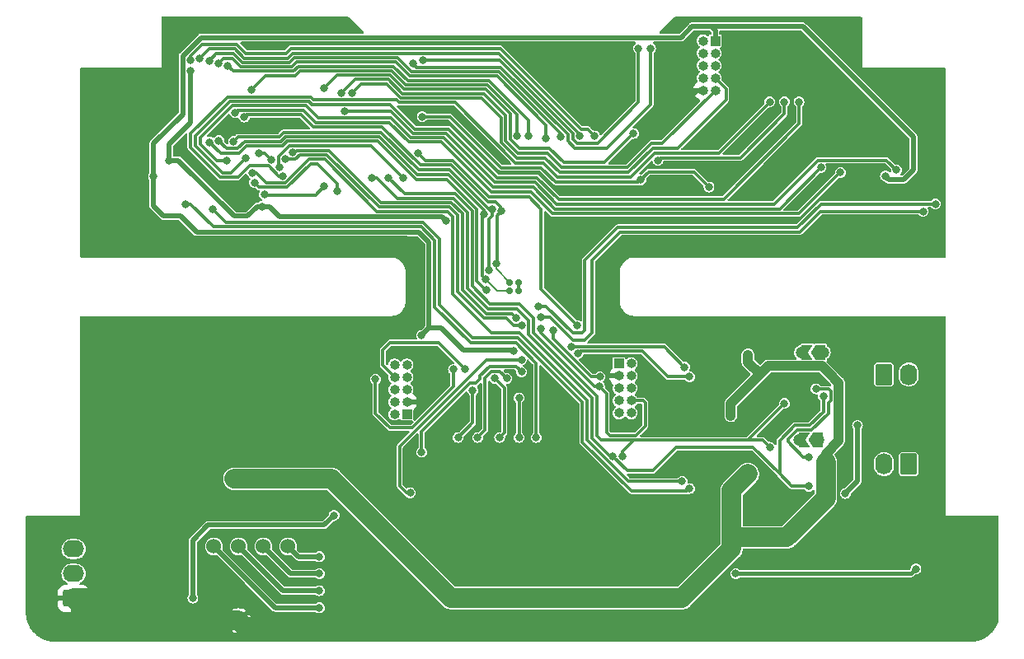
<source format=gbr>
%TF.GenerationSoftware,KiCad,Pcbnew,(6.0.4)*%
%TF.CreationDate,2022-08-24T21:10:21+09:00*%
%TF.ProjectId,robotrace_v1_main,726f626f-7472-4616-9365-5f76315f6d61,rev?*%
%TF.SameCoordinates,Original*%
%TF.FileFunction,Copper,L2,Bot*%
%TF.FilePolarity,Positive*%
%FSLAX46Y46*%
G04 Gerber Fmt 4.6, Leading zero omitted, Abs format (unit mm)*
G04 Created by KiCad (PCBNEW (6.0.4)) date 2022-08-24 21:10:21*
%MOMM*%
%LPD*%
G01*
G04 APERTURE LIST*
G04 Aperture macros list*
%AMRoundRect*
0 Rectangle with rounded corners*
0 $1 Rounding radius*
0 $2 $3 $4 $5 $6 $7 $8 $9 X,Y pos of 4 corners*
0 Add a 4 corners polygon primitive as box body*
4,1,4,$2,$3,$4,$5,$6,$7,$8,$9,$2,$3,0*
0 Add four circle primitives for the rounded corners*
1,1,$1+$1,$2,$3*
1,1,$1+$1,$4,$5*
1,1,$1+$1,$6,$7*
1,1,$1+$1,$8,$9*
0 Add four rect primitives between the rounded corners*
20,1,$1+$1,$2,$3,$4,$5,0*
20,1,$1+$1,$4,$5,$6,$7,0*
20,1,$1+$1,$6,$7,$8,$9,0*
20,1,$1+$1,$8,$9,$2,$3,0*%
%AMFreePoly0*
4,1,6,1.000000,0.000000,0.500000,-0.750000,-0.500000,-0.750000,-0.500000,0.750000,0.500000,0.750000,1.000000,0.000000,1.000000,0.000000,$1*%
%AMFreePoly1*
4,1,6,0.500000,-0.750000,-0.650000,-0.750000,-0.150000,0.000000,-0.650000,0.750000,0.500000,0.750000,0.500000,-0.750000,0.500000,-0.750000,$1*%
G04 Aperture macros list end*
%TA.AperFunction,ComponentPad*%
%ADD10R,1.000000X1.000000*%
%TD*%
%TA.AperFunction,ComponentPad*%
%ADD11O,1.000000X1.000000*%
%TD*%
%TA.AperFunction,ComponentPad*%
%ADD12C,1.524000*%
%TD*%
%TA.AperFunction,ComponentPad*%
%ADD13RoundRect,0.250000X-0.620000X-0.845000X0.620000X-0.845000X0.620000X0.845000X-0.620000X0.845000X0*%
%TD*%
%TA.AperFunction,ComponentPad*%
%ADD14O,1.740000X2.190000*%
%TD*%
%TA.AperFunction,ComponentPad*%
%ADD15RoundRect,0.250000X0.620000X0.845000X-0.620000X0.845000X-0.620000X-0.845000X0.620000X-0.845000X0*%
%TD*%
%TA.AperFunction,ComponentPad*%
%ADD16RoundRect,0.250000X0.845000X-0.620000X0.845000X0.620000X-0.845000X0.620000X-0.845000X-0.620000X0*%
%TD*%
%TA.AperFunction,ComponentPad*%
%ADD17O,2.190000X1.740000*%
%TD*%
%TA.AperFunction,SMDPad,CuDef*%
%ADD18FreePoly0,180.000000*%
%TD*%
%TA.AperFunction,SMDPad,CuDef*%
%ADD19FreePoly1,180.000000*%
%TD*%
%TA.AperFunction,ViaPad*%
%ADD20C,0.800000*%
%TD*%
%TA.AperFunction,ViaPad*%
%ADD21C,0.700000*%
%TD*%
%TA.AperFunction,ViaPad*%
%ADD22C,1.200000*%
%TD*%
%TA.AperFunction,Conductor*%
%ADD23C,0.300000*%
%TD*%
%TA.AperFunction,Conductor*%
%ADD24C,0.500000*%
%TD*%
%TA.AperFunction,Conductor*%
%ADD25C,0.800000*%
%TD*%
%TA.AperFunction,Conductor*%
%ADD26C,1.500000*%
%TD*%
%TA.AperFunction,Conductor*%
%ADD27C,2.000000*%
%TD*%
%TA.AperFunction,Conductor*%
%ADD28C,0.400000*%
%TD*%
%TA.AperFunction,Conductor*%
%ADD29C,1.000000*%
%TD*%
%TA.AperFunction,Conductor*%
%ADD30C,0.200000*%
%TD*%
G04 APERTURE END LIST*
D10*
%TO.P,J5,1,Pin_1*%
%TO.N,+5V*%
X167895000Y-85225000D03*
D11*
%TO.P,J5,2,Pin_2*%
%TO.N,+3V3*%
X166625000Y-85225000D03*
%TO.P,J5,3,Pin_3*%
%TO.N,Input2*%
X167895000Y-86495000D03*
%TO.P,J5,4,Pin_4*%
%TO.N,SPI2_MOSI*%
X166625000Y-86495000D03*
%TO.P,J5,5,Pin_5*%
%TO.N,Input1*%
X167895000Y-87765000D03*
%TO.P,J5,6,Pin_6*%
%TO.N,SPI2_SCK*%
X166625000Y-87765000D03*
%TO.P,J5,7,Pin_7*%
%TO.N,Output1*%
X167895000Y-89035000D03*
%TO.P,J5,8,Pin_8*%
%TO.N,SPI2_MISO*%
X166625000Y-89035000D03*
%TO.P,J5,9,Pin_9*%
%TO.N,Output2*%
X167895000Y-90305000D03*
%TO.P,J5,10,Pin_10*%
%TO.N,GND*%
X166625000Y-90305000D03*
%TD*%
D12*
%TO.P,SW3,1,1*%
%TO.N,/Rotary1*%
X116410000Y-137200000D03*
%TO.P,SW3,2,2*%
%TO.N,/Rotary2*%
X118950000Y-137200000D03*
%TO.P,SW3,4,4*%
%TO.N,/Rotary3*%
X121490000Y-137200000D03*
%TO.P,SW3,8,8*%
%TO.N,/Rotary4*%
X124030000Y-137200000D03*
%TO.P,SW3,C,C*%
%TO.N,GND*%
X118950000Y-144820000D03*
%TD*%
D13*
%TO.P,J12,1,Pin_1*%
%TO.N,Net-(J12-Pad1)*%
X185230000Y-119520000D03*
D14*
%TO.P,J12,2,Pin_2*%
%TO.N,Net-(J12-Pad2)*%
X187770000Y-119520000D03*
%TD*%
D15*
%TO.P,J11,1,Pin_1*%
%TO.N,Net-(J11-Pad1)*%
X187770000Y-128730000D03*
D14*
%TO.P,J11,2,Pin_2*%
%TO.N,Net-(J11-Pad2)*%
X185230000Y-128730000D03*
%TD*%
D16*
%TO.P,J7,1,Pin_1*%
%TO.N,GND*%
X102000000Y-142540000D03*
D17*
%TO.P,J7,2,Pin_2*%
%TO.N,unconnected-(J7-Pad2)*%
X102000000Y-140000000D03*
%TO.P,J7,3,Pin_3*%
%TO.N,+BATT*%
X102000000Y-137460000D03*
%TD*%
D18*
%TO.P,JP1,1,A*%
%TO.N,Net-(J12-Pad1)*%
X178725000Y-117250000D03*
D19*
%TO.P,JP1,2,B*%
%TO.N,Net-(JP1-Pad2)*%
X177275000Y-117250000D03*
%TD*%
D10*
%TO.P,J10,1,Pin_1*%
%TO.N,unconnected-(J10-Pad1)*%
X158000000Y-118400000D03*
D11*
%TO.P,J10,2,Pin_2*%
%TO.N,+5V*%
X159270000Y-118400000D03*
%TO.P,J10,3,Pin_3*%
%TO.N,GND*%
X158000000Y-119670000D03*
%TO.P,J10,4,Pin_4*%
%TO.N,unconnected-(J10-Pad4)*%
X159270000Y-119670000D03*
%TO.P,J10,5,Pin_5*%
%TO.N,unconnected-(J10-Pad5)*%
X158000000Y-120940000D03*
%TO.P,J10,6,Pin_6*%
%TO.N,TIM4_CH1*%
X159270000Y-120940000D03*
%TO.P,J10,7,Pin_7*%
%TO.N,unconnected-(J10-Pad7)*%
X158000000Y-122210000D03*
%TO.P,J10,8,Pin_8*%
%TO.N,TIM4_CH2*%
X159270000Y-122210000D03*
%TO.P,J10,9,Pin_9*%
%TO.N,unconnected-(J10-Pad9)*%
X158000000Y-123480000D03*
%TO.P,J10,10,Pin_10*%
%TO.N,unconnected-(J10-Pad10)*%
X159270000Y-123480000D03*
%TD*%
D10*
%TO.P,J13,1,Pin_1*%
%TO.N,unconnected-(J13-Pad1)*%
X136250000Y-123600000D03*
D11*
%TO.P,J13,2,Pin_2*%
%TO.N,+5V*%
X134980000Y-123600000D03*
%TO.P,J13,3,Pin_3*%
%TO.N,GND*%
X136250000Y-122330000D03*
%TO.P,J13,4,Pin_4*%
%TO.N,unconnected-(J13-Pad4)*%
X134980000Y-122330000D03*
%TO.P,J13,5,Pin_5*%
%TO.N,unconnected-(J13-Pad5)*%
X136250000Y-121060000D03*
%TO.P,J13,6,Pin_6*%
%TO.N,TIM5_CH1*%
X134980000Y-121060000D03*
%TO.P,J13,7,Pin_7*%
%TO.N,unconnected-(J13-Pad7)*%
X136250000Y-119790000D03*
%TO.P,J13,8,Pin_8*%
%TO.N,TIM5_CH2*%
X134980000Y-119790000D03*
%TO.P,J13,9,Pin_9*%
%TO.N,unconnected-(J13-Pad9)*%
X136250000Y-118520000D03*
%TO.P,J13,10,Pin_10*%
%TO.N,unconnected-(J13-Pad10)*%
X134980000Y-118520000D03*
%TD*%
D18*
%TO.P,JP2,1,A*%
%TO.N,Net-(J11-Pad2)*%
X178475000Y-126250000D03*
D19*
%TO.P,JP2,2,B*%
%TO.N,Net-(JP2-Pad2)*%
X177025000Y-126250000D03*
%TD*%
D20*
%TO.N,GND*%
X156750000Y-86000000D03*
X118500000Y-102000000D03*
X136000000Y-114250000D03*
X143250000Y-130250000D03*
X137750000Y-134500000D03*
X153750000Y-130250000D03*
X154000000Y-106250000D03*
X192500000Y-135750000D03*
X186250000Y-138250000D03*
X103500000Y-130250000D03*
X152250000Y-86250000D03*
X190500000Y-91500000D03*
X155049502Y-89000000D03*
X164000000Y-121750000D03*
X112500000Y-83750000D03*
X182000000Y-85500000D03*
X122500000Y-94250000D03*
X132000000Y-117250000D03*
X172500000Y-100500000D03*
X160750000Y-145500000D03*
X145000000Y-145250500D03*
X151250000Y-108000000D03*
X148250000Y-86250000D03*
X185750000Y-124500000D03*
X179500000Y-106250000D03*
X108750000Y-100500000D03*
X162000000Y-125000000D03*
X112750000Y-104250000D03*
X109000000Y-93750000D03*
X171500000Y-85250000D03*
X129500000Y-83750000D03*
X163750000Y-86250000D03*
X172250000Y-96750000D03*
X178916864Y-141500000D03*
X136750000Y-93032240D03*
X116500000Y-141750000D03*
X170750000Y-91750000D03*
X162500000Y-90500000D03*
X104000000Y-115500000D03*
X122500000Y-127250000D03*
X185500000Y-93500000D03*
X191000000Y-106250000D03*
X105625000Y-141125000D03*
X103250000Y-98000000D03*
X118750000Y-133000000D03*
X173250000Y-121250000D03*
X120000000Y-94250000D03*
X111250000Y-135500000D03*
X143250000Y-138000000D03*
X111500000Y-126750000D03*
X162000000Y-94500000D03*
X99000000Y-141000000D03*
X177750000Y-95250000D03*
X132500000Y-145000000D03*
X177250000Y-120000000D03*
X151250000Y-121500000D03*
X182750000Y-131750000D03*
X172500000Y-93750000D03*
X153750000Y-138000000D03*
X179250000Y-137500000D03*
X192500000Y-145500000D03*
X118750000Y-83750000D03*
X182750000Y-122500000D03*
X173750000Y-145500000D03*
X163000000Y-106500000D03*
X179000000Y-104000000D03*
X179750000Y-83500000D03*
X171500000Y-88000000D03*
X106430000Y-144820000D03*
X137900000Y-118400000D03*
X129000000Y-117687500D03*
X177250000Y-123250000D03*
X150500000Y-89000000D03*
X103250000Y-106500000D03*
X132062500Y-127187500D03*
X108250000Y-89250000D03*
X118300000Y-118000000D03*
X190500000Y-98000000D03*
X158250000Y-97250000D03*
X108750000Y-106500000D03*
X132500000Y-140750000D03*
X113050500Y-95744622D03*
X184000000Y-88750000D03*
X99000000Y-136250000D03*
X178250000Y-88000000D03*
X185500000Y-106250000D03*
X186500000Y-100750000D03*
X111250000Y-115500000D03*
X173000000Y-130500000D03*
X109000000Y-97250000D03*
X103250000Y-89250000D03*
X171000000Y-106250000D03*
X180750000Y-100750000D03*
X156000500Y-110250000D03*
X179500000Y-136100989D03*
X162750000Y-140491642D03*
X122250000Y-133000000D03*
X186500000Y-145500000D03*
X152500000Y-110500000D03*
X123500000Y-85750000D03*
%TO.N,Net-(C1-Pad2)*%
X159500000Y-94749020D03*
X127721399Y-90121399D03*
%TO.N,+3V3*%
X121350000Y-102250000D03*
X177500000Y-128000000D03*
X181250000Y-131750000D03*
X128750000Y-134000000D03*
X114250000Y-142500000D03*
X137800500Y-93032240D03*
X114000000Y-88325500D03*
X167250000Y-100250000D03*
X178250000Y-121000000D03*
X111799500Y-97502824D03*
X160250000Y-99502420D03*
X182500000Y-124750000D03*
X140239993Y-103722836D03*
%TO.N,+3.3VA*%
X137859094Y-87239125D03*
X160000000Y-86000000D03*
X137750000Y-127500000D03*
X148000000Y-119250000D03*
X149750000Y-112500000D03*
X190500000Y-102000000D03*
%TO.N,GNDA*%
X148000000Y-118000000D03*
X136850000Y-87564500D03*
X149987140Y-113612300D03*
X136575000Y-131675000D03*
X189250000Y-102750000D03*
X161250000Y-86000000D03*
%TO.N,+BATT*%
X179500000Y-119325000D03*
X169500000Y-123750000D03*
X171250000Y-117500000D03*
X169562500Y-136250000D03*
X169500000Y-122500000D03*
X169562500Y-134750000D03*
X171250000Y-129750000D03*
X179250000Y-128500000D03*
X118500000Y-130250000D03*
%TO.N,+5V*%
X147182167Y-117067833D03*
X185375000Y-99125000D03*
X137750000Y-115500000D03*
X110200500Y-99142452D03*
%TO.N,SW_tact*%
X153750000Y-114500000D03*
X137350000Y-96750000D03*
%TO.N,Net-(C7-Pad1)*%
X188500000Y-139500000D03*
X170000000Y-140000000D03*
%TO.N,Sidesensor1*%
X186500000Y-98500000D03*
X129809043Y-92455630D03*
D21*
%TO.N,Net-(C24-Pad2)*%
X147698000Y-110950500D03*
X147698000Y-110049500D03*
D20*
%TO.N,I2C1_SDA*%
X158410771Y-127932284D03*
X173500000Y-127000000D03*
X134350000Y-99300471D03*
X175000000Y-122500000D03*
%TO.N,I2C1_SCL*%
X157394622Y-127905378D03*
X179000000Y-121750000D03*
X177500000Y-131000000D03*
X132600000Y-99300471D03*
%TO.N,SPI2_MOSI*%
X144978518Y-102523677D03*
X118437519Y-95550500D03*
X144686123Y-108813877D03*
%TO.N,SPI2_SCK*%
X145392878Y-108107122D03*
X145961907Y-102702420D03*
X119526265Y-93048060D03*
D21*
X146800000Y-110049500D03*
D20*
%TO.N,Output1*%
X130600000Y-90607099D03*
%TO.N,SPI2_MISO*%
X144118746Y-103033376D03*
D21*
X146800000Y-110950500D03*
D20*
X144293859Y-109736578D03*
X116919195Y-95469694D03*
%TO.N,Output2*%
X129532059Y-90607099D03*
%TO.N,TCK*%
X127719622Y-100199500D03*
X121600000Y-101025011D03*
%TO.N,TMS*%
X120573654Y-99798597D03*
X129100000Y-100649020D03*
%TO.N,CS_MSD*%
X113500500Y-102000000D03*
X149500000Y-126000000D03*
%TO.N,SPI3_MOSI*%
X147750000Y-121925500D03*
X147750000Y-126000000D03*
%TO.N,SPI3_SCK*%
X145750000Y-126000000D03*
X145258191Y-119926969D03*
%TO.N,SPI3_MISO*%
X143500000Y-126000000D03*
X146500000Y-119926969D03*
%TO.N,SW_MSD*%
X143000000Y-121176000D03*
X141500000Y-126000000D03*
%TO.N,ADC1_IN14*%
X155500000Y-95000000D03*
X114000000Y-87250000D03*
%TO.N,ADC1_IN7*%
X114954499Y-87040991D03*
X154000000Y-95000000D03*
%TO.N,ADC1_IN6*%
X152000981Y-95094538D03*
X115920018Y-87299404D03*
%TO.N,ADC1_IN5*%
X150500000Y-95217532D03*
X116885393Y-87558351D03*
%TO.N,ADC1_IN4*%
X117851058Y-87816214D03*
X148750000Y-95000000D03*
%TO.N,ADC1_IN3*%
X120250000Y-90250500D03*
X147529977Y-95029977D03*
D22*
%TO.N,Net-(J12-Pad1)*%
X179000000Y-117250000D03*
D20*
%TO.N,Net-(R4-Pad2)*%
X121057557Y-96738978D03*
X122328979Y-97446611D03*
%TO.N,/Rotary1*%
X127250000Y-143500000D03*
%TO.N,/Rotary2*%
X127250000Y-141750000D03*
%TO.N,/Rotary3*%
X127250000Y-140000000D03*
%TO.N,/Rotary4*%
X127250000Y-138250000D03*
%TO.N,TIM5_CH1*%
X140999500Y-119000000D03*
X133000000Y-120000000D03*
%TO.N,TIM5_CH2*%
X142181005Y-118966574D03*
D22*
%TO.N,Net-(J11-Pad2)*%
X178500000Y-126250000D03*
D20*
%TO.N,TIM4_CH1*%
X123727990Y-97381679D03*
X151250000Y-115000000D03*
X148001469Y-114481130D03*
X156050344Y-119750000D03*
D22*
%TO.N,Net-(JP1-Pad2)*%
X176750000Y-117250000D03*
%TO.N,Net-(JP2-Pad2)*%
X176500000Y-126250000D03*
D20*
%TO.N,TIM4_CH2*%
X147409445Y-113675827D03*
X124500000Y-96682179D03*
X150000000Y-114830477D03*
X156000000Y-120750000D03*
%TO.N,LED1*%
X173500000Y-91500000D03*
X123462849Y-99126491D03*
%TO.N,LED2*%
X175000000Y-91500000D03*
X135850000Y-99300471D03*
X123157405Y-98227459D03*
X162000000Y-97500000D03*
%TO.N,LED3*%
X119671029Y-97250000D03*
X176500000Y-91500000D03*
%TO.N,CS_IMU*%
X144419677Y-110836260D03*
X115984567Y-95637101D03*
%TO.N,Input2*%
X118589637Y-92598540D03*
X180750000Y-98750000D03*
%TO.N,Input1*%
X117750000Y-97500000D03*
X178750000Y-98250000D03*
%TO.N,TIM1_CH1*%
X120377725Y-98818486D03*
X164500000Y-130500000D03*
%TO.N,TIM1_CH2*%
X116250000Y-102500000D03*
X165250000Y-131250000D03*
%TO.N,TIM1_CH3*%
X165250000Y-119750500D03*
X153797909Y-117362740D03*
%TO.N,TIM1_CH4*%
X153086760Y-116663240D03*
X164750000Y-118750000D03*
%TD*%
D23*
%TO.N,LED2*%
X123028479Y-98098533D02*
X123157405Y-98227459D01*
X123028479Y-97091931D02*
X123028479Y-98098533D01*
X124137742Y-95982668D02*
X123028479Y-97091931D01*
X132532197Y-95982668D02*
X124137742Y-95982668D01*
X135850000Y-99300471D02*
X132532197Y-95982668D01*
%TO.N,I2C1_SDA*%
X156162367Y-126249511D02*
X159564503Y-126249511D01*
X155748560Y-125835704D02*
X156162367Y-126249511D01*
X155748560Y-121727139D02*
X155748560Y-125835704D01*
X149250489Y-115229068D02*
X155748560Y-121727139D01*
X149250489Y-113750489D02*
X149250489Y-115229068D01*
X147750000Y-112250000D02*
X149250489Y-113750489D01*
X144773447Y-112250000D02*
X147750000Y-112250000D01*
X142937572Y-110414125D02*
X144773447Y-112250000D01*
X142937572Y-102724011D02*
X142937572Y-110414125D01*
X134350000Y-99300471D02*
X136001449Y-100951920D01*
X136001449Y-100951920D02*
X141165481Y-100951920D01*
X141165481Y-100951920D02*
X142937572Y-102724011D01*
%TO.N,I2C1_SCL*%
X157111806Y-127905378D02*
X157394622Y-127905378D01*
X155249040Y-121934047D02*
X155249040Y-126042612D01*
X148750969Y-113957397D02*
X148750969Y-115435976D01*
X147543092Y-112749520D02*
X148750969Y-113957397D01*
X144566540Y-112749520D02*
X147543092Y-112749520D01*
X142438053Y-102860210D02*
X142438053Y-110621033D01*
X135224509Y-101401440D02*
X140979283Y-101401440D01*
X148750969Y-115435976D02*
X155249040Y-121934047D01*
X133123540Y-99300471D02*
X135224509Y-101401440D01*
X140979283Y-101401440D02*
X142438053Y-102860210D01*
X142438053Y-110621033D02*
X144566540Y-112749520D01*
X132600000Y-99300471D02*
X133123540Y-99300471D01*
X155249040Y-126042612D02*
X157111806Y-127905378D01*
%TO.N,TIM1_CH1*%
X159000000Y-130500000D02*
X164500000Y-130500000D01*
X154749520Y-126249520D02*
X159000000Y-130500000D01*
X154749520Y-122162378D02*
X154749520Y-126249520D01*
X147817783Y-115230641D02*
X154749520Y-122162378D01*
X144928378Y-115230641D02*
X147817783Y-115230641D01*
X140939493Y-111241756D02*
X144928378Y-115230641D01*
X140939493Y-103268804D02*
X140939493Y-111241756D01*
X133164235Y-102750000D02*
X140420689Y-102750000D01*
X121826002Y-99826002D02*
X123752597Y-99826002D01*
X123752597Y-99826002D02*
X126179559Y-97399040D01*
X140420689Y-102750000D02*
X140939493Y-103268804D01*
X120818486Y-98818486D02*
X121826002Y-99826002D01*
X126179559Y-97399040D02*
X127813277Y-97399040D01*
X120377725Y-98818486D02*
X120818486Y-98818486D01*
X127813277Y-97399040D02*
X133164235Y-102750000D01*
%TO.N,TIM4_CH1*%
X147154778Y-114481130D02*
X148001469Y-114481130D01*
X146423648Y-113750000D02*
X147154778Y-114481130D01*
X144154164Y-113750000D02*
X146423648Y-113750000D01*
X141439013Y-111034847D02*
X144154164Y-113750000D01*
X141439013Y-103132606D02*
X141439013Y-111034847D01*
X127999474Y-96949520D02*
X133350433Y-102300480D01*
X125221918Y-96949520D02*
X127999474Y-96949520D01*
X124786450Y-97384988D02*
X125221918Y-96949520D01*
X133350433Y-102300480D02*
X140606887Y-102300480D01*
X123731299Y-97384988D02*
X124786450Y-97384988D01*
X123727990Y-97381679D02*
X123731299Y-97384988D01*
X140606887Y-102300480D02*
X141439013Y-103132606D01*
%TO.N,TIM4_CH2*%
X146982658Y-113249040D02*
X147409445Y-113675827D01*
X144359631Y-113249039D02*
X146982658Y-113249040D01*
X141938533Y-110827940D02*
X144359631Y-113249039D01*
X141938533Y-102996408D02*
X141938533Y-110827940D01*
X133536631Y-101850960D02*
X140793085Y-101850960D01*
X124935468Y-96500000D02*
X128185671Y-96500000D01*
X124500000Y-96935468D02*
X124935468Y-96500000D01*
X128185671Y-96500000D02*
X133536631Y-101850960D01*
X124500000Y-96682179D02*
X124500000Y-96935468D01*
X140793085Y-101850960D02*
X141938533Y-102996408D01*
D24*
%TO.N,+3V3*%
X112752824Y-97502824D02*
X111799500Y-97502824D01*
X118500000Y-103250000D02*
X112752824Y-97502824D01*
X120850000Y-102250000D02*
X119850000Y-103250000D01*
X119850000Y-103250000D02*
X118500000Y-103250000D01*
X121350000Y-102250000D02*
X120850000Y-102250000D01*
X139816677Y-103299520D02*
X140239993Y-103722836D01*
X123149520Y-103299520D02*
X139816677Y-103299520D01*
X122100000Y-102250000D02*
X123149520Y-103299520D01*
X121350000Y-102250000D02*
X122100000Y-102250000D01*
D23*
%TO.N,TMS*%
X121050579Y-100275522D02*
X120573654Y-99798597D01*
X123938794Y-100275522D02*
X121050579Y-100275522D01*
X127012797Y-97848560D02*
X126365757Y-97848560D01*
X129100000Y-99935763D02*
X127012797Y-97848560D01*
X129100000Y-100649020D02*
X129100000Y-99935763D01*
X126365757Y-97848560D02*
X123938794Y-100275522D01*
%TO.N,TCK*%
X121650011Y-101075022D02*
X121600000Y-101025011D01*
X126844100Y-101075022D02*
X121650011Y-101075022D01*
X127719622Y-100199500D02*
X126844100Y-101075022D01*
%TO.N,SPI2_MOSI*%
X144644392Y-102523677D02*
X144978518Y-102523677D01*
X137465242Y-98500960D02*
X140621675Y-98500960D01*
X140621675Y-98500960D02*
X144644392Y-102523677D01*
X123579151Y-94634108D02*
X133598388Y-94634108D01*
X133598388Y-94634108D02*
X137465242Y-98500960D01*
X118887059Y-95100960D02*
X123112298Y-95100960D01*
X123112298Y-95100960D02*
X123579151Y-94634108D01*
X118437519Y-95550500D02*
X118887059Y-95100960D01*
%TO.N,SPI2_MISO*%
X144118746Y-102633749D02*
X144118746Y-103033376D01*
X140485477Y-99000480D02*
X144118746Y-102633749D01*
X137329044Y-99000480D02*
X140485477Y-99000480D01*
X133578564Y-95250000D02*
X137329044Y-99000480D01*
X133412191Y-95083628D02*
X133578564Y-95250000D01*
X123765348Y-95083628D02*
X133412191Y-95083628D01*
X123298495Y-95550480D02*
X123765348Y-95083628D01*
X118864282Y-96250000D02*
X119563803Y-95550480D01*
X117699501Y-96250000D02*
X118864282Y-96250000D01*
X119563803Y-95550480D02*
X123298495Y-95550480D01*
X116919195Y-95469694D02*
X117699501Y-96250000D01*
%TO.N,CS_IMU*%
X144333571Y-110836260D02*
X144419677Y-110836260D01*
X143419235Y-109921924D02*
X144333571Y-110836260D01*
X143419235Y-102569956D02*
X143419235Y-109921924D01*
X140349279Y-99500000D02*
X143419235Y-102569956D01*
X123951545Y-95533148D02*
X133225994Y-95533148D01*
X123484692Y-96000000D02*
X123951545Y-95533148D01*
X119750000Y-96000000D02*
X123484692Y-96000000D01*
X133225994Y-95533148D02*
X137192846Y-99500000D01*
X117097466Y-96750000D02*
X119000000Y-96750000D01*
X119000000Y-96750000D02*
X119750000Y-96000000D01*
X115984567Y-95637101D02*
X117097466Y-96750000D01*
X137192846Y-99500000D02*
X140349279Y-99500000D01*
%TO.N,SPI2_SCK*%
X145961907Y-102461907D02*
X145961907Y-102702420D01*
X145728029Y-102228029D02*
X145961907Y-102461907D01*
X145728029Y-102213218D02*
X145728029Y-102228029D01*
X145288987Y-101774176D02*
X145728029Y-102213218D01*
X133654181Y-94054181D02*
X137601440Y-98001440D01*
X126581355Y-94054181D02*
X133654181Y-94054181D01*
X140757873Y-98001440D02*
X144530609Y-101774176D01*
X125325254Y-92798080D02*
X126581355Y-94054181D01*
X119776245Y-92798080D02*
X125325254Y-92798080D01*
X119526265Y-93048060D02*
X119776245Y-92798080D01*
X137601440Y-98001440D02*
X140757873Y-98001440D01*
X144530609Y-101774176D02*
X145288987Y-101774176D01*
%TO.N,LED1*%
X168250960Y-96749040D02*
X173500000Y-91500000D01*
X161690990Y-96749040D02*
X168250960Y-96749040D01*
X159190030Y-99250000D02*
X161690990Y-96749040D01*
X151694996Y-99250000D02*
X159190030Y-99250000D01*
X147381606Y-97778019D02*
X150223015Y-97778019D01*
X141149247Y-91545660D02*
X147381606Y-97778019D01*
X135391879Y-91545660D02*
X141149247Y-91545660D01*
X135152829Y-91306610D02*
X135391879Y-91545660D01*
X126659494Y-91306610D02*
X135152829Y-91306610D01*
X126352884Y-91000000D02*
X126659494Y-91306610D01*
X117777175Y-91000000D02*
X126352884Y-91000000D01*
X114000000Y-96222825D02*
X114000000Y-94777175D01*
X150223015Y-97778019D02*
X151694996Y-99250000D01*
X114000000Y-94777175D02*
X117777175Y-91000000D01*
X117027175Y-99250000D02*
X114000000Y-96222825D01*
X120067266Y-98068975D02*
X118886241Y-99250000D01*
X122009662Y-98068975D02*
X120067266Y-98068975D01*
X118886241Y-99250000D02*
X117027175Y-99250000D01*
X123067178Y-99126491D02*
X122009662Y-98068975D01*
X123462849Y-99126491D02*
X123067178Y-99126491D01*
%TO.N,LED3*%
X176500000Y-93750000D02*
X176500000Y-91500000D01*
X168750970Y-101499030D02*
X176500000Y-93750000D01*
X151824742Y-101499030D02*
X168750970Y-101499030D01*
X149602294Y-99276582D02*
X151824742Y-101499030D01*
X145494440Y-99276578D02*
X149602294Y-99276582D01*
X140499133Y-94281271D02*
X145494440Y-99276578D01*
X137009773Y-94281271D02*
X140499133Y-94281271D01*
X134484632Y-91756130D02*
X137009773Y-94281271D01*
X126473297Y-91756130D02*
X134484632Y-91756130D01*
X114500970Y-94982632D02*
X118034082Y-91449520D01*
X114500969Y-96017366D02*
X114500970Y-94982632D01*
X118120549Y-98800480D02*
X117284083Y-98800480D01*
X119671029Y-97250000D02*
X118120549Y-98800480D01*
X118034082Y-91449520D02*
X126166686Y-91449520D01*
X117284083Y-98800480D02*
X114500969Y-96017366D01*
X126166686Y-91449520D02*
X126473297Y-91756130D01*
%TO.N,Input2*%
X176502410Y-102997590D02*
X180750000Y-98750000D01*
X151204018Y-102997590D02*
X176502410Y-102997590D01*
X148981567Y-100775139D02*
X151204018Y-102997590D01*
X139728409Y-95629831D02*
X144873716Y-100775138D01*
X136451181Y-95629831D02*
X139728409Y-95629831D01*
X134426011Y-93604661D02*
X136451181Y-95629831D01*
X126838264Y-93604661D02*
X134426011Y-93604661D01*
X125582163Y-92348560D02*
X126838264Y-93604661D01*
X118589637Y-92598540D02*
X118839617Y-92348560D01*
X118839617Y-92348560D02*
X125582163Y-92348560D01*
X144873716Y-100775138D02*
X148981567Y-100775139D01*
%TO.N,Input1*%
X174501930Y-102498070D02*
X178750000Y-98250000D01*
X151410926Y-102498070D02*
X174501930Y-102498070D01*
X145080624Y-100275618D02*
X149188476Y-100275620D01*
X139985317Y-95180311D02*
X145080624Y-100275618D01*
X149188476Y-100275620D02*
X151410926Y-102498070D01*
X136637378Y-95180311D02*
X139985317Y-95180311D01*
X134612208Y-93155141D02*
X136637378Y-95180311D01*
X125839070Y-91899040D02*
X127095171Y-93155141D01*
X118290990Y-91899040D02*
X125839070Y-91899040D01*
X115000489Y-95810459D02*
X115000489Y-95189541D01*
X116690030Y-97500000D02*
X115000489Y-95810459D01*
X117750000Y-97500000D02*
X116690030Y-97500000D01*
X115000489Y-95189541D02*
X118290990Y-91899040D01*
X127095171Y-93155141D02*
X134612208Y-93155141D01*
%TO.N,Sidesensor1*%
X185500489Y-97500489D02*
X186500000Y-98500000D01*
X178439541Y-97500489D02*
X185500489Y-97500489D01*
X173941480Y-101998550D02*
X178439541Y-97500489D01*
X151617834Y-101998550D02*
X173941480Y-101998550D01*
X149395385Y-99776101D02*
X151617834Y-101998550D01*
X140242225Y-94730791D02*
X145287532Y-99776098D01*
X136823575Y-94730791D02*
X140242225Y-94730791D01*
X145287532Y-99776098D02*
X149395385Y-99776101D01*
X129809043Y-92455630D02*
X134548414Y-92455630D01*
X134548414Y-92455630D02*
X136823575Y-94730791D01*
%TO.N,Output1*%
X169000000Y-90140000D02*
X167895000Y-89035000D01*
X169000000Y-91250000D02*
X169000000Y-90140000D01*
X164000480Y-96249520D02*
X169000000Y-91250000D01*
X161484082Y-96249520D02*
X164000480Y-96249520D01*
X151901904Y-98750480D02*
X158983122Y-98750480D01*
X147517805Y-97278500D02*
X150429924Y-97278500D01*
X145931426Y-95692121D02*
X147517805Y-97278500D01*
X143917550Y-91096140D02*
X145931426Y-93110016D01*
X145931426Y-93110016D02*
X145931426Y-95692121D01*
X150429924Y-97278500D02*
X151901904Y-98750480D01*
X134127616Y-89645680D02*
X135578076Y-91096140D01*
X135578076Y-91096140D02*
X143917550Y-91096140D01*
X131561419Y-89645680D02*
X134127616Y-89645680D01*
X130600000Y-90607099D02*
X131561419Y-89645680D01*
X158983122Y-98750480D02*
X161484082Y-96249520D01*
%TO.N,Output2*%
X162450000Y-95750000D02*
X167895000Y-90305000D01*
X161347884Y-95750000D02*
X162450000Y-95750000D01*
X158846924Y-98250960D02*
X161347884Y-95750000D01*
X152108812Y-98250960D02*
X158846924Y-98250960D01*
X150636833Y-96778981D02*
X152108812Y-98250960D01*
X147654004Y-96778981D02*
X150636833Y-96778981D01*
X146380946Y-95505923D02*
X147654004Y-96778981D01*
X146380946Y-92923818D02*
X146380946Y-95505923D01*
X135764273Y-90646620D02*
X144103748Y-90646620D01*
X144103748Y-90646620D02*
X146380946Y-92923818D01*
X134313813Y-89196160D02*
X135764273Y-90646620D01*
X129532059Y-90607099D02*
X130942998Y-89196160D01*
X130942998Y-89196160D02*
X134313813Y-89196160D01*
%TO.N,Net-(C1-Pad2)*%
X156497580Y-97751440D02*
X159500000Y-94749020D01*
X152315720Y-97751440D02*
X156497580Y-97751440D01*
X150843742Y-96279462D02*
X152315720Y-97751440D01*
X144289946Y-90197100D02*
X146830466Y-92737620D01*
X146830466Y-92737620D02*
X146830466Y-95319725D01*
X146830466Y-95319725D02*
X147790203Y-96279462D01*
X135950471Y-90197100D02*
X144289946Y-90197100D01*
X134500011Y-88746640D02*
X135950471Y-90197100D01*
X129096158Y-88746640D02*
X134500011Y-88746640D01*
X127721399Y-90121399D02*
X129096158Y-88746640D01*
X147790203Y-96279462D02*
X150843742Y-96279462D01*
%TO.N,ADC1_IN3*%
X144476144Y-89747580D02*
X147529977Y-92801413D01*
X125262146Y-88297120D02*
X134686207Y-88297120D01*
X124762154Y-88797111D02*
X125262146Y-88297120D01*
X136136668Y-89747580D02*
X144476144Y-89747580D01*
X121703389Y-88797111D02*
X124762154Y-88797111D01*
X134686207Y-88297120D02*
X136136668Y-89747580D01*
X147529977Y-92801413D02*
X147529977Y-95029977D01*
X120250000Y-90250500D02*
X121703389Y-88797111D01*
%TO.N,ADC1_IN4*%
X148750000Y-93385718D02*
X148750000Y-95000000D01*
X136322865Y-89298060D02*
X144662342Y-89298060D01*
X144662342Y-89298060D02*
X148750000Y-93385718D01*
X125075949Y-87847600D02*
X134872405Y-87847600D01*
X134872405Y-87847600D02*
X136322865Y-89298060D01*
X118382435Y-88347591D02*
X124575957Y-88347591D01*
X124575957Y-88347591D02*
X125075949Y-87847600D01*
X117851058Y-87816214D02*
X118382435Y-88347591D01*
%TO.N,ADC1_IN5*%
X117377041Y-87066703D02*
X116885393Y-87558351D01*
X118302919Y-87066703D02*
X117377041Y-87066703D01*
X119134287Y-87898071D02*
X118302919Y-87066703D01*
X124889752Y-87398080D02*
X124389760Y-87898071D01*
X136509063Y-88848540D02*
X135058603Y-87398080D01*
X124389760Y-87898071D02*
X119134287Y-87898071D01*
X150500000Y-93875734D02*
X145472806Y-88848540D01*
X135058603Y-87398080D02*
X124889752Y-87398080D01*
X145472806Y-88848540D02*
X136509063Y-88848540D01*
X150500000Y-95217532D02*
X150500000Y-93875734D01*
%TO.N,ADC1_IN6*%
X116652239Y-86567183D02*
X115920018Y-87299404D01*
X118439117Y-86567183D02*
X116652239Y-86567183D01*
X124203563Y-87448551D02*
X119320485Y-87448551D01*
X135244801Y-86948560D02*
X124703555Y-86948560D01*
X124703555Y-86948560D02*
X124203563Y-87448551D01*
X136695261Y-88399020D02*
X135244801Y-86948560D01*
X119320485Y-87448551D02*
X118439117Y-86567183D01*
X145659004Y-88399020D02*
X136695261Y-88399020D01*
X152000981Y-94740997D02*
X145659004Y-88399020D01*
X152000981Y-95094538D02*
X152000981Y-94740997D01*
%TO.N,GNDA*%
X161250000Y-91750000D02*
X161250000Y-86000000D01*
X156750000Y-96250000D02*
X161250000Y-91750000D01*
X152750481Y-94854779D02*
X152750481Y-95516879D01*
X153483602Y-96250000D02*
X156750000Y-96250000D01*
X145845202Y-87949500D02*
X152750481Y-94854779D01*
X137235000Y-87949500D02*
X145845202Y-87949500D01*
X136850000Y-87564500D02*
X137235000Y-87949500D01*
X152750481Y-95516879D02*
X153483602Y-96250000D01*
%TO.N,+3.3VA*%
X160000000Y-91559970D02*
X160000000Y-86000000D01*
X155809970Y-95750000D02*
X160000000Y-91559970D01*
X153690030Y-95750000D02*
X155809970Y-95750000D01*
X153250000Y-95309970D02*
X153690030Y-95750000D01*
X145781419Y-87250000D02*
X153250000Y-94718581D01*
X137859094Y-87239125D02*
X137869969Y-87250000D01*
X153250000Y-94718581D02*
X153250000Y-95309970D01*
X137869969Y-87250000D02*
X145781419Y-87250000D01*
%TO.N,SW_tact*%
X150000489Y-110750489D02*
X153750000Y-114500000D01*
X150000489Y-102500489D02*
X150000489Y-110750489D01*
X148774658Y-101274658D02*
X150000489Y-102500489D01*
X144666809Y-101274658D02*
X148774658Y-101274658D01*
X140894071Y-97501920D02*
X144666809Y-101274658D01*
X138101920Y-97501920D02*
X140894071Y-97501920D01*
X137350000Y-96750000D02*
X138101920Y-97501920D01*
D25*
%TO.N,GND*%
X178916864Y-141500000D02*
X178916864Y-145083136D01*
D26*
X109202409Y-106047591D02*
X136047591Y-106047591D01*
D27*
X109750000Y-137000000D02*
X116300480Y-130449520D01*
D25*
X190500000Y-133000000D02*
X185750000Y-133000000D01*
D27*
X116300480Y-129338929D02*
X118451909Y-127187500D01*
X105625000Y-141125000D02*
X109750000Y-137000000D01*
D25*
X182750000Y-122500000D02*
X184750000Y-122500000D01*
D27*
X102000000Y-142540000D02*
X104210000Y-142540000D01*
D26*
X137250000Y-107250000D02*
X137250000Y-113000000D01*
X108750000Y-106500000D02*
X109202409Y-106047591D01*
X135250000Y-115000000D02*
X130250000Y-115000000D01*
X156750000Y-108250000D02*
X159000000Y-106000000D01*
D27*
X104280000Y-144820000D02*
X106430000Y-144820000D01*
X190000000Y-125000000D02*
X190000000Y-117250000D01*
D23*
X166195000Y-90305000D02*
X166625000Y-90305000D01*
D26*
X130250000Y-115000000D02*
X127562500Y-117687500D01*
D23*
X145701347Y-98777058D02*
X149809198Y-98777058D01*
X175750489Y-91189541D02*
X176190030Y-90750000D01*
D26*
X158750000Y-114500000D02*
X156750000Y-112500000D01*
D23*
X140756040Y-93831751D02*
X145701347Y-98777058D01*
D24*
X112750000Y-104250000D02*
X115000000Y-106500000D01*
D25*
X183500000Y-123750000D02*
X184750000Y-122500000D01*
X183500000Y-131000000D02*
X183500000Y-123750000D01*
D27*
X118451909Y-127187500D02*
X132062500Y-127187500D01*
D23*
X113050500Y-96800500D02*
X118250000Y-102000000D01*
D28*
X181250000Y-137500000D02*
X185750000Y-133000000D01*
D26*
X136047591Y-106047591D02*
X137250000Y-107250000D01*
D27*
X119630000Y-145500000D02*
X178500000Y-145500000D01*
D25*
X190000000Y-125000000D02*
X187500000Y-122500000D01*
D27*
X102000000Y-142540000D02*
X104280000Y-144820000D01*
D26*
X132062500Y-127187500D02*
X130937500Y-127187500D01*
D23*
X102000000Y-142500000D02*
X102000000Y-142540000D01*
D28*
X179250000Y-136350989D02*
X179250000Y-137500000D01*
D23*
X155049502Y-89000000D02*
X154250000Y-89000000D01*
D26*
X127562500Y-119812500D02*
X129000000Y-121250000D01*
D27*
X104210000Y-142540000D02*
X105625000Y-141125000D01*
D23*
X176190030Y-90750000D02*
X182750000Y-90750000D01*
D28*
X179500000Y-136100989D02*
X179250000Y-136350989D01*
D23*
X123750000Y-85500000D02*
X123500000Y-85750000D01*
D25*
X178916864Y-145083136D02*
X178500000Y-145500000D01*
X187500000Y-122500000D02*
X184750000Y-122500000D01*
D27*
X190000000Y-125000000D02*
X190000000Y-134250000D01*
D25*
X182750000Y-131750000D02*
X183500000Y-131000000D01*
D27*
X192500000Y-143750000D02*
X190750000Y-145500000D01*
X118950000Y-144820000D02*
X119630000Y-145500000D01*
D26*
X156750000Y-112500000D02*
X156750000Y-108250000D01*
X187750000Y-115000000D02*
X187250000Y-114500000D01*
D24*
X179000000Y-105750000D02*
X179250000Y-106000000D01*
D23*
X168544061Y-100999511D02*
X175750489Y-93793083D01*
D26*
X187250000Y-114500000D02*
X158750000Y-114500000D01*
X185500000Y-106250000D02*
X185250000Y-106000000D01*
D23*
X162000000Y-94500000D02*
X166195000Y-90305000D01*
X137610752Y-93831751D02*
X140756040Y-93831751D01*
D27*
X116300480Y-130449520D02*
X116300480Y-129338929D01*
D24*
X120000000Y-94250000D02*
X122500000Y-94250000D01*
D23*
X137039748Y-93321988D02*
X137100989Y-93321988D01*
D27*
X106430000Y-144820000D02*
X118950000Y-144820000D01*
D23*
X149809198Y-98777058D02*
X152031650Y-100999510D01*
X113050500Y-95744622D02*
X113050500Y-96800500D01*
D24*
X179000000Y-104000000D02*
X179000000Y-105750000D01*
D23*
X175750489Y-93793083D02*
X175750489Y-91189541D01*
X150750000Y-85500000D02*
X123750000Y-85500000D01*
D28*
X179250000Y-137500000D02*
X181250000Y-137500000D01*
D23*
X152031650Y-100999510D02*
X168544061Y-100999511D01*
D27*
X190000000Y-117250000D02*
X187750000Y-115000000D01*
D26*
X185250000Y-106000000D02*
X179250000Y-106000000D01*
X127562500Y-117687500D02*
X127562500Y-119812500D01*
X130937500Y-127187500D02*
X129250000Y-125500000D01*
D23*
X118250000Y-102000000D02*
X118500000Y-102000000D01*
D26*
X137250000Y-113000000D02*
X135250000Y-115000000D01*
X129000000Y-121250000D02*
X129000000Y-125250000D01*
D23*
X154250000Y-89000000D02*
X150750000Y-85500000D01*
X130937500Y-127187500D02*
X130000000Y-126250000D01*
X136750000Y-93032240D02*
X137039748Y-93321988D01*
X137100989Y-93321988D02*
X137610752Y-93831751D01*
D27*
X190000000Y-134250000D02*
X192500000Y-136750000D01*
D23*
X182750000Y-90750000D02*
X185500000Y-93500000D01*
D26*
X159000000Y-106000000D02*
X179250000Y-106000000D01*
D27*
X192500000Y-136750000D02*
X192500000Y-143750000D01*
X190750000Y-145500000D02*
X178500000Y-145500000D01*
D24*
%TO.N,+3V3*%
X115822986Y-135000000D02*
X114250000Y-136572986D01*
X111799500Y-95864942D02*
X111799500Y-97502824D01*
D23*
X151488568Y-99750000D02*
X150016106Y-98277538D01*
X145908254Y-98277538D02*
X140662956Y-93032240D01*
X175353214Y-126446026D02*
X176907188Y-128000000D01*
X165704821Y-98704821D02*
X167250000Y-100250000D01*
D24*
X114000000Y-93664442D02*
X111799500Y-95864942D01*
X182500000Y-130500000D02*
X181250000Y-131750000D01*
D23*
X175353214Y-126124684D02*
X175353214Y-126446026D01*
X179750000Y-121250000D02*
X179750000Y-122150480D01*
D24*
X182500000Y-124750000D02*
X182500000Y-130500000D01*
D23*
X177799520Y-125200480D02*
X176277418Y-125200480D01*
X160002420Y-99750000D02*
X151488568Y-99750000D01*
X160250000Y-99502420D02*
X160002420Y-99750000D01*
X179500000Y-121000000D02*
X179750000Y-121250000D01*
X150016106Y-98277538D02*
X145908254Y-98277538D01*
X140662956Y-93032240D02*
X137800500Y-93032240D01*
D24*
X128750000Y-134000000D02*
X127750000Y-135000000D01*
X114250000Y-136572986D02*
X114250000Y-142500000D01*
X114000000Y-88325500D02*
X114000000Y-93664442D01*
D23*
X179500000Y-123500000D02*
X177799520Y-125200480D01*
X160250000Y-99502420D02*
X161047599Y-98704821D01*
X161047599Y-98704821D02*
X165704821Y-98704821D01*
X176907188Y-128000000D02*
X177500000Y-128000000D01*
X176277418Y-125200480D02*
X175353214Y-126124684D01*
X178250000Y-121000000D02*
X179500000Y-121000000D01*
X179750000Y-122150480D02*
X179500000Y-122400480D01*
D24*
X127750000Y-135000000D02*
X115822986Y-135000000D01*
D23*
X179500000Y-122400480D02*
X179500000Y-123500000D01*
%TO.N,+3.3VA*%
X143750481Y-119668281D02*
X143750481Y-119999519D01*
X148000000Y-119250000D02*
X147427939Y-118677939D01*
X153265909Y-115249511D02*
X150516398Y-112500000D01*
X144740823Y-118677939D02*
X143750481Y-119668281D01*
X147427939Y-118677939D02*
X144740823Y-118677939D01*
X142689541Y-120426489D02*
X137750000Y-125366030D01*
X154499511Y-115000489D02*
X154250489Y-115249511D01*
X157892613Y-104400960D02*
X154499511Y-107794062D01*
X150516398Y-112500000D02*
X149750000Y-112500000D01*
X190500000Y-102000000D02*
X178750000Y-102000000D01*
X178750000Y-102000000D02*
X176349040Y-104400960D01*
X143750481Y-119999519D02*
X143323511Y-120426489D01*
X137750000Y-125366030D02*
X137750000Y-127500000D01*
X154499511Y-107794062D02*
X154499511Y-115000489D01*
X176349040Y-104400960D02*
X157892613Y-104400960D01*
X154250489Y-115249511D02*
X153265909Y-115249511D01*
X143323511Y-120426489D02*
X142689541Y-120426489D01*
%TO.N,GNDA*%
X176555949Y-104900479D02*
X178706428Y-102750000D01*
X148000000Y-118000000D02*
X144409602Y-118000000D01*
X150922270Y-113612300D02*
X153309970Y-116000000D01*
X155250000Y-107750000D02*
X158099520Y-104900480D01*
X155250000Y-115250000D02*
X155250000Y-107750000D01*
X136175000Y-131675000D02*
X136575000Y-131675000D01*
X149987140Y-113612300D02*
X150922270Y-113612300D01*
X135500000Y-131000000D02*
X136175000Y-131675000D01*
X154500000Y-116000000D02*
X155250000Y-115250000D01*
X158099520Y-104900480D02*
X176555949Y-104900479D01*
X135500000Y-126909602D02*
X135500000Y-131000000D01*
X144409602Y-118000000D02*
X135500000Y-126909602D01*
X178706428Y-102750000D02*
X189250000Y-102750000D01*
X153309970Y-116000000D02*
X154500000Y-116000000D01*
D27*
%TO.N,+BATT*%
X179250000Y-128500000D02*
X179250000Y-132250000D01*
X179250000Y-132250000D02*
X175250000Y-136250000D01*
D29*
X172750000Y-119250000D02*
X173350480Y-118649520D01*
D27*
X169562500Y-131437500D02*
X171250000Y-129750000D01*
D29*
X169500000Y-123750000D02*
X169500000Y-122500000D01*
D27*
X118500000Y-130250000D02*
X128500000Y-130250000D01*
X140750000Y-142500000D02*
X164500000Y-142500000D01*
D29*
X180549520Y-120374520D02*
X179500000Y-119325000D01*
X171250000Y-117500000D02*
X171250000Y-118250000D01*
X169500000Y-122500000D02*
X172675000Y-119325000D01*
X173350480Y-118649520D02*
X178824520Y-118649520D01*
X179250000Y-128500000D02*
X179250000Y-127643560D01*
X180549520Y-126344040D02*
X180549520Y-120374520D01*
D27*
X169562500Y-136250000D02*
X169562500Y-134750000D01*
X169562500Y-134750000D02*
X169562500Y-131437500D01*
X175250000Y-136250000D02*
X169562500Y-136250000D01*
D29*
X179250000Y-127643560D02*
X180549520Y-126344040D01*
D27*
X169562500Y-137437500D02*
X169562500Y-136250000D01*
D29*
X178824520Y-118649520D02*
X179500000Y-119325000D01*
D27*
X164500000Y-142500000D02*
X169562500Y-137437500D01*
D29*
X171250000Y-118250000D02*
X172500000Y-119500000D01*
D27*
X128500000Y-130250000D02*
X140750000Y-142500000D01*
D24*
%TO.N,+5V*%
X164349520Y-84900480D02*
X165500000Y-83750000D01*
X137750000Y-115500000D02*
X138500000Y-114750000D01*
X111250000Y-103250000D02*
X113000000Y-103250000D01*
X113200489Y-86772373D02*
X115072382Y-84900480D01*
X114648071Y-104898071D02*
X137485215Y-104898071D01*
X113000000Y-103250000D02*
X114648071Y-104898071D01*
X188250000Y-95119320D02*
X176880680Y-83750000D01*
X185750000Y-99500000D02*
X187250000Y-99500000D01*
X137485215Y-104898071D02*
X138500000Y-105912856D01*
X187250000Y-99500000D02*
X188250000Y-98500000D01*
X115072382Y-84900480D02*
X164349520Y-84900480D01*
X165500000Y-83750000D02*
X167500000Y-83750000D01*
X139750000Y-114750000D02*
X138500000Y-114750000D01*
X147114334Y-117000000D02*
X142000000Y-117000000D01*
X110200500Y-95799500D02*
X113200489Y-92799511D01*
X110200500Y-99142452D02*
X110200500Y-102200500D01*
X188250000Y-98500000D02*
X188250000Y-95119320D01*
X138500000Y-105912856D02*
X138500000Y-114750000D01*
X110200500Y-99142452D02*
X110200500Y-95799500D01*
X185375000Y-99125000D02*
X185750000Y-99500000D01*
X147182167Y-117067833D02*
X147114334Y-117000000D01*
X110200500Y-102200500D02*
X111250000Y-103250000D01*
X113200489Y-92799511D02*
X113200489Y-86772373D01*
X167895000Y-84145000D02*
X167895000Y-85225000D01*
X142000000Y-117000000D02*
X139750000Y-114750000D01*
X176880680Y-83750000D02*
X167500000Y-83750000D01*
X167500000Y-83750000D02*
X167895000Y-84145000D01*
D28*
%TO.N,Net-(C7-Pad1)*%
X188000000Y-140000000D02*
X188500000Y-139500000D01*
X170000000Y-140000000D02*
X188000000Y-140000000D01*
D23*
%TO.N,Net-(C24-Pad2)*%
X147698000Y-110950500D02*
X147698000Y-110049500D01*
%TO.N,I2C1_SDA*%
X158410771Y-127932284D02*
X158410771Y-127403243D01*
X167250000Y-126250000D02*
X167249511Y-126249511D01*
X175000000Y-122500000D02*
X171250000Y-126250000D01*
X171250000Y-126250000D02*
X167250000Y-126250000D01*
X173500000Y-127000000D02*
X172750000Y-126250000D01*
X167249511Y-126249511D02*
X159564503Y-126249511D01*
X158410771Y-127403243D02*
X159564503Y-126249511D01*
X172750000Y-126250000D02*
X171250000Y-126250000D01*
%TO.N,I2C1_SCL*%
X176091221Y-124750960D02*
X177613322Y-124750960D01*
X177500000Y-131000000D02*
X175750000Y-131000000D01*
X177613322Y-124750960D02*
X179000000Y-123364282D01*
X179000000Y-123364282D02*
X179000000Y-121750000D01*
X157394622Y-127905378D02*
X158889244Y-129400000D01*
X175750000Y-131000000D02*
X174500000Y-129750000D01*
X171750000Y-127000000D02*
X174500000Y-129750000D01*
X161500000Y-129400000D02*
X163900000Y-127000000D01*
X174500000Y-129750000D02*
X174500000Y-126342181D01*
X163900000Y-127000000D02*
X171750000Y-127000000D01*
X158889244Y-129400000D02*
X161500000Y-129400000D01*
X174500000Y-126342181D02*
X176091221Y-124750960D01*
%TO.N,SPI2_MOSI*%
X144643367Y-108771121D02*
X144686123Y-108813877D01*
X144978518Y-103233574D02*
X144643367Y-103568725D01*
X144978518Y-102523677D02*
X144978518Y-103233574D01*
X144643367Y-103568725D02*
X144643367Y-108771121D01*
D30*
%TO.N,SPI2_SCK*%
X145392878Y-108642378D02*
X145392878Y-108107122D01*
X146800000Y-110049500D02*
X145392878Y-108642378D01*
D23*
X145478038Y-108021962D02*
X145392878Y-108107122D01*
X145478038Y-103186289D02*
X145478038Y-108021962D01*
X145961907Y-102702420D02*
X145478038Y-103186289D01*
D30*
%TO.N,SPI2_MISO*%
X144309254Y-109736578D02*
X144293859Y-109736578D01*
D23*
X143936612Y-103215510D02*
X143936612Y-109379331D01*
D30*
X146800000Y-110950500D02*
X145523176Y-110950500D01*
D23*
X144118746Y-103033376D02*
X143936612Y-103215510D01*
D30*
X145523176Y-110950500D02*
X144309254Y-109736578D01*
D23*
X143936612Y-109379331D02*
X144293859Y-109736578D01*
%TO.N,CS_MSD*%
X149500000Y-118325712D02*
X149500000Y-126000000D01*
X139099520Y-105735238D02*
X139099520Y-112599520D01*
X114000000Y-102000000D02*
X116348551Y-104348551D01*
X142750000Y-116250000D02*
X147424288Y-116250000D01*
X116348551Y-104348551D02*
X137712833Y-104348551D01*
X137712833Y-104348551D02*
X139099520Y-105735238D01*
X147424288Y-116250000D02*
X149500000Y-118325712D01*
X113500500Y-102000000D02*
X114000000Y-102000000D01*
X139099520Y-112599520D02*
X142750000Y-116250000D01*
%TO.N,SPI3_MOSI*%
X147750000Y-121925500D02*
X147750000Y-126000000D01*
%TO.N,SPI3_SCK*%
X146250000Y-120918778D02*
X146250000Y-125500000D01*
X146250000Y-125500000D02*
X145750000Y-126000000D01*
X145258191Y-119926969D02*
X146250000Y-120918778D01*
%TO.N,SPI3_MISO*%
X144947732Y-119177458D02*
X144250000Y-119875190D01*
X145750489Y-119177458D02*
X144947732Y-119177458D01*
X146500000Y-119926969D02*
X145750489Y-119177458D01*
X144250000Y-125250000D02*
X143500000Y-126000000D01*
X144250000Y-119875190D02*
X144250000Y-125250000D01*
%TO.N,SW_MSD*%
X143000000Y-124500000D02*
X141500000Y-126000000D01*
X143000000Y-121176000D02*
X143000000Y-124500000D01*
%TO.N,ADC1_IN14*%
X124310450Y-85999520D02*
X145802373Y-85999520D01*
X115181857Y-85568143D02*
X118782222Y-85568143D01*
X123810459Y-86499511D02*
X124310450Y-85999520D01*
X118782222Y-85568143D02*
X119713590Y-86499511D01*
X114000000Y-86750000D02*
X115181857Y-85568143D01*
X145802373Y-85999520D02*
X154103343Y-94300489D01*
X154103343Y-94300489D02*
X154800489Y-94300489D01*
X119713590Y-86499511D02*
X123810459Y-86499511D01*
X154800489Y-94300489D02*
X155500000Y-95000000D01*
X114000000Y-87250000D02*
X114000000Y-86750000D01*
%TO.N,ADC1_IN7*%
X119506683Y-86999031D02*
X124017366Y-86999031D01*
X114954499Y-87040991D02*
X115927827Y-86067663D01*
X115927827Y-86067663D02*
X118575315Y-86067663D01*
X124017366Y-86999031D02*
X124517357Y-86499040D01*
X154000000Y-94832864D02*
X154000000Y-95000000D01*
X145666176Y-86499040D02*
X154000000Y-94832864D01*
X124517357Y-86499040D02*
X145666176Y-86499040D01*
X118575315Y-86067663D02*
X119506683Y-86999031D01*
%TO.N,Net-(R4-Pad2)*%
X121057557Y-96738978D02*
X121621346Y-96738978D01*
X121621346Y-96738978D02*
X122328979Y-97446611D01*
D24*
%TO.N,/Rotary1*%
X122710000Y-143500000D02*
X116410000Y-137200000D01*
X127250000Y-143500000D02*
X122710000Y-143500000D01*
%TO.N,/Rotary2*%
X127250000Y-141750000D02*
X123500000Y-141750000D01*
X123500000Y-141750000D02*
X118950000Y-137200000D01*
%TO.N,/Rotary3*%
X124290000Y-140000000D02*
X121490000Y-137200000D01*
X127250000Y-140000000D02*
X124290000Y-140000000D01*
%TO.N,/Rotary4*%
X125080000Y-138250000D02*
X124030000Y-137200000D01*
X127250000Y-138250000D02*
X125080000Y-138250000D01*
D23*
%TO.N,TIM5_CH1*%
X140999500Y-119000000D02*
X140999500Y-120774384D01*
X140999500Y-120774384D02*
X136773884Y-125000000D01*
X136773884Y-125000000D02*
X134500000Y-125000000D01*
X133000000Y-123500000D02*
X133000000Y-120000000D01*
X134500000Y-125000000D02*
X133000000Y-123500000D01*
%TO.N,TIM5_CH2*%
X139464431Y-116250000D02*
X134500000Y-116250000D01*
X133750000Y-118560000D02*
X134980000Y-119790000D01*
X142181005Y-118966574D02*
X139464431Y-116250000D01*
X133750000Y-117000000D02*
X133750000Y-118560000D01*
X134500000Y-116250000D02*
X133750000Y-117000000D01*
%TO.N,TIM4_CH1*%
X151250000Y-115815724D02*
X151250000Y-115000000D01*
X156050344Y-119750000D02*
X155184276Y-119750000D01*
X155184276Y-119750000D02*
X151250000Y-115815724D01*
%TO.N,TIM4_CH2*%
X156000000Y-120750000D02*
X156750000Y-121500000D01*
X156750000Y-121500000D02*
X156750000Y-125450000D01*
X155477848Y-120750000D02*
X156000000Y-120750000D01*
X160480000Y-122210000D02*
X159270000Y-122210000D01*
X150000000Y-115272152D02*
X155477848Y-120750000D01*
X160700000Y-122430000D02*
X160480000Y-122210000D01*
X160700000Y-124800000D02*
X160700000Y-122430000D01*
X159700000Y-125800000D02*
X160700000Y-124800000D01*
X157100000Y-125800000D02*
X159700000Y-125800000D01*
X156750000Y-125450000D02*
X157100000Y-125800000D01*
X150000000Y-114830477D02*
X150000000Y-115272152D01*
%TO.N,LED2*%
X170500000Y-97250000D02*
X175000000Y-92750000D01*
X175000000Y-92750000D02*
X175000000Y-91500000D01*
X162000000Y-97500000D02*
X162250000Y-97250000D01*
X162250000Y-97250000D02*
X170500000Y-97250000D01*
%TO.N,TIM1_CH2*%
X139599040Y-105599040D02*
X139599040Y-112392612D01*
X154250000Y-126456428D02*
X159293572Y-131500000D01*
X165000000Y-131500000D02*
X165250000Y-131250000D01*
X142956908Y-115750480D02*
X147631195Y-115750480D01*
X154250000Y-122369285D02*
X154250000Y-126456428D01*
X116250000Y-102500000D02*
X117649031Y-103899031D01*
X159293572Y-131500000D02*
X165000000Y-131500000D01*
X117649031Y-103899031D02*
X137899031Y-103899031D01*
X139599040Y-112392612D02*
X142956908Y-115750480D01*
X137899031Y-103899031D02*
X139599040Y-105599040D01*
X147631195Y-115750480D02*
X154250000Y-122369285D01*
%TO.N,TIM1_CH3*%
X154047889Y-117112760D02*
X160363100Y-117112760D01*
X163000840Y-119750500D02*
X165250000Y-119750500D01*
X160363100Y-117112760D02*
X163000840Y-119750500D01*
X153797909Y-117362740D02*
X154047889Y-117112760D01*
%TO.N,TIM1_CH4*%
X153086760Y-116663240D02*
X162663240Y-116663240D01*
X162663240Y-116663240D02*
X164750000Y-118750000D01*
%TD*%
%TA.AperFunction,Conductor*%
%TO.N,GND*%
G36*
X130265931Y-82770002D02*
G01*
X130286905Y-82786905D01*
X131784885Y-84284885D01*
X131818911Y-84347197D01*
X131813846Y-84418012D01*
X131771299Y-84474848D01*
X131704779Y-84499659D01*
X131695790Y-84499980D01*
X115040863Y-84499980D01*
X115040859Y-84499981D01*
X115008949Y-84499981D01*
X114999522Y-84503044D01*
X114999515Y-84503045D01*
X114988029Y-84506777D01*
X114968809Y-84511391D01*
X114956875Y-84513281D01*
X114956867Y-84513283D01*
X114947078Y-84514834D01*
X114938247Y-84519334D01*
X114938243Y-84519335D01*
X114927475Y-84524822D01*
X114909214Y-84532386D01*
X114888292Y-84539184D01*
X114875526Y-84548459D01*
X114870498Y-84552112D01*
X114853641Y-84562442D01*
X114842875Y-84567928D01*
X114842874Y-84567929D01*
X114834040Y-84572430D01*
X114811473Y-84594997D01*
X112895005Y-86511464D01*
X112895002Y-86511468D01*
X112872439Y-86534031D01*
X112867935Y-86542871D01*
X112862454Y-86553628D01*
X112852128Y-86570480D01*
X112839193Y-86588283D01*
X112832396Y-86609203D01*
X112824830Y-86627467D01*
X112819345Y-86638232D01*
X112819344Y-86638236D01*
X112814843Y-86647069D01*
X112813292Y-86656860D01*
X112813292Y-86656861D01*
X112811402Y-86668795D01*
X112806786Y-86688020D01*
X112803054Y-86699505D01*
X112803053Y-86699509D01*
X112799989Y-86708940D01*
X112799989Y-92581429D01*
X112779987Y-92649550D01*
X112763084Y-92670524D01*
X109895016Y-95538591D01*
X109895013Y-95538595D01*
X109872450Y-95561158D01*
X109867946Y-95569998D01*
X109862465Y-95580755D01*
X109852139Y-95597607D01*
X109839204Y-95615410D01*
X109833830Y-95631950D01*
X109832407Y-95636330D01*
X109824841Y-95654594D01*
X109819356Y-95665359D01*
X109819355Y-95665363D01*
X109814854Y-95674196D01*
X109813303Y-95683987D01*
X109813303Y-95683988D01*
X109811413Y-95695922D01*
X109806797Y-95715147D01*
X109803065Y-95726632D01*
X109803064Y-95726636D01*
X109800000Y-95736067D01*
X109800000Y-98717328D01*
X109779998Y-98785449D01*
X109773962Y-98794032D01*
X109719639Y-98864827D01*
X109716479Y-98872456D01*
X109713543Y-98879545D01*
X109664170Y-98998743D01*
X109645250Y-99142452D01*
X109664170Y-99286161D01*
X109719639Y-99420077D01*
X109757066Y-99468853D01*
X109773962Y-99490872D01*
X109799563Y-99557092D01*
X109800000Y-99567576D01*
X109800000Y-102263933D01*
X109803064Y-102273364D01*
X109803065Y-102273368D01*
X109806797Y-102284853D01*
X109811413Y-102304078D01*
X109814854Y-102325804D01*
X109819355Y-102334637D01*
X109819356Y-102334641D01*
X109824841Y-102345406D01*
X109832405Y-102363666D01*
X109839204Y-102384590D01*
X109852139Y-102402393D01*
X109862465Y-102419245D01*
X109872450Y-102438842D01*
X109895013Y-102461405D01*
X109895016Y-102461409D01*
X110921950Y-103488342D01*
X111011658Y-103578050D01*
X111020492Y-103582551D01*
X111020493Y-103582552D01*
X111031259Y-103588038D01*
X111048116Y-103598368D01*
X111057885Y-103605466D01*
X111057888Y-103605467D01*
X111065910Y-103611296D01*
X111086834Y-103618095D01*
X111105094Y-103625659D01*
X111115859Y-103631144D01*
X111115863Y-103631145D01*
X111124696Y-103635646D01*
X111134487Y-103637197D01*
X111134488Y-103637197D01*
X111146422Y-103639087D01*
X111165647Y-103643703D01*
X111177132Y-103647435D01*
X111177136Y-103647436D01*
X111186567Y-103650500D01*
X112781917Y-103650500D01*
X112850038Y-103670502D01*
X112871012Y-103687405D01*
X114320021Y-105136413D01*
X114409729Y-105226121D01*
X114418563Y-105230622D01*
X114418564Y-105230623D01*
X114429330Y-105236109D01*
X114446187Y-105246439D01*
X114463981Y-105259367D01*
X114484903Y-105266165D01*
X114503164Y-105273729D01*
X114513932Y-105279216D01*
X114513936Y-105279217D01*
X114522767Y-105283717D01*
X114532556Y-105285268D01*
X114532564Y-105285270D01*
X114544498Y-105287160D01*
X114563718Y-105291774D01*
X114575204Y-105295506D01*
X114575211Y-105295507D01*
X114584638Y-105298570D01*
X114616548Y-105298570D01*
X114616552Y-105298571D01*
X137267132Y-105298571D01*
X137335253Y-105318573D01*
X137356227Y-105335476D01*
X138062595Y-106041844D01*
X138096621Y-106104156D01*
X138099500Y-106130939D01*
X138099500Y-114531917D01*
X138079498Y-114600038D01*
X138062595Y-114621012D01*
X137767411Y-114916196D01*
X137705099Y-114950221D01*
X137694764Y-114952022D01*
X137606291Y-114963670D01*
X137472375Y-115019139D01*
X137357379Y-115107379D01*
X137269139Y-115222375D01*
X137213670Y-115356291D01*
X137194750Y-115500000D01*
X137213670Y-115643709D01*
X137266423Y-115771066D01*
X137268169Y-115775282D01*
X137275758Y-115845872D01*
X137243979Y-115909359D01*
X137182920Y-115945586D01*
X137151760Y-115949500D01*
X134552366Y-115949500D01*
X134549693Y-115949304D01*
X134544658Y-115947575D01*
X134533036Y-115948011D01*
X134533034Y-115948011D01*
X134495745Y-115949411D01*
X134491019Y-115949500D01*
X134472052Y-115949500D01*
X134467317Y-115950382D01*
X134463791Y-115950610D01*
X134460051Y-115950751D01*
X134432792Y-115951774D01*
X134422107Y-115956364D01*
X134417507Y-115957401D01*
X134405786Y-115960962D01*
X134401383Y-115962661D01*
X134389947Y-115964791D01*
X134375979Y-115973401D01*
X134368961Y-115977727D01*
X134352589Y-115986231D01*
X134338112Y-115992451D01*
X134338108Y-115992453D01*
X134329937Y-115995964D01*
X134325051Y-115999978D01*
X134322866Y-116002163D01*
X134320603Y-116004215D01*
X134320458Y-116004055D01*
X134311451Y-116011175D01*
X134304556Y-116017427D01*
X134294652Y-116023532D01*
X134278084Y-116045320D01*
X134266890Y-116058139D01*
X133574548Y-116750481D01*
X133572514Y-116752237D01*
X133567731Y-116754575D01*
X133559819Y-116763104D01*
X133559818Y-116763105D01*
X133534427Y-116790477D01*
X133531147Y-116793882D01*
X133517752Y-116807277D01*
X133515028Y-116811247D01*
X133512703Y-116813895D01*
X133499508Y-116828119D01*
X133499506Y-116828122D01*
X133491599Y-116836646D01*
X133487289Y-116847450D01*
X133484767Y-116851439D01*
X133479006Y-116862227D01*
X133477089Y-116866552D01*
X133470508Y-116876146D01*
X133467822Y-116887465D01*
X133467821Y-116887467D01*
X133464817Y-116900127D01*
X133459252Y-116917724D01*
X133450117Y-116940622D01*
X133449500Y-116946915D01*
X133449500Y-116949994D01*
X133449350Y-116953067D01*
X133449134Y-116953056D01*
X133447802Y-116964431D01*
X133447346Y-116973746D01*
X133444660Y-116985066D01*
X133446229Y-116996595D01*
X133446229Y-116996596D01*
X133448349Y-117012173D01*
X133449500Y-117029164D01*
X133449500Y-118507634D01*
X133449304Y-118510307D01*
X133447575Y-118515342D01*
X133448011Y-118526964D01*
X133448011Y-118526966D01*
X133449411Y-118564255D01*
X133449500Y-118568981D01*
X133449500Y-118587948D01*
X133450382Y-118592683D01*
X133450610Y-118596209D01*
X133451774Y-118627208D01*
X133456364Y-118637893D01*
X133457401Y-118642493D01*
X133460962Y-118654214D01*
X133462661Y-118658617D01*
X133464791Y-118670053D01*
X133476439Y-118688949D01*
X133477727Y-118691039D01*
X133486231Y-118707411D01*
X133492451Y-118721888D01*
X133492453Y-118721892D01*
X133495964Y-118730063D01*
X133499978Y-118734949D01*
X133502163Y-118737134D01*
X133504215Y-118739397D01*
X133504055Y-118739542D01*
X133511175Y-118748549D01*
X133517427Y-118755444D01*
X133523532Y-118765348D01*
X133545320Y-118781916D01*
X133558139Y-118793110D01*
X134306811Y-119541782D01*
X134340837Y-119604094D01*
X134342638Y-119647323D01*
X134325749Y-119775607D01*
X134324758Y-119783138D01*
X134342035Y-119939633D01*
X134396143Y-120087490D01*
X134400380Y-120093796D01*
X134400382Y-120093799D01*
X134422013Y-120125989D01*
X134483958Y-120218172D01*
X134501925Y-120234521D01*
X134593101Y-120317484D01*
X134600410Y-120324135D01*
X134601273Y-120324604D01*
X134643470Y-120378154D01*
X134650287Y-120448823D01*
X134617816Y-120511959D01*
X134609378Y-120520039D01*
X134493034Y-120621533D01*
X134477455Y-120643700D01*
X134407083Y-120743829D01*
X134402501Y-120750348D01*
X134345309Y-120897039D01*
X134340194Y-120935892D01*
X134326060Y-121043249D01*
X134324758Y-121053138D01*
X134342035Y-121209633D01*
X134396143Y-121357490D01*
X134400380Y-121363796D01*
X134400382Y-121363799D01*
X134417431Y-121389170D01*
X134483958Y-121488172D01*
X134507712Y-121509786D01*
X134593191Y-121587566D01*
X134600410Y-121594135D01*
X134601273Y-121594604D01*
X134643470Y-121648154D01*
X134650287Y-121718823D01*
X134617816Y-121781959D01*
X134609378Y-121790039D01*
X134493034Y-121891533D01*
X134459669Y-121939006D01*
X134416396Y-122000578D01*
X134402501Y-122020348D01*
X134345309Y-122167039D01*
X134339910Y-122208045D01*
X134326281Y-122311571D01*
X134324758Y-122323138D01*
X134342035Y-122479633D01*
X134396143Y-122627490D01*
X134400380Y-122633796D01*
X134400382Y-122633799D01*
X134417357Y-122659060D01*
X134483958Y-122758172D01*
X134505337Y-122777625D01*
X134579578Y-122845179D01*
X134600410Y-122864135D01*
X134601273Y-122864604D01*
X134643470Y-122918154D01*
X134650287Y-122988823D01*
X134617816Y-123051959D01*
X134609378Y-123060039D01*
X134493034Y-123161533D01*
X134474699Y-123187621D01*
X134412082Y-123276716D01*
X134402501Y-123290348D01*
X134345309Y-123437039D01*
X134340194Y-123475892D01*
X134328172Y-123567208D01*
X134324758Y-123593138D01*
X134342035Y-123749633D01*
X134396143Y-123897490D01*
X134400380Y-123903796D01*
X134400382Y-123903799D01*
X134411555Y-123920426D01*
X134483958Y-124028172D01*
X134517290Y-124058502D01*
X134586006Y-124121028D01*
X134600410Y-124134135D01*
X134660369Y-124166690D01*
X134732099Y-124205637D01*
X134732101Y-124205638D01*
X134738776Y-124209262D01*
X134746125Y-124211190D01*
X134883719Y-124247287D01*
X134883721Y-124247287D01*
X134891069Y-124249215D01*
X134974380Y-124250524D01*
X135040898Y-124251569D01*
X135040901Y-124251569D01*
X135048495Y-124251688D01*
X135201968Y-124216538D01*
X135342625Y-124145795D01*
X135404934Y-124092578D01*
X135469720Y-124063549D01*
X135539920Y-124074154D01*
X135593242Y-124121028D01*
X135603169Y-124140171D01*
X135605812Y-124146552D01*
X135608233Y-124158722D01*
X135615127Y-124169040D01*
X135615128Y-124169042D01*
X135630751Y-124192423D01*
X135641496Y-124208504D01*
X135651815Y-124215399D01*
X135680958Y-124234872D01*
X135680960Y-124234873D01*
X135691278Y-124241767D01*
X135735180Y-124250500D01*
X136764820Y-124250500D01*
X136770892Y-124249292D01*
X136770894Y-124249292D01*
X136773863Y-124248702D01*
X136775449Y-124248844D01*
X136777052Y-124248686D01*
X136777082Y-124248990D01*
X136844577Y-124255031D01*
X136900643Y-124298586D01*
X136924262Y-124365539D01*
X136907933Y-124434633D01*
X136887537Y-124461376D01*
X136686318Y-124662595D01*
X136624006Y-124696621D01*
X136597223Y-124699500D01*
X134676661Y-124699500D01*
X134608540Y-124679498D01*
X134587566Y-124662595D01*
X133337405Y-123412434D01*
X133303379Y-123350122D01*
X133300500Y-123323339D01*
X133300500Y-120525444D01*
X133320502Y-120457323D01*
X133349796Y-120425482D01*
X133386071Y-120397647D01*
X133392621Y-120392621D01*
X133480861Y-120277625D01*
X133536330Y-120143709D01*
X133555250Y-120000000D01*
X133536330Y-119856291D01*
X133480861Y-119722375D01*
X133392621Y-119607379D01*
X133277625Y-119519139D01*
X133143709Y-119463670D01*
X133000000Y-119444750D01*
X132856291Y-119463670D01*
X132722375Y-119519139D01*
X132607379Y-119607379D01*
X132519139Y-119722375D01*
X132463670Y-119856291D01*
X132444750Y-120000000D01*
X132463670Y-120143709D01*
X132519139Y-120277625D01*
X132607379Y-120392621D01*
X132613929Y-120397647D01*
X132650204Y-120425482D01*
X132692071Y-120482820D01*
X132699500Y-120525444D01*
X132699500Y-123447634D01*
X132699304Y-123450307D01*
X132697575Y-123455342D01*
X132698011Y-123466964D01*
X132698011Y-123466966D01*
X132699411Y-123504255D01*
X132699500Y-123508981D01*
X132699500Y-123527948D01*
X132700382Y-123532683D01*
X132700610Y-123536209D01*
X132701774Y-123567208D01*
X132706364Y-123577893D01*
X132707401Y-123582493D01*
X132710962Y-123594214D01*
X132712661Y-123598617D01*
X132714791Y-123610053D01*
X132720895Y-123619955D01*
X132727727Y-123631039D01*
X132736231Y-123647411D01*
X132742451Y-123661888D01*
X132742453Y-123661892D01*
X132745964Y-123670063D01*
X132749978Y-123674949D01*
X132752163Y-123677134D01*
X132754215Y-123679397D01*
X132754055Y-123679542D01*
X132761175Y-123688549D01*
X132767427Y-123695444D01*
X132773532Y-123705348D01*
X132795320Y-123721916D01*
X132808139Y-123733110D01*
X133533393Y-124458365D01*
X134250484Y-125175456D01*
X134252238Y-125177487D01*
X134254575Y-125182269D01*
X134263104Y-125190181D01*
X134263105Y-125190182D01*
X134290463Y-125215560D01*
X134293868Y-125218840D01*
X134307276Y-125232248D01*
X134311255Y-125234978D01*
X134313884Y-125237286D01*
X134336646Y-125258401D01*
X134347453Y-125262712D01*
X134351448Y-125265238D01*
X134362242Y-125271001D01*
X134366554Y-125272912D01*
X134376146Y-125279492D01*
X134387463Y-125282178D01*
X134387464Y-125282178D01*
X134400127Y-125285183D01*
X134417724Y-125290748D01*
X134432362Y-125296588D01*
X134432365Y-125296589D01*
X134440622Y-125299883D01*
X134446915Y-125300500D01*
X134449994Y-125300500D01*
X134453067Y-125300650D01*
X134453056Y-125300866D01*
X134464431Y-125302198D01*
X134473746Y-125302654D01*
X134485066Y-125305340D01*
X134496595Y-125303771D01*
X134496596Y-125303771D01*
X134512173Y-125301651D01*
X134529164Y-125300500D01*
X136379941Y-125300500D01*
X136448062Y-125320502D01*
X136494555Y-125374158D01*
X136504659Y-125444432D01*
X136475165Y-125509012D01*
X136469036Y-125515595D01*
X135324548Y-126660083D01*
X135322514Y-126661839D01*
X135317731Y-126664177D01*
X135309819Y-126672706D01*
X135309818Y-126672707D01*
X135284427Y-126700079D01*
X135281147Y-126703484D01*
X135267752Y-126716879D01*
X135265028Y-126720849D01*
X135262703Y-126723497D01*
X135249508Y-126737721D01*
X135249506Y-126737724D01*
X135241599Y-126746248D01*
X135237289Y-126757052D01*
X135234767Y-126761041D01*
X135229006Y-126771829D01*
X135227089Y-126776154D01*
X135220508Y-126785748D01*
X135217822Y-126797067D01*
X135217821Y-126797069D01*
X135214817Y-126809729D01*
X135209252Y-126827326D01*
X135200117Y-126850224D01*
X135199500Y-126856517D01*
X135199500Y-126859596D01*
X135199350Y-126862669D01*
X135199134Y-126862658D01*
X135197802Y-126874033D01*
X135197346Y-126883348D01*
X135194660Y-126894668D01*
X135196229Y-126906197D01*
X135196229Y-126906198D01*
X135198349Y-126921775D01*
X135199500Y-126938766D01*
X135199500Y-130947634D01*
X135199304Y-130950307D01*
X135197575Y-130955342D01*
X135198011Y-130966964D01*
X135198011Y-130966966D01*
X135199411Y-131004255D01*
X135199500Y-131008981D01*
X135199500Y-131027948D01*
X135200382Y-131032683D01*
X135200610Y-131036209D01*
X135201774Y-131067208D01*
X135206364Y-131077893D01*
X135207401Y-131082493D01*
X135210962Y-131094214D01*
X135212661Y-131098617D01*
X135214791Y-131110053D01*
X135220895Y-131119955D01*
X135227727Y-131131039D01*
X135236231Y-131147411D01*
X135242451Y-131161888D01*
X135242453Y-131161892D01*
X135245964Y-131170063D01*
X135249978Y-131174949D01*
X135252163Y-131177134D01*
X135254215Y-131179397D01*
X135254055Y-131179542D01*
X135261175Y-131188549D01*
X135267427Y-131195444D01*
X135273532Y-131205348D01*
X135295320Y-131221916D01*
X135308139Y-131233110D01*
X135925481Y-131850452D01*
X135927237Y-131852486D01*
X135929575Y-131857269D01*
X135938104Y-131865181D01*
X135938105Y-131865182D01*
X135965477Y-131890573D01*
X135968882Y-131893853D01*
X135982277Y-131907248D01*
X135986247Y-131909972D01*
X135988895Y-131912297D01*
X136003119Y-131925492D01*
X136003122Y-131925494D01*
X136011646Y-131933401D01*
X136022450Y-131937711D01*
X136026439Y-131940233D01*
X136037227Y-131945994D01*
X136041552Y-131947911D01*
X136051146Y-131954492D01*
X136062466Y-131957178D01*
X136073101Y-131961891D01*
X136072550Y-131963134D01*
X136123526Y-131992223D01*
X136132737Y-132002927D01*
X136182379Y-132067621D01*
X136297375Y-132155861D01*
X136431291Y-132211330D01*
X136575000Y-132230250D01*
X136718709Y-132211330D01*
X136852625Y-132155861D01*
X136967621Y-132067621D01*
X137055861Y-131952625D01*
X137111330Y-131818709D01*
X137130250Y-131675000D01*
X137111330Y-131531291D01*
X137055861Y-131397375D01*
X136967621Y-131282379D01*
X136852625Y-131194139D01*
X136718709Y-131138670D01*
X136575000Y-131119750D01*
X136431291Y-131138670D01*
X136297375Y-131194139D01*
X136289449Y-131200221D01*
X136284172Y-131204270D01*
X136217952Y-131229870D01*
X136148403Y-131215605D01*
X136118373Y-131193402D01*
X135837405Y-130912434D01*
X135803379Y-130850122D01*
X135800500Y-130823339D01*
X135800500Y-127086263D01*
X135820502Y-127018142D01*
X135837405Y-126997168D01*
X137234405Y-125600168D01*
X137296717Y-125566142D01*
X137367532Y-125571207D01*
X137424368Y-125613754D01*
X137449179Y-125680274D01*
X137449500Y-125689263D01*
X137449500Y-126974556D01*
X137429498Y-127042677D01*
X137400204Y-127074518D01*
X137357379Y-127107379D01*
X137269139Y-127222375D01*
X137213670Y-127356291D01*
X137194750Y-127500000D01*
X137213670Y-127643709D01*
X137269139Y-127777625D01*
X137357379Y-127892621D01*
X137472375Y-127980861D01*
X137606291Y-128036330D01*
X137750000Y-128055250D01*
X137893709Y-128036330D01*
X138027625Y-127980861D01*
X138142621Y-127892621D01*
X138230861Y-127777625D01*
X138286330Y-127643709D01*
X138305250Y-127500000D01*
X138286330Y-127356291D01*
X138230861Y-127222375D01*
X138142621Y-127107379D01*
X138099796Y-127074518D01*
X138057929Y-127017180D01*
X138050500Y-126974556D01*
X138050500Y-125542691D01*
X138070502Y-125474570D01*
X138087405Y-125453596D01*
X142259338Y-121281663D01*
X142321650Y-121247637D01*
X142392465Y-121252702D01*
X142449301Y-121295249D01*
X142464842Y-121322540D01*
X142490110Y-121383542D01*
X142519139Y-121453625D01*
X142607379Y-121568621D01*
X142613929Y-121573647D01*
X142650204Y-121601482D01*
X142692071Y-121658820D01*
X142699500Y-121701444D01*
X142699500Y-124323339D01*
X142679498Y-124391460D01*
X142662595Y-124412434D01*
X141659060Y-125415969D01*
X141596748Y-125449995D01*
X141553520Y-125451796D01*
X141500000Y-125444750D01*
X141356291Y-125463670D01*
X141222375Y-125519139D01*
X141107379Y-125607379D01*
X141019139Y-125722375D01*
X140963670Y-125856291D01*
X140944750Y-126000000D01*
X140963670Y-126143709D01*
X141019139Y-126277625D01*
X141107379Y-126392621D01*
X141222375Y-126480861D01*
X141356291Y-126536330D01*
X141500000Y-126555250D01*
X141643709Y-126536330D01*
X141777625Y-126480861D01*
X141892621Y-126392621D01*
X141980861Y-126277625D01*
X142036330Y-126143709D01*
X142055250Y-126000000D01*
X142048204Y-125946482D01*
X142059143Y-125876334D01*
X142084031Y-125840941D01*
X143175456Y-124749516D01*
X143177487Y-124747762D01*
X143182269Y-124745425D01*
X143212875Y-124712432D01*
X143215560Y-124709537D01*
X143218840Y-124706132D01*
X143232248Y-124692724D01*
X143234978Y-124688745D01*
X143237286Y-124686116D01*
X143258401Y-124663354D01*
X143262712Y-124652547D01*
X143265238Y-124648552D01*
X143271001Y-124637758D01*
X143272912Y-124633446D01*
X143279492Y-124623854D01*
X143285183Y-124599873D01*
X143290748Y-124582276D01*
X143296588Y-124567638D01*
X143296589Y-124567635D01*
X143299883Y-124559378D01*
X143300500Y-124553085D01*
X143300500Y-124550006D01*
X143300650Y-124546933D01*
X143300866Y-124546944D01*
X143302198Y-124535569D01*
X143302654Y-124526254D01*
X143305340Y-124514934D01*
X143301651Y-124487827D01*
X143300500Y-124470836D01*
X143300500Y-121701444D01*
X143320502Y-121633323D01*
X143349796Y-121601482D01*
X143386071Y-121573647D01*
X143392621Y-121568621D01*
X143480861Y-121453625D01*
X143536330Y-121319709D01*
X143555250Y-121176000D01*
X143536330Y-121032291D01*
X143480861Y-120898375D01*
X143455645Y-120865513D01*
X143430044Y-120799293D01*
X143444309Y-120729744D01*
X143488765Y-120682591D01*
X143493574Y-120680525D01*
X143498460Y-120676511D01*
X143500640Y-120674331D01*
X143502908Y-120672274D01*
X143503053Y-120672434D01*
X143512060Y-120665314D01*
X143518955Y-120659062D01*
X143528859Y-120652957D01*
X143545427Y-120631169D01*
X143556621Y-120618350D01*
X143734405Y-120440566D01*
X143796717Y-120406540D01*
X143867532Y-120411605D01*
X143924368Y-120454152D01*
X143949179Y-120520672D01*
X143949500Y-120529661D01*
X143949500Y-125073339D01*
X143929498Y-125141460D01*
X143912595Y-125162434D01*
X143659060Y-125415969D01*
X143596748Y-125449995D01*
X143553520Y-125451796D01*
X143500000Y-125444750D01*
X143356291Y-125463670D01*
X143222375Y-125519139D01*
X143107379Y-125607379D01*
X143019139Y-125722375D01*
X142963670Y-125856291D01*
X142944750Y-126000000D01*
X142963670Y-126143709D01*
X143019139Y-126277625D01*
X143107379Y-126392621D01*
X143222375Y-126480861D01*
X143356291Y-126536330D01*
X143500000Y-126555250D01*
X143643709Y-126536330D01*
X143777625Y-126480861D01*
X143892621Y-126392621D01*
X143980861Y-126277625D01*
X144036330Y-126143709D01*
X144055250Y-126000000D01*
X144048204Y-125946481D01*
X144059143Y-125876333D01*
X144084031Y-125840940D01*
X144425452Y-125499519D01*
X144427486Y-125497763D01*
X144432269Y-125495425D01*
X144447044Y-125479498D01*
X144465573Y-125459523D01*
X144468853Y-125456118D01*
X144482248Y-125442723D01*
X144484972Y-125438753D01*
X144487297Y-125436105D01*
X144500492Y-125421881D01*
X144500494Y-125421878D01*
X144508401Y-125413354D01*
X144512711Y-125402550D01*
X144515233Y-125398561D01*
X144520994Y-125387773D01*
X144522911Y-125383448D01*
X144529492Y-125373854D01*
X144533774Y-125355812D01*
X144535183Y-125349873D01*
X144540748Y-125332276D01*
X144546588Y-125317638D01*
X144546589Y-125317635D01*
X144549883Y-125309378D01*
X144550500Y-125303085D01*
X144550500Y-125300006D01*
X144550650Y-125296933D01*
X144550866Y-125296944D01*
X144552198Y-125285569D01*
X144552654Y-125276254D01*
X144555340Y-125264934D01*
X144551651Y-125237827D01*
X144550500Y-125220836D01*
X144550500Y-120279795D01*
X144570502Y-120211674D01*
X144624158Y-120165181D01*
X144694432Y-120155077D01*
X144759012Y-120184571D01*
X144776239Y-120205431D01*
X144777330Y-120204594D01*
X144865570Y-120319590D01*
X144980566Y-120407830D01*
X145114482Y-120463299D01*
X145258191Y-120482219D01*
X145311710Y-120475173D01*
X145381858Y-120486112D01*
X145417251Y-120511000D01*
X145912595Y-121006344D01*
X145946621Y-121068656D01*
X145949500Y-121095439D01*
X145949500Y-125323338D01*
X145929498Y-125391459D01*
X145912595Y-125412433D01*
X145909059Y-125415969D01*
X145846747Y-125449995D01*
X145803519Y-125451796D01*
X145750000Y-125444750D01*
X145606291Y-125463670D01*
X145472375Y-125519139D01*
X145357379Y-125607379D01*
X145269139Y-125722375D01*
X145213670Y-125856291D01*
X145194750Y-126000000D01*
X145213670Y-126143709D01*
X145269139Y-126277625D01*
X145357379Y-126392621D01*
X145472375Y-126480861D01*
X145606291Y-126536330D01*
X145750000Y-126555250D01*
X145893709Y-126536330D01*
X146027625Y-126480861D01*
X146142621Y-126392621D01*
X146230861Y-126277625D01*
X146286330Y-126143709D01*
X146305250Y-126000000D01*
X147194750Y-126000000D01*
X147213670Y-126143709D01*
X147269139Y-126277625D01*
X147357379Y-126392621D01*
X147472375Y-126480861D01*
X147606291Y-126536330D01*
X147750000Y-126555250D01*
X147893709Y-126536330D01*
X148027625Y-126480861D01*
X148142621Y-126392621D01*
X148230861Y-126277625D01*
X148286330Y-126143709D01*
X148305250Y-126000000D01*
X148286330Y-125856291D01*
X148230861Y-125722375D01*
X148142621Y-125607379D01*
X148132827Y-125599864D01*
X148099796Y-125574518D01*
X148057929Y-125517180D01*
X148050500Y-125474556D01*
X148050500Y-122450944D01*
X148070502Y-122382823D01*
X148099796Y-122350982D01*
X148136071Y-122323147D01*
X148142621Y-122318121D01*
X148230861Y-122203125D01*
X148286330Y-122069209D01*
X148305250Y-121925500D01*
X148286330Y-121781791D01*
X148230861Y-121647875D01*
X148142621Y-121532879D01*
X148027625Y-121444639D01*
X147893709Y-121389170D01*
X147750000Y-121370250D01*
X147606291Y-121389170D01*
X147472375Y-121444639D01*
X147357379Y-121532879D01*
X147269139Y-121647875D01*
X147213670Y-121781791D01*
X147194750Y-121925500D01*
X147213670Y-122069209D01*
X147269139Y-122203125D01*
X147357379Y-122318121D01*
X147363929Y-122323147D01*
X147400204Y-122350982D01*
X147442071Y-122408320D01*
X147449500Y-122450944D01*
X147449500Y-125474556D01*
X147429498Y-125542677D01*
X147400204Y-125574518D01*
X147367173Y-125599864D01*
X147357379Y-125607379D01*
X147269139Y-125722375D01*
X147213670Y-125856291D01*
X147194750Y-126000000D01*
X146305250Y-126000000D01*
X146298204Y-125946481D01*
X146309143Y-125876333D01*
X146334031Y-125840940D01*
X146425452Y-125749519D01*
X146427486Y-125747763D01*
X146432269Y-125745425D01*
X146465573Y-125709523D01*
X146468853Y-125706118D01*
X146482248Y-125692723D01*
X146484972Y-125688753D01*
X146487297Y-125686105D01*
X146500490Y-125671882D01*
X146508401Y-125663354D01*
X146512713Y-125652547D01*
X146515232Y-125648562D01*
X146521004Y-125637753D01*
X146522911Y-125633448D01*
X146529493Y-125623854D01*
X146535186Y-125599864D01*
X146540751Y-125582268D01*
X146546586Y-125567642D01*
X146549883Y-125559378D01*
X146550500Y-125553085D01*
X146550500Y-125550003D01*
X146550650Y-125546933D01*
X146550866Y-125546944D01*
X146552198Y-125535569D01*
X146552653Y-125526255D01*
X146555340Y-125514934D01*
X146551651Y-125487827D01*
X146550500Y-125470836D01*
X146550500Y-120971148D01*
X146550696Y-120968473D01*
X146552426Y-120963436D01*
X146550589Y-120914507D01*
X146550500Y-120909781D01*
X146550500Y-120890830D01*
X146549618Y-120886097D01*
X146549390Y-120882570D01*
X146548663Y-120863198D01*
X146548662Y-120863196D01*
X146548226Y-120851570D01*
X146543632Y-120840878D01*
X146542595Y-120836275D01*
X146539038Y-120824564D01*
X146537339Y-120820161D01*
X146535209Y-120808725D01*
X146522272Y-120787737D01*
X146513769Y-120771367D01*
X146507548Y-120756887D01*
X146507545Y-120756882D01*
X146504036Y-120748715D01*
X146500023Y-120743829D01*
X146497840Y-120741646D01*
X146495776Y-120739370D01*
X146495937Y-120739224D01*
X146488834Y-120730238D01*
X146482571Y-120723331D01*
X146476468Y-120713430D01*
X146467210Y-120706390D01*
X146467207Y-120706387D01*
X146464395Y-120704249D01*
X146460608Y-120699110D01*
X146459393Y-120697770D01*
X146459529Y-120697646D01*
X146422278Y-120647095D01*
X146417747Y-120576243D01*
X146452241Y-120514189D01*
X146514807Y-120480634D01*
X146524215Y-120479031D01*
X146574771Y-120472375D01*
X146643709Y-120463299D01*
X146777625Y-120407830D01*
X146892621Y-120319590D01*
X146980861Y-120204594D01*
X147036330Y-120070678D01*
X147055250Y-119926969D01*
X147036330Y-119783260D01*
X146980861Y-119649344D01*
X146892621Y-119534348D01*
X146777625Y-119446108D01*
X146643709Y-119390639D01*
X146500000Y-119371719D01*
X146446482Y-119378765D01*
X146376335Y-119367826D01*
X146340942Y-119342939D01*
X146267142Y-119269139D01*
X146191536Y-119193534D01*
X146157512Y-119131223D01*
X146162576Y-119060407D01*
X146205123Y-119003571D01*
X146271643Y-118978760D01*
X146280632Y-118978439D01*
X147251277Y-118978439D01*
X147319398Y-118998441D01*
X147340372Y-119015344D01*
X147415969Y-119090941D01*
X147449995Y-119153253D01*
X147451796Y-119196481D01*
X147444750Y-119250000D01*
X147463670Y-119393709D01*
X147519139Y-119527625D01*
X147607379Y-119642621D01*
X147722375Y-119730861D01*
X147856291Y-119786330D01*
X148000000Y-119805250D01*
X148143709Y-119786330D01*
X148277625Y-119730861D01*
X148392621Y-119642621D01*
X148480861Y-119527625D01*
X148536330Y-119393709D01*
X148555250Y-119250000D01*
X148536330Y-119106291D01*
X148480861Y-118972375D01*
X148392621Y-118857379D01*
X148277625Y-118769139D01*
X148210678Y-118741409D01*
X148155397Y-118696861D01*
X148132976Y-118629498D01*
X148150534Y-118560706D01*
X148202496Y-118512328D01*
X148210678Y-118508591D01*
X148217954Y-118505577D01*
X148277625Y-118480861D01*
X148392621Y-118392621D01*
X148480861Y-118277625D01*
X148536330Y-118143709D01*
X148544477Y-118081825D01*
X148573199Y-118016899D01*
X148632464Y-117977807D01*
X148703456Y-117976962D01*
X148758494Y-118009177D01*
X149162595Y-118413278D01*
X149196621Y-118475590D01*
X149199500Y-118502373D01*
X149199500Y-125474556D01*
X149179498Y-125542677D01*
X149150204Y-125574518D01*
X149117173Y-125599864D01*
X149107379Y-125607379D01*
X149019139Y-125722375D01*
X148963670Y-125856291D01*
X148944750Y-126000000D01*
X148963670Y-126143709D01*
X149019139Y-126277625D01*
X149107379Y-126392621D01*
X149222375Y-126480861D01*
X149356291Y-126536330D01*
X149500000Y-126555250D01*
X149643709Y-126536330D01*
X149777625Y-126480861D01*
X149892621Y-126392621D01*
X149980861Y-126277625D01*
X150036330Y-126143709D01*
X150055250Y-126000000D01*
X150036330Y-125856291D01*
X149980861Y-125722375D01*
X149892621Y-125607379D01*
X149882827Y-125599864D01*
X149849796Y-125574518D01*
X149807929Y-125517180D01*
X149800500Y-125474556D01*
X149800500Y-118648946D01*
X149820502Y-118580825D01*
X149874158Y-118534332D01*
X149944432Y-118524228D01*
X150009012Y-118553722D01*
X150015595Y-118559851D01*
X153912595Y-122456851D01*
X153946621Y-122519163D01*
X153949500Y-122545946D01*
X153949500Y-126404062D01*
X153949304Y-126406735D01*
X153947575Y-126411770D01*
X153948011Y-126423392D01*
X153948011Y-126423394D01*
X153949411Y-126460683D01*
X153949500Y-126465409D01*
X153949500Y-126484376D01*
X153950382Y-126489111D01*
X153950610Y-126492637D01*
X153951774Y-126523636D01*
X153956364Y-126534321D01*
X153957401Y-126538921D01*
X153960962Y-126550642D01*
X153962661Y-126555045D01*
X153964791Y-126566481D01*
X153974966Y-126582988D01*
X153977727Y-126587467D01*
X153986231Y-126603839D01*
X153992451Y-126618316D01*
X153992453Y-126618320D01*
X153995964Y-126626491D01*
X153999978Y-126631377D01*
X154002163Y-126633562D01*
X154004215Y-126635825D01*
X154004055Y-126635970D01*
X154011175Y-126644977D01*
X154017427Y-126651872D01*
X154023532Y-126661776D01*
X154045320Y-126678344D01*
X154058139Y-126689538D01*
X159044053Y-131675452D01*
X159045809Y-131677486D01*
X159048147Y-131682269D01*
X159056676Y-131690181D01*
X159056677Y-131690182D01*
X159084049Y-131715573D01*
X159087454Y-131718853D01*
X159100849Y-131732248D01*
X159104819Y-131734972D01*
X159107467Y-131737297D01*
X159121691Y-131750492D01*
X159121694Y-131750494D01*
X159130218Y-131758401D01*
X159141022Y-131762711D01*
X159145011Y-131765233D01*
X159155799Y-131770994D01*
X159160124Y-131772911D01*
X159169718Y-131779492D01*
X159181037Y-131782178D01*
X159181039Y-131782179D01*
X159193699Y-131785183D01*
X159211296Y-131790748D01*
X159225934Y-131796588D01*
X159225937Y-131796589D01*
X159234194Y-131799883D01*
X159240487Y-131800500D01*
X159243566Y-131800500D01*
X159246639Y-131800650D01*
X159246628Y-131800866D01*
X159258003Y-131802198D01*
X159267318Y-131802654D01*
X159278638Y-131805340D01*
X159290167Y-131803771D01*
X159290168Y-131803771D01*
X159305745Y-131801651D01*
X159322736Y-131800500D01*
X164947634Y-131800500D01*
X164950307Y-131800696D01*
X164955342Y-131802425D01*
X164966964Y-131801989D01*
X164966966Y-131801989D01*
X165004255Y-131800589D01*
X165008981Y-131800500D01*
X165027948Y-131800500D01*
X165032683Y-131799618D01*
X165036209Y-131799390D01*
X165055583Y-131798663D01*
X165055586Y-131798662D01*
X165067208Y-131798226D01*
X165077896Y-131793634D01*
X165086930Y-131791598D01*
X165131076Y-131789593D01*
X165250000Y-131805250D01*
X165393709Y-131786330D01*
X165527625Y-131730861D01*
X165642621Y-131642621D01*
X165730861Y-131527625D01*
X165786330Y-131393709D01*
X165805250Y-131250000D01*
X165786330Y-131106291D01*
X165730861Y-130972375D01*
X165642621Y-130857379D01*
X165527625Y-130769139D01*
X165393709Y-130713670D01*
X165250000Y-130694750D01*
X165241812Y-130695828D01*
X165241811Y-130695828D01*
X165188525Y-130702843D01*
X165118376Y-130691903D01*
X165065278Y-130644775D01*
X165046088Y-130576421D01*
X165047157Y-130561475D01*
X165054172Y-130508189D01*
X165054172Y-130508188D01*
X165055250Y-130500000D01*
X165036330Y-130356291D01*
X164980861Y-130222375D01*
X164892621Y-130107379D01*
X164777625Y-130019139D01*
X164643709Y-129963670D01*
X164500000Y-129944750D01*
X164356291Y-129963670D01*
X164222375Y-130019139D01*
X164107379Y-130107379D01*
X164102353Y-130113929D01*
X164074518Y-130150204D01*
X164017180Y-130192071D01*
X163974556Y-130199500D01*
X159176661Y-130199500D01*
X159108540Y-130179498D01*
X159087566Y-130162595D01*
X158840566Y-129915595D01*
X158806540Y-129853283D01*
X158811605Y-129782468D01*
X158854152Y-129725632D01*
X158920672Y-129700821D01*
X158929661Y-129700500D01*
X161447634Y-129700500D01*
X161450307Y-129700696D01*
X161455342Y-129702425D01*
X161466964Y-129701989D01*
X161466966Y-129701989D01*
X161504255Y-129700589D01*
X161508981Y-129700500D01*
X161527948Y-129700500D01*
X161532683Y-129699618D01*
X161536209Y-129699390D01*
X161539949Y-129699249D01*
X161567208Y-129698226D01*
X161577893Y-129693636D01*
X161582493Y-129692599D01*
X161594214Y-129689038D01*
X161598617Y-129687339D01*
X161610053Y-129685209D01*
X161631041Y-129672272D01*
X161647411Y-129663769D01*
X161661888Y-129657549D01*
X161661892Y-129657547D01*
X161670063Y-129654036D01*
X161674949Y-129650022D01*
X161677134Y-129647837D01*
X161679397Y-129645785D01*
X161679542Y-129645945D01*
X161688549Y-129638825D01*
X161695444Y-129632573D01*
X161705348Y-129626468D01*
X161721916Y-129604680D01*
X161733110Y-129591861D01*
X163987566Y-127337405D01*
X164049878Y-127303379D01*
X164076661Y-127300500D01*
X171573339Y-127300500D01*
X171641460Y-127320502D01*
X171662434Y-127337405D01*
X172977258Y-128652230D01*
X174252105Y-129927077D01*
X174261165Y-129938539D01*
X174267429Y-129945447D01*
X174273532Y-129955348D01*
X174295320Y-129971916D01*
X174308139Y-129983110D01*
X175500481Y-131175452D01*
X175502237Y-131177486D01*
X175504575Y-131182269D01*
X175513104Y-131190181D01*
X175513105Y-131190182D01*
X175540477Y-131215573D01*
X175543882Y-131218853D01*
X175557277Y-131232248D01*
X175561247Y-131234972D01*
X175563895Y-131237297D01*
X175578119Y-131250492D01*
X175578122Y-131250494D01*
X175586646Y-131258401D01*
X175597450Y-131262711D01*
X175601439Y-131265233D01*
X175612227Y-131270994D01*
X175616552Y-131272911D01*
X175626146Y-131279492D01*
X175637465Y-131282178D01*
X175637467Y-131282179D01*
X175650127Y-131285183D01*
X175667724Y-131290748D01*
X175682362Y-131296588D01*
X175682365Y-131296589D01*
X175690622Y-131299883D01*
X175696915Y-131300500D01*
X175699994Y-131300500D01*
X175703067Y-131300650D01*
X175703056Y-131300866D01*
X175714431Y-131302198D01*
X175723746Y-131302654D01*
X175735066Y-131305340D01*
X175746595Y-131303771D01*
X175746596Y-131303771D01*
X175762173Y-131301651D01*
X175779164Y-131300500D01*
X176974556Y-131300500D01*
X177042677Y-131320502D01*
X177074518Y-131349796D01*
X177107379Y-131392621D01*
X177222375Y-131480861D01*
X177356291Y-131536330D01*
X177500000Y-131555250D01*
X177643709Y-131536330D01*
X177777625Y-131480861D01*
X177892621Y-131392621D01*
X177893814Y-131394175D01*
X177946717Y-131365287D01*
X178017532Y-131370352D01*
X178074368Y-131412899D01*
X178099179Y-131479419D01*
X178099500Y-131488408D01*
X178099500Y-131721257D01*
X178079498Y-131789378D01*
X178062595Y-131810352D01*
X174810353Y-135062595D01*
X174748041Y-135096621D01*
X174721258Y-135099500D01*
X170839000Y-135099500D01*
X170770879Y-135079498D01*
X170724386Y-135025842D01*
X170713000Y-134973500D01*
X170713000Y-131966243D01*
X170733002Y-131898122D01*
X170749905Y-131877148D01*
X172101456Y-130525597D01*
X172202219Y-130404442D01*
X172205043Y-130399399D01*
X172205046Y-130399395D01*
X172302713Y-130224998D01*
X172302714Y-130224996D01*
X172305537Y-130219955D01*
X172307393Y-130214488D01*
X172307395Y-130214483D01*
X172371648Y-130025199D01*
X172371649Y-130025194D01*
X172373504Y-130019730D01*
X172374332Y-130014021D01*
X172374333Y-130014016D01*
X172391438Y-129896039D01*
X172403845Y-129810471D01*
X172395544Y-129599187D01*
X172394270Y-129593556D01*
X172394269Y-129593550D01*
X172364954Y-129464000D01*
X172348878Y-129392953D01*
X172295319Y-129268291D01*
X172267691Y-129203984D01*
X172267689Y-129203981D01*
X172265411Y-129198678D01*
X172147936Y-129022865D01*
X172016562Y-128888005D01*
X172004426Y-128875547D01*
X172000391Y-128871405D01*
X171963110Y-128845057D01*
X171832430Y-128752702D01*
X171827714Y-128749369D01*
X171635690Y-128660845D01*
X171601769Y-128652230D01*
X171436350Y-128610218D01*
X171436345Y-128610217D01*
X171430749Y-128608796D01*
X171219754Y-128594967D01*
X171009773Y-128619820D01*
X171004263Y-128621531D01*
X171004258Y-128621532D01*
X170905396Y-128652230D01*
X170807837Y-128682523D01*
X170802730Y-128685210D01*
X170802725Y-128685212D01*
X170735960Y-128720339D01*
X170620708Y-128780976D01*
X170616176Y-128784549D01*
X170616174Y-128784550D01*
X170505999Y-128871405D01*
X170484942Y-128888005D01*
X170482307Y-128890640D01*
X168779421Y-130593527D01*
X168773403Y-130599164D01*
X168724381Y-130642155D01*
X168669220Y-130712127D01*
X168667202Y-130714618D01*
X168613979Y-130778610D01*
X168613972Y-130778620D01*
X168610281Y-130783058D01*
X168607458Y-130788099D01*
X168605656Y-130790721D01*
X168598771Y-130801025D01*
X168597052Y-130803671D01*
X168593476Y-130808208D01*
X168590787Y-130813319D01*
X168590785Y-130813322D01*
X168552035Y-130886973D01*
X168550462Y-130889871D01*
X168526036Y-130933488D01*
X168506963Y-130967545D01*
X168505106Y-130973017D01*
X168503819Y-130975907D01*
X168498912Y-130987329D01*
X168497714Y-130990222D01*
X168495023Y-130995336D01*
X168483225Y-131033330D01*
X168468630Y-131080333D01*
X168467612Y-131083467D01*
X168449240Y-131137592D01*
X168438996Y-131167771D01*
X168438168Y-131173483D01*
X168437465Y-131176410D01*
X168434664Y-131188786D01*
X168434032Y-131191758D01*
X168432320Y-131197273D01*
X168422247Y-131282379D01*
X168421856Y-131285683D01*
X168421430Y-131288914D01*
X168416850Y-131320502D01*
X168410554Y-131363929D01*
X168408654Y-131377030D01*
X168410362Y-131420502D01*
X168411903Y-131459716D01*
X168412000Y-131464663D01*
X168412000Y-136235429D01*
X168411989Y-136237078D01*
X168410633Y-136340654D01*
X168411612Y-136346349D01*
X168412000Y-136356235D01*
X168412000Y-136908757D01*
X168391998Y-136976878D01*
X168375095Y-136997852D01*
X164060353Y-141312595D01*
X163998041Y-141346621D01*
X163971258Y-141349500D01*
X141278743Y-141349500D01*
X141210622Y-141329498D01*
X141189648Y-141312595D01*
X129343973Y-129466921D01*
X129338336Y-129460903D01*
X129299157Y-129416228D01*
X129295345Y-129411881D01*
X129225373Y-129356720D01*
X129222882Y-129354702D01*
X129158890Y-129301479D01*
X129158880Y-129301472D01*
X129154442Y-129297781D01*
X129149401Y-129294958D01*
X129146779Y-129293156D01*
X129136475Y-129286271D01*
X129133829Y-129284552D01*
X129129292Y-129280976D01*
X129124181Y-129278287D01*
X129124178Y-129278285D01*
X129050527Y-129239535D01*
X129047629Y-129237962D01*
X128974994Y-129197285D01*
X128969955Y-129194463D01*
X128964483Y-129192606D01*
X128961593Y-129191319D01*
X128950171Y-129186412D01*
X128947278Y-129185214D01*
X128942164Y-129182523D01*
X128888471Y-129165851D01*
X128857167Y-129156130D01*
X128854033Y-129155112D01*
X128775191Y-129128350D01*
X128775190Y-129128350D01*
X128769729Y-129126496D01*
X128764017Y-129125668D01*
X128761090Y-129124965D01*
X128748714Y-129122164D01*
X128745742Y-129121532D01*
X128740227Y-129119820D01*
X128651789Y-129109352D01*
X128648586Y-129108930D01*
X128589111Y-129100307D01*
X128566182Y-129096982D01*
X128566180Y-129096982D01*
X128560470Y-129096154D01*
X128477784Y-129099403D01*
X128472837Y-129099500D01*
X118446359Y-129099500D01*
X118289440Y-129113919D01*
X118283878Y-129115488D01*
X118283876Y-129115488D01*
X118244845Y-129126496D01*
X118085931Y-129171314D01*
X118080753Y-129173867D01*
X118080749Y-129173869D01*
X117947593Y-129239535D01*
X117896290Y-129264835D01*
X117726867Y-129391349D01*
X117662572Y-129460903D01*
X117594689Y-129534339D01*
X117583337Y-129546619D01*
X117580256Y-129551502D01*
X117486369Y-129700304D01*
X117470505Y-129725446D01*
X117392152Y-129921840D01*
X117391027Y-129927497D01*
X117391025Y-129927503D01*
X117352028Y-130123558D01*
X117350901Y-130129225D01*
X117348133Y-130340654D01*
X117349112Y-130346351D01*
X117349112Y-130346352D01*
X117379528Y-130523362D01*
X117383941Y-130549047D01*
X117457127Y-130747425D01*
X117460079Y-130752386D01*
X117460079Y-130752387D01*
X117555297Y-130912434D01*
X117565238Y-130929144D01*
X117704655Y-131088119D01*
X117870708Y-131219024D01*
X117875819Y-131221713D01*
X117875822Y-131221715D01*
X117945146Y-131258188D01*
X118057836Y-131317477D01*
X118259773Y-131380180D01*
X118265510Y-131380859D01*
X118427768Y-131400064D01*
X118427775Y-131400064D01*
X118431455Y-131400500D01*
X127971257Y-131400500D01*
X128039378Y-131420502D01*
X128060352Y-131437405D01*
X139906034Y-143283087D01*
X139911671Y-143289105D01*
X139954655Y-143338119D01*
X139959188Y-143341693D01*
X139959197Y-143341701D01*
X140024565Y-143393232D01*
X140027129Y-143395308D01*
X140091111Y-143448521D01*
X140091115Y-143448524D01*
X140095558Y-143452219D01*
X140100600Y-143455043D01*
X140103221Y-143456844D01*
X140113525Y-143463729D01*
X140116171Y-143465448D01*
X140120708Y-143469024D01*
X140125819Y-143471713D01*
X140125822Y-143471715D01*
X140199473Y-143510465D01*
X140202371Y-143512038D01*
X140262351Y-143545628D01*
X140280045Y-143555537D01*
X140285517Y-143557394D01*
X140288407Y-143558681D01*
X140299829Y-143563588D01*
X140302721Y-143564786D01*
X140307836Y-143567477D01*
X140348049Y-143579964D01*
X140392849Y-143593875D01*
X140395969Y-143594888D01*
X140480270Y-143623504D01*
X140485992Y-143624334D01*
X140488967Y-143625048D01*
X140501286Y-143627836D01*
X140504260Y-143628468D01*
X140509773Y-143630180D01*
X140515501Y-143630858D01*
X140515506Y-143630859D01*
X140564099Y-143636610D01*
X140598220Y-143640649D01*
X140601443Y-143641073D01*
X140689530Y-143653845D01*
X140772200Y-143650597D01*
X140777147Y-143650500D01*
X164456963Y-143650500D01*
X164465203Y-143650770D01*
X164530246Y-143655033D01*
X164618691Y-143644564D01*
X164621950Y-143644223D01*
X164641773Y-143642401D01*
X164704806Y-143636610D01*
X164704809Y-143636609D01*
X164710560Y-143636081D01*
X164716122Y-143634512D01*
X164719161Y-143633949D01*
X164731481Y-143631499D01*
X164734494Y-143630858D01*
X164740227Y-143630180D01*
X164745744Y-143628467D01*
X164745748Y-143628466D01*
X164825201Y-143603795D01*
X164828364Y-143602858D01*
X164908507Y-143580256D01*
X164908521Y-143580251D01*
X164914069Y-143578686D01*
X164919244Y-143576134D01*
X164922133Y-143575025D01*
X164933752Y-143570389D01*
X164936646Y-143569190D01*
X164942163Y-143567477D01*
X164948700Y-143564038D01*
X165020927Y-143526037D01*
X165023867Y-143524539D01*
X165098524Y-143487723D01*
X165098529Y-143487720D01*
X165103710Y-143485165D01*
X165108341Y-143481707D01*
X165111035Y-143480056D01*
X165121618Y-143473379D01*
X165124191Y-143471708D01*
X165129292Y-143469024D01*
X165199215Y-143413902D01*
X165201817Y-143411905D01*
X165226824Y-143393232D01*
X165273133Y-143358651D01*
X165329311Y-143297878D01*
X165332740Y-143294313D01*
X168627053Y-140000000D01*
X169444750Y-140000000D01*
X169463670Y-140143709D01*
X169519139Y-140277625D01*
X169607379Y-140392621D01*
X169722375Y-140480861D01*
X169856291Y-140536330D01*
X170000000Y-140555250D01*
X170143709Y-140536330D01*
X170277625Y-140480861D01*
X170392621Y-140392621D01*
X170396849Y-140387111D01*
X170458630Y-140353379D01*
X170485409Y-140350500D01*
X187949176Y-140350500D01*
X187968275Y-140352533D01*
X187973083Y-140352760D01*
X187983261Y-140354951D01*
X188013491Y-140351373D01*
X188018746Y-140351063D01*
X188018735Y-140350928D01*
X188023914Y-140350500D01*
X188029115Y-140350500D01*
X188034243Y-140349646D01*
X188034249Y-140349646D01*
X188046473Y-140347611D01*
X188052349Y-140346774D01*
X188088799Y-140342460D01*
X188088801Y-140342460D01*
X188099138Y-140341236D01*
X188106758Y-140337577D01*
X188115103Y-140336188D01*
X188156584Y-140313806D01*
X188161870Y-140311113D01*
X188204326Y-140290726D01*
X188208274Y-140287408D01*
X188210207Y-140285475D01*
X188211804Y-140284010D01*
X188212294Y-140283746D01*
X188212313Y-140283766D01*
X188212402Y-140283687D01*
X188217794Y-140280778D01*
X188251456Y-140244363D01*
X188254885Y-140240797D01*
X188404605Y-140091077D01*
X188466917Y-140057051D01*
X188492661Y-140054284D01*
X188500000Y-140055250D01*
X188643709Y-140036330D01*
X188777625Y-139980861D01*
X188892621Y-139892621D01*
X188980861Y-139777625D01*
X189036330Y-139643709D01*
X189055250Y-139500000D01*
X189036330Y-139356291D01*
X188980861Y-139222375D01*
X188892621Y-139107379D01*
X188777625Y-139019139D01*
X188643709Y-138963670D01*
X188500000Y-138944750D01*
X188356291Y-138963670D01*
X188222375Y-139019139D01*
X188107379Y-139107379D01*
X188019139Y-139222375D01*
X187963670Y-139356291D01*
X187944750Y-139500000D01*
X187945656Y-139506885D01*
X187925826Y-139574421D01*
X187908923Y-139595395D01*
X187891723Y-139612595D01*
X187829411Y-139646621D01*
X187802628Y-139649500D01*
X170485409Y-139649500D01*
X170417288Y-139629498D01*
X170397128Y-139613252D01*
X170392621Y-139607379D01*
X170277625Y-139519139D01*
X170143709Y-139463670D01*
X170000000Y-139444750D01*
X169856291Y-139463670D01*
X169722375Y-139519139D01*
X169607379Y-139607379D01*
X169519139Y-139722375D01*
X169463670Y-139856291D01*
X169444750Y-140000000D01*
X168627053Y-140000000D01*
X170345587Y-138281466D01*
X170351605Y-138275829D01*
X170390394Y-138241812D01*
X170400619Y-138232845D01*
X170404193Y-138228312D01*
X170404201Y-138228303D01*
X170455732Y-138162935D01*
X170457808Y-138160371D01*
X170511021Y-138096389D01*
X170511024Y-138096385D01*
X170514719Y-138091942D01*
X170517543Y-138086900D01*
X170519344Y-138084279D01*
X170526229Y-138073975D01*
X170527948Y-138071329D01*
X170531524Y-138066792D01*
X170549083Y-138033418D01*
X170572965Y-137988027D01*
X170574538Y-137985129D01*
X170615215Y-137912494D01*
X170618037Y-137907455D01*
X170619894Y-137901983D01*
X170621181Y-137899093D01*
X170626088Y-137887671D01*
X170627286Y-137884779D01*
X170629977Y-137879664D01*
X170645554Y-137829498D01*
X170656375Y-137794651D01*
X170657393Y-137791516D01*
X170664989Y-137769139D01*
X170686004Y-137707230D01*
X170686834Y-137701508D01*
X170687548Y-137698533D01*
X170690336Y-137686214D01*
X170690968Y-137683240D01*
X170692680Y-137677727D01*
X170694046Y-137666193D01*
X170703146Y-137589299D01*
X170703572Y-137586067D01*
X170714830Y-137508419D01*
X170744400Y-137443874D01*
X170804172Y-137405562D01*
X170839526Y-137400500D01*
X175206963Y-137400500D01*
X175215203Y-137400770D01*
X175280246Y-137405033D01*
X175368691Y-137394564D01*
X175371950Y-137394223D01*
X175391773Y-137392401D01*
X175454806Y-137386610D01*
X175454809Y-137386609D01*
X175460560Y-137386081D01*
X175466122Y-137384512D01*
X175469161Y-137383949D01*
X175481481Y-137381499D01*
X175484494Y-137380858D01*
X175490227Y-137380180D01*
X175495744Y-137378467D01*
X175495748Y-137378466D01*
X175575201Y-137353795D01*
X175578364Y-137352858D01*
X175658507Y-137330256D01*
X175658521Y-137330251D01*
X175664069Y-137328686D01*
X175669244Y-137326134D01*
X175672133Y-137325025D01*
X175683752Y-137320389D01*
X175686646Y-137319190D01*
X175692163Y-137317477D01*
X175770936Y-137276033D01*
X175773867Y-137274539D01*
X175774979Y-137273991D01*
X175789480Y-137266840D01*
X175848524Y-137237723D01*
X175848529Y-137237720D01*
X175853710Y-137235165D01*
X175858341Y-137231707D01*
X175861035Y-137230056D01*
X175871618Y-137223379D01*
X175874191Y-137221708D01*
X175879292Y-137219024D01*
X175949215Y-137163902D01*
X175951817Y-137161905D01*
X176018509Y-137112104D01*
X176018510Y-137112103D01*
X176023133Y-137108651D01*
X176079311Y-137047878D01*
X176082740Y-137044313D01*
X180033087Y-133093966D01*
X180039105Y-133088329D01*
X180088119Y-133045345D01*
X180091693Y-133040812D01*
X180091701Y-133040803D01*
X180143232Y-132975435D01*
X180145308Y-132972871D01*
X180198521Y-132908889D01*
X180198524Y-132908885D01*
X180202219Y-132904442D01*
X180205043Y-132899400D01*
X180206844Y-132896779D01*
X180213729Y-132886475D01*
X180215448Y-132883829D01*
X180219024Y-132879292D01*
X180221715Y-132874178D01*
X180260465Y-132800527D01*
X180262038Y-132797629D01*
X180302715Y-132724994D01*
X180305537Y-132719955D01*
X180307394Y-132714483D01*
X180308681Y-132711593D01*
X180313588Y-132700171D01*
X180314786Y-132697279D01*
X180317477Y-132692164D01*
X180343875Y-132607151D01*
X180344893Y-132604016D01*
X180373504Y-132519730D01*
X180374334Y-132514008D01*
X180375048Y-132511033D01*
X180377836Y-132498714D01*
X180378468Y-132495742D01*
X180380180Y-132490227D01*
X180390647Y-132401796D01*
X180391078Y-132398527D01*
X180403016Y-132316186D01*
X180403845Y-132310471D01*
X180400597Y-132227800D01*
X180400500Y-132222853D01*
X180400500Y-131750000D01*
X180694750Y-131750000D01*
X180713670Y-131893709D01*
X180769139Y-132027625D01*
X180857379Y-132142621D01*
X180972375Y-132230861D01*
X181106291Y-132286330D01*
X181250000Y-132305250D01*
X181393709Y-132286330D01*
X181527625Y-132230861D01*
X181642621Y-132142621D01*
X181730861Y-132027625D01*
X181786330Y-131893709D01*
X181797978Y-131805235D01*
X181826701Y-131740309D01*
X181833805Y-131732588D01*
X182805484Y-130760909D01*
X182805487Y-130760905D01*
X182828050Y-130738342D01*
X182838035Y-130718745D01*
X182848361Y-130701893D01*
X182861296Y-130684090D01*
X182868095Y-130663166D01*
X182875659Y-130644906D01*
X182881144Y-130634141D01*
X182881145Y-130634137D01*
X182885646Y-130625304D01*
X182889087Y-130603578D01*
X182893703Y-130584353D01*
X182897435Y-130572868D01*
X182897436Y-130572864D01*
X182900500Y-130563433D01*
X182900500Y-129005362D01*
X184209500Y-129005362D01*
X184224091Y-129154175D01*
X184281935Y-129345764D01*
X184284828Y-129351205D01*
X184346356Y-129466921D01*
X184375891Y-129522469D01*
X184420318Y-129576942D01*
X184498484Y-129672784D01*
X184498487Y-129672787D01*
X184502379Y-129677559D01*
X184507126Y-129681486D01*
X184507128Y-129681488D01*
X184651832Y-129801198D01*
X184651836Y-129801200D01*
X184656582Y-129805127D01*
X184832627Y-129900314D01*
X185023807Y-129959494D01*
X185029932Y-129960138D01*
X185029933Y-129960138D01*
X185216712Y-129979769D01*
X185216714Y-129979769D01*
X185222841Y-129980413D01*
X185316297Y-129971908D01*
X185416009Y-129962834D01*
X185416012Y-129962833D01*
X185422148Y-129962275D01*
X185614136Y-129905770D01*
X185619594Y-129902917D01*
X185619598Y-129902915D01*
X185714534Y-129853283D01*
X185791492Y-129813050D01*
X185947461Y-129687647D01*
X186076103Y-129534339D01*
X186172516Y-129358963D01*
X186193392Y-129293156D01*
X186231168Y-129174070D01*
X186233030Y-129168201D01*
X186250500Y-129012450D01*
X186250500Y-128454638D01*
X186235909Y-128305825D01*
X186178065Y-128114236D01*
X186153377Y-128067804D01*
X186087005Y-127942977D01*
X186087003Y-127942975D01*
X186084109Y-127937531D01*
X186035249Y-127877622D01*
X186015560Y-127853481D01*
X186749500Y-127853481D01*
X186749501Y-129606518D01*
X186750276Y-129611409D01*
X186750276Y-129611412D01*
X186762617Y-129689334D01*
X186764354Y-129700304D01*
X186768855Y-129709137D01*
X186768857Y-129709142D01*
X186777259Y-129725632D01*
X186821950Y-129813342D01*
X186911658Y-129903050D01*
X187024696Y-129960646D01*
X187034485Y-129962196D01*
X187034487Y-129962197D01*
X187061849Y-129966530D01*
X187118481Y-129975500D01*
X187769868Y-129975500D01*
X188421518Y-129975499D01*
X188444193Y-129971908D01*
X188505506Y-129962198D01*
X188505508Y-129962197D01*
X188515304Y-129960646D01*
X188628342Y-129903050D01*
X188718050Y-129813342D01*
X188775646Y-129700304D01*
X188777384Y-129689334D01*
X188783748Y-129649150D01*
X188790500Y-129606519D01*
X188790499Y-127853482D01*
X188780220Y-127788575D01*
X188777198Y-127769494D01*
X188777197Y-127769492D01*
X188775646Y-127759696D01*
X188718050Y-127646658D01*
X188628342Y-127556950D01*
X188515304Y-127499354D01*
X188505515Y-127497804D01*
X188505513Y-127497803D01*
X188467685Y-127491812D01*
X188421519Y-127484500D01*
X187770132Y-127484500D01*
X187118482Y-127484501D01*
X187113589Y-127485276D01*
X187113588Y-127485276D01*
X187034494Y-127497802D01*
X187034492Y-127497803D01*
X187024696Y-127499354D01*
X186911658Y-127556950D01*
X186821950Y-127646658D01*
X186764354Y-127759696D01*
X186762804Y-127769485D01*
X186762803Y-127769487D01*
X186760476Y-127784178D01*
X186749500Y-127853481D01*
X186015560Y-127853481D01*
X185961516Y-127787216D01*
X185961513Y-127787213D01*
X185957621Y-127782441D01*
X185952872Y-127778512D01*
X185808168Y-127658802D01*
X185808164Y-127658800D01*
X185803418Y-127654873D01*
X185627373Y-127559686D01*
X185436193Y-127500506D01*
X185430068Y-127499862D01*
X185430067Y-127499862D01*
X185243288Y-127480231D01*
X185243286Y-127480231D01*
X185237159Y-127479587D01*
X185153106Y-127487236D01*
X185043991Y-127497166D01*
X185043988Y-127497167D01*
X185037852Y-127497725D01*
X184845864Y-127554230D01*
X184840406Y-127557083D01*
X184840402Y-127557085D01*
X184753825Y-127602347D01*
X184668508Y-127646950D01*
X184512539Y-127772353D01*
X184383897Y-127925661D01*
X184287484Y-128101037D01*
X184226970Y-128291799D01*
X184209500Y-128447550D01*
X184209500Y-129005362D01*
X182900500Y-129005362D01*
X182900500Y-125175124D01*
X182920502Y-125107003D01*
X182926538Y-125098420D01*
X182965204Y-125048029D01*
X182980861Y-125027625D01*
X183036330Y-124893709D01*
X183055250Y-124750000D01*
X183036330Y-124606291D01*
X182980861Y-124472375D01*
X182892621Y-124357379D01*
X182777625Y-124269139D01*
X182643709Y-124213670D01*
X182500000Y-124194750D01*
X182356291Y-124213670D01*
X182222375Y-124269139D01*
X182107379Y-124357379D01*
X182019139Y-124472375D01*
X181963670Y-124606291D01*
X181944750Y-124750000D01*
X181963670Y-124893709D01*
X182019139Y-125027625D01*
X182034796Y-125048029D01*
X182073462Y-125098420D01*
X182099063Y-125164640D01*
X182099500Y-125175124D01*
X182099500Y-130281917D01*
X182079498Y-130350038D01*
X182062595Y-130371012D01*
X181267412Y-131166195D01*
X181205100Y-131200221D01*
X181194768Y-131202021D01*
X181106291Y-131213670D01*
X180972375Y-131269139D01*
X180857379Y-131357379D01*
X180769139Y-131472375D01*
X180713670Y-131606291D01*
X180694750Y-131750000D01*
X180400500Y-131750000D01*
X180400500Y-128446359D01*
X180386081Y-128289440D01*
X180383276Y-128279492D01*
X180365499Y-128216462D01*
X180328686Y-128085931D01*
X180323786Y-128075993D01*
X180237719Y-127901469D01*
X180235165Y-127896290D01*
X180164485Y-127801638D01*
X180139754Y-127735091D01*
X180154928Y-127665734D01*
X180176349Y-127637156D01*
X180952208Y-126861297D01*
X180960835Y-126853447D01*
X180967460Y-126849242D01*
X180974295Y-126841964D01*
X181015384Y-126798208D01*
X181018139Y-126795366D01*
X181038431Y-126775074D01*
X181041073Y-126771668D01*
X181048778Y-126762647D01*
X181052651Y-126758523D01*
X181079968Y-126729433D01*
X181090118Y-126710970D01*
X181100972Y-126694447D01*
X181109026Y-126684065D01*
X181109027Y-126684063D01*
X181113883Y-126677803D01*
X181131975Y-126635994D01*
X181137197Y-126625334D01*
X181155329Y-126592353D01*
X181155329Y-126592352D01*
X181159147Y-126585408D01*
X181164386Y-126565002D01*
X181170790Y-126546299D01*
X181176008Y-126534240D01*
X181179156Y-126526966D01*
X181180396Y-126519139D01*
X181180397Y-126519135D01*
X181186285Y-126481964D01*
X181188691Y-126470344D01*
X181198048Y-126433898D01*
X181198048Y-126433897D01*
X181200020Y-126426217D01*
X181200020Y-126405156D01*
X181201571Y-126385445D01*
X181203627Y-126372464D01*
X181204867Y-126364635D01*
X181200579Y-126319275D01*
X181200020Y-126307417D01*
X181200020Y-120455519D01*
X181200569Y-120443879D01*
X181202280Y-120436223D01*
X181200082Y-120366288D01*
X181200020Y-120362331D01*
X181200020Y-120333595D01*
X181199481Y-120329327D01*
X181198548Y-120317484D01*
X181198409Y-120313040D01*
X181197117Y-120271950D01*
X181191242Y-120251728D01*
X181187231Y-120232362D01*
X181187105Y-120231361D01*
X181184591Y-120211462D01*
X181167817Y-120169094D01*
X181163978Y-120157881D01*
X181153475Y-120121731D01*
X181151264Y-120114121D01*
X181140539Y-120095986D01*
X181131840Y-120078229D01*
X181127006Y-120066018D01*
X181127005Y-120066016D01*
X181124088Y-120058649D01*
X181097308Y-120021789D01*
X181090792Y-120011869D01*
X181088615Y-120008188D01*
X181067601Y-119972655D01*
X181052708Y-119957762D01*
X181039867Y-119942728D01*
X181032143Y-119932097D01*
X181027483Y-119925683D01*
X180992376Y-119896640D01*
X180983597Y-119888651D01*
X179738427Y-118643481D01*
X184209500Y-118643481D01*
X184209501Y-120396518D01*
X184210276Y-120401409D01*
X184210276Y-120401412D01*
X184222723Y-120480004D01*
X184224354Y-120490304D01*
X184228855Y-120499137D01*
X184228857Y-120499142D01*
X184231109Y-120503562D01*
X184281950Y-120603342D01*
X184371658Y-120693050D01*
X184484696Y-120750646D01*
X184494485Y-120752196D01*
X184494487Y-120752197D01*
X184521101Y-120756412D01*
X184578481Y-120765500D01*
X185229868Y-120765500D01*
X185881518Y-120765499D01*
X185886412Y-120764724D01*
X185965506Y-120752198D01*
X185965508Y-120752197D01*
X185975304Y-120750646D01*
X185988091Y-120744131D01*
X186021733Y-120726989D01*
X186088342Y-120693050D01*
X186178050Y-120603342D01*
X186235646Y-120490304D01*
X186237278Y-120480004D01*
X186242690Y-120445828D01*
X186250500Y-120396519D01*
X186250500Y-119795362D01*
X186749500Y-119795362D01*
X186764091Y-119944175D01*
X186821935Y-120135764D01*
X186824828Y-120141205D01*
X186911861Y-120304889D01*
X186915891Y-120312469D01*
X186963043Y-120370283D01*
X187038484Y-120462784D01*
X187038487Y-120462787D01*
X187042379Y-120467559D01*
X187047126Y-120471486D01*
X187047128Y-120471488D01*
X187191832Y-120591198D01*
X187191836Y-120591200D01*
X187196582Y-120595127D01*
X187372627Y-120690314D01*
X187563807Y-120749494D01*
X187569932Y-120750138D01*
X187569933Y-120750138D01*
X187756712Y-120769769D01*
X187756714Y-120769769D01*
X187762841Y-120770413D01*
X187846894Y-120762764D01*
X187956009Y-120752834D01*
X187956012Y-120752833D01*
X187962148Y-120752275D01*
X188154136Y-120695770D01*
X188159594Y-120692917D01*
X188159598Y-120692915D01*
X188296137Y-120621533D01*
X188331492Y-120603050D01*
X188487461Y-120477647D01*
X188594540Y-120350037D01*
X188612145Y-120329056D01*
X188616103Y-120324339D01*
X188712516Y-120148963D01*
X188716781Y-120135520D01*
X188750256Y-120029993D01*
X188773030Y-119958201D01*
X188790500Y-119802450D01*
X188790500Y-119244638D01*
X188775909Y-119095825D01*
X188718065Y-118904236D01*
X188708178Y-118885642D01*
X188627005Y-118732977D01*
X188627003Y-118732975D01*
X188624109Y-118727531D01*
X188564313Y-118654214D01*
X188501516Y-118577216D01*
X188501513Y-118577213D01*
X188497621Y-118572441D01*
X188492872Y-118568512D01*
X188348168Y-118448802D01*
X188348164Y-118448800D01*
X188343418Y-118444873D01*
X188167373Y-118349686D01*
X187976193Y-118290506D01*
X187970068Y-118289862D01*
X187970067Y-118289862D01*
X187783288Y-118270231D01*
X187783286Y-118270231D01*
X187777159Y-118269587D01*
X187693106Y-118277236D01*
X187583991Y-118287166D01*
X187583988Y-118287167D01*
X187577852Y-118287725D01*
X187385864Y-118344230D01*
X187380406Y-118347083D01*
X187380402Y-118347085D01*
X187294189Y-118392157D01*
X187208508Y-118436950D01*
X187052539Y-118562353D01*
X186923897Y-118715661D01*
X186827484Y-118891037D01*
X186825623Y-118896904D01*
X186825622Y-118896906D01*
X186801682Y-118972375D01*
X186766970Y-119081799D01*
X186749500Y-119237550D01*
X186749500Y-119795362D01*
X186250500Y-119795362D01*
X186250499Y-118643482D01*
X186245819Y-118613929D01*
X186237198Y-118559494D01*
X186237197Y-118559492D01*
X186235646Y-118549696D01*
X186229489Y-118537611D01*
X186213504Y-118506241D01*
X186178050Y-118436658D01*
X186088342Y-118346950D01*
X185975304Y-118289354D01*
X185965515Y-118287804D01*
X185965513Y-118287803D01*
X185938151Y-118283470D01*
X185881519Y-118274500D01*
X185230132Y-118274500D01*
X184578482Y-118274501D01*
X184573589Y-118275276D01*
X184573588Y-118275276D01*
X184494494Y-118287802D01*
X184494492Y-118287803D01*
X184484696Y-118289354D01*
X184371658Y-118346950D01*
X184281950Y-118436658D01*
X184224354Y-118549696D01*
X184222804Y-118559485D01*
X184222803Y-118559487D01*
X184220512Y-118573953D01*
X184209500Y-118643481D01*
X179738427Y-118643481D01*
X179354530Y-118259584D01*
X179320504Y-118197272D01*
X179325569Y-118126457D01*
X179338858Y-118100492D01*
X179366767Y-118058722D01*
X179378448Y-118000000D01*
X179378448Y-117969758D01*
X179398450Y-117901637D01*
X179439931Y-117861529D01*
X179450574Y-117855185D01*
X179450580Y-117855180D01*
X179456623Y-117851578D01*
X179461717Y-117846727D01*
X179461721Y-117846724D01*
X179573454Y-117740322D01*
X179573455Y-117740320D01*
X179578554Y-117735465D01*
X179588235Y-117720895D01*
X179637385Y-117646918D01*
X179671731Y-117595223D01*
X179731521Y-117437823D01*
X179754955Y-117271088D01*
X179755249Y-117250000D01*
X179750935Y-117211542D01*
X179737266Y-117089672D01*
X179737265Y-117089669D01*
X179736481Y-117082676D01*
X179681108Y-116923668D01*
X179598961Y-116792204D01*
X179595617Y-116786853D01*
X179591884Y-116780879D01*
X179583723Y-116772661D01*
X179478205Y-116666403D01*
X179478201Y-116666400D01*
X179473242Y-116661406D01*
X179436932Y-116638363D01*
X179390135Y-116584975D01*
X179378448Y-116531979D01*
X179378448Y-116500000D01*
X179366767Y-116441278D01*
X179359873Y-116430960D01*
X179359872Y-116430958D01*
X179340399Y-116401815D01*
X179333504Y-116391496D01*
X179323185Y-116384601D01*
X179294042Y-116365128D01*
X179294040Y-116365127D01*
X179283722Y-116358233D01*
X179225000Y-116346552D01*
X178225000Y-116346552D01*
X178194906Y-116349532D01*
X178139615Y-116372502D01*
X178137970Y-116374150D01*
X178076897Y-116393342D01*
X178004519Y-116372129D01*
X177994042Y-116365128D01*
X177994040Y-116365127D01*
X177983722Y-116358233D01*
X177925000Y-116346552D01*
X176775000Y-116346552D01*
X176716278Y-116358233D01*
X176705960Y-116365127D01*
X176705958Y-116365128D01*
X176676815Y-116384601D01*
X176666496Y-116391496D01*
X176659601Y-116401815D01*
X176640129Y-116430958D01*
X176633233Y-116441278D01*
X176630957Y-116452721D01*
X176586730Y-116507602D01*
X176555476Y-116523380D01*
X176435101Y-116564359D01*
X176435098Y-116564360D01*
X176428431Y-116566630D01*
X176422436Y-116570318D01*
X176422432Y-116570320D01*
X176291021Y-116651165D01*
X176291019Y-116651167D01*
X176285022Y-116654856D01*
X176164724Y-116772661D01*
X176073515Y-116914190D01*
X176071105Y-116920810D01*
X176071104Y-116920813D01*
X176045722Y-116990549D01*
X176015927Y-117072409D01*
X175994825Y-117239455D01*
X175995512Y-117246462D01*
X175995512Y-117246465D01*
X175998311Y-117275010D01*
X176011255Y-117407025D01*
X176064402Y-117566791D01*
X176068049Y-117572813D01*
X176068050Y-117572815D01*
X176145177Y-117700166D01*
X176151624Y-117710812D01*
X176156513Y-117715875D01*
X176156514Y-117715876D01*
X176223743Y-117785493D01*
X176256675Y-117848389D01*
X176250375Y-117919106D01*
X176206843Y-117975190D01*
X176133106Y-117999020D01*
X173431480Y-117999020D01*
X173419840Y-117998471D01*
X173412184Y-117996760D01*
X173404261Y-117997009D01*
X173342250Y-117998958D01*
X173338292Y-117999020D01*
X173309555Y-117999020D01*
X173305284Y-117999559D01*
X173293456Y-118000491D01*
X173247911Y-118001923D01*
X173240297Y-118004135D01*
X173240292Y-118004136D01*
X173227688Y-118007798D01*
X173208324Y-118011809D01*
X173187422Y-118014449D01*
X173180051Y-118017368D01*
X173180049Y-118017368D01*
X173145060Y-118031222D01*
X173133849Y-118035061D01*
X173090082Y-118047776D01*
X173071947Y-118058501D01*
X173054199Y-118067196D01*
X173034609Y-118074952D01*
X172997742Y-118101738D01*
X172987834Y-118108245D01*
X172955438Y-118127403D01*
X172955433Y-118127407D01*
X172948615Y-118131439D01*
X172933722Y-118146332D01*
X172918688Y-118159173D01*
X172901643Y-118171557D01*
X172896590Y-118177665D01*
X172872601Y-118206663D01*
X172864611Y-118215443D01*
X172589095Y-118490959D01*
X172526783Y-118524985D01*
X172455968Y-118519920D01*
X172410905Y-118490959D01*
X171937405Y-118017459D01*
X171903379Y-117955147D01*
X171900500Y-117928364D01*
X171900500Y-117459075D01*
X171891854Y-117390638D01*
X171886065Y-117344807D01*
X171886064Y-117344804D01*
X171885071Y-117336942D01*
X171881551Y-117328050D01*
X171860550Y-117275010D01*
X171824568Y-117184129D01*
X171806387Y-117159104D01*
X171732623Y-117057577D01*
X171727963Y-117051163D01*
X171601326Y-116946400D01*
X171567159Y-116930322D01*
X171532876Y-116914190D01*
X171452613Y-116876421D01*
X171444830Y-116874936D01*
X171444826Y-116874935D01*
X171298956Y-116847109D01*
X171298954Y-116847109D01*
X171291170Y-116845624D01*
X171209155Y-116850784D01*
X171135051Y-116855446D01*
X171135049Y-116855446D01*
X171127140Y-116855944D01*
X171119604Y-116858393D01*
X171119602Y-116858393D01*
X171077637Y-116872028D01*
X170970829Y-116906732D01*
X170832060Y-116994798D01*
X170826633Y-117000577D01*
X170826632Y-117000578D01*
X170755782Y-117076026D01*
X170719552Y-117114607D01*
X170715735Y-117121551D01*
X170715733Y-117121553D01*
X170674506Y-117196545D01*
X170640373Y-117258632D01*
X170638403Y-117266304D01*
X170638402Y-117266307D01*
X170602272Y-117407025D01*
X170599500Y-117417823D01*
X170599500Y-118169000D01*
X170598951Y-118180640D01*
X170597240Y-118188296D01*
X170597489Y-118196219D01*
X170599438Y-118258230D01*
X170599500Y-118262188D01*
X170599500Y-118290925D01*
X170599995Y-118294842D01*
X170600039Y-118295191D01*
X170600971Y-118307024D01*
X170602403Y-118352569D01*
X170604615Y-118360183D01*
X170604616Y-118360188D01*
X170608278Y-118372792D01*
X170612289Y-118392156D01*
X170614929Y-118413058D01*
X170617848Y-118420429D01*
X170617848Y-118420431D01*
X170622985Y-118433405D01*
X170629082Y-118448802D01*
X170631702Y-118455420D01*
X170635541Y-118466631D01*
X170648256Y-118510398D01*
X170658054Y-118526966D01*
X170658981Y-118528533D01*
X170667677Y-118546284D01*
X170672510Y-118558490D01*
X170675432Y-118565871D01*
X170702218Y-118602738D01*
X170708725Y-118612646D01*
X170727883Y-118645042D01*
X170727887Y-118645047D01*
X170731919Y-118651865D01*
X170746812Y-118666758D01*
X170759653Y-118681792D01*
X170760092Y-118682396D01*
X170772037Y-118698837D01*
X170778145Y-118703890D01*
X170807143Y-118727879D01*
X170815923Y-118735869D01*
X171490959Y-119410905D01*
X171524985Y-119473217D01*
X171519920Y-119544032D01*
X171490959Y-119589095D01*
X169097302Y-121982752D01*
X169088685Y-121990593D01*
X169082060Y-121994798D01*
X169076633Y-122000577D01*
X169076632Y-122000578D01*
X169034151Y-122045816D01*
X169031396Y-122048658D01*
X169011089Y-122068965D01*
X169008660Y-122072096D01*
X169008655Y-122072102D01*
X169008442Y-122072377D01*
X169000745Y-122081390D01*
X168969552Y-122114607D01*
X168965733Y-122121554D01*
X168959404Y-122133066D01*
X168948550Y-122149590D01*
X168935638Y-122166236D01*
X168917546Y-122208045D01*
X168912330Y-122218693D01*
X168890373Y-122258632D01*
X168888402Y-122266311D01*
X168888401Y-122266312D01*
X168885133Y-122279041D01*
X168878727Y-122297750D01*
X168873512Y-122309800D01*
X168873510Y-122309805D01*
X168870365Y-122317074D01*
X168863624Y-122359633D01*
X168863239Y-122362065D01*
X168860831Y-122373690D01*
X168851472Y-122410140D01*
X168851471Y-122410145D01*
X168849500Y-122417823D01*
X168849500Y-122438884D01*
X168847949Y-122458596D01*
X168844653Y-122479405D01*
X168845399Y-122487296D01*
X168848941Y-122524765D01*
X168849500Y-122536623D01*
X168849500Y-123790925D01*
X168849997Y-123794856D01*
X168863516Y-123901872D01*
X168864929Y-123913058D01*
X168867846Y-123920425D01*
X168867846Y-123920426D01*
X168881588Y-123955133D01*
X168925432Y-124065871D01*
X168930090Y-124072282D01*
X168930091Y-124072284D01*
X168991954Y-124157431D01*
X169022037Y-124198837D01*
X169148674Y-124303600D01*
X169297387Y-124373579D01*
X169305170Y-124375064D01*
X169305174Y-124375065D01*
X169451044Y-124402891D01*
X169451046Y-124402891D01*
X169458830Y-124404376D01*
X169540845Y-124399216D01*
X169614949Y-124394554D01*
X169614951Y-124394554D01*
X169622860Y-124394056D01*
X169630396Y-124391607D01*
X169630398Y-124391607D01*
X169685882Y-124373579D01*
X169779171Y-124343268D01*
X169917940Y-124255202D01*
X169923451Y-124249334D01*
X170025023Y-124141170D01*
X170030448Y-124135393D01*
X170034905Y-124127287D01*
X170092860Y-124021866D01*
X170109627Y-123991368D01*
X170125776Y-123928474D01*
X170148529Y-123839855D01*
X170148529Y-123839852D01*
X170150500Y-123832177D01*
X170150500Y-122821636D01*
X170170502Y-122753515D01*
X170187405Y-122732541D01*
X172908070Y-120011876D01*
X172926341Y-119996760D01*
X172927042Y-119996284D01*
X172927046Y-119996281D01*
X172933602Y-119991825D01*
X172971822Y-119948473D01*
X172977227Y-119942719D01*
X173583021Y-119336925D01*
X173645333Y-119302899D01*
X173672116Y-119300020D01*
X178502884Y-119300020D01*
X178571005Y-119320022D01*
X178591979Y-119336925D01*
X179781244Y-120526190D01*
X179815270Y-120588502D01*
X179810205Y-120659317D01*
X179767658Y-120716153D01*
X179701138Y-120740964D01*
X179641101Y-120730481D01*
X179633449Y-120727090D01*
X179623854Y-120720508D01*
X179612535Y-120717822D01*
X179612533Y-120717821D01*
X179599873Y-120714817D01*
X179582276Y-120709252D01*
X179567638Y-120703412D01*
X179567635Y-120703411D01*
X179559378Y-120700117D01*
X179553085Y-120699500D01*
X179550006Y-120699500D01*
X179546933Y-120699350D01*
X179546944Y-120699134D01*
X179535569Y-120697802D01*
X179526254Y-120697346D01*
X179514934Y-120694660D01*
X179503405Y-120696229D01*
X179503404Y-120696229D01*
X179487827Y-120698349D01*
X179470836Y-120699500D01*
X178775444Y-120699500D01*
X178707323Y-120679498D01*
X178675482Y-120650204D01*
X178647647Y-120613929D01*
X178642621Y-120607379D01*
X178527625Y-120519139D01*
X178393709Y-120463670D01*
X178250000Y-120444750D01*
X178106291Y-120463670D01*
X177972375Y-120519139D01*
X177857379Y-120607379D01*
X177769139Y-120722375D01*
X177713670Y-120856291D01*
X177694750Y-121000000D01*
X177713670Y-121143709D01*
X177769139Y-121277625D01*
X177857379Y-121392621D01*
X177972375Y-121480861D01*
X178106291Y-121536330D01*
X178250000Y-121555250D01*
X178258188Y-121554172D01*
X178258189Y-121554172D01*
X178311475Y-121547157D01*
X178381624Y-121558097D01*
X178434722Y-121605225D01*
X178453912Y-121673579D01*
X178452843Y-121688525D01*
X178448632Y-121720513D01*
X178444750Y-121750000D01*
X178463670Y-121893709D01*
X178519139Y-122027625D01*
X178607379Y-122142621D01*
X178613929Y-122147647D01*
X178650204Y-122175482D01*
X178692071Y-122232820D01*
X178699500Y-122275444D01*
X178699500Y-123187621D01*
X178679498Y-123255742D01*
X178662595Y-123276716D01*
X177525756Y-124413555D01*
X177463444Y-124447581D01*
X177436661Y-124450460D01*
X176143587Y-124450460D01*
X176140914Y-124450264D01*
X176135879Y-124448535D01*
X176124257Y-124448971D01*
X176124255Y-124448971D01*
X176086965Y-124450371D01*
X176082239Y-124450460D01*
X176063273Y-124450460D01*
X176058538Y-124451341D01*
X176055011Y-124451570D01*
X176050475Y-124451740D01*
X176024012Y-124452734D01*
X176013325Y-124457326D01*
X176008713Y-124458365D01*
X175997021Y-124461917D01*
X175992604Y-124463621D01*
X175981168Y-124465751D01*
X175970422Y-124472375D01*
X175960182Y-124478687D01*
X175943810Y-124487191D01*
X175929333Y-124493411D01*
X175929329Y-124493413D01*
X175921158Y-124496924D01*
X175916272Y-124500938D01*
X175914087Y-124503123D01*
X175911824Y-124505175D01*
X175911679Y-124505015D01*
X175902672Y-124512135D01*
X175895777Y-124518387D01*
X175885873Y-124524492D01*
X175869305Y-124546280D01*
X175858111Y-124559099D01*
X174324548Y-126092662D01*
X174322514Y-126094418D01*
X174317731Y-126096756D01*
X174309819Y-126105285D01*
X174309818Y-126105286D01*
X174284427Y-126132658D01*
X174281147Y-126136063D01*
X174267752Y-126149458D01*
X174265028Y-126153428D01*
X174262703Y-126156076D01*
X174249508Y-126170300D01*
X174249506Y-126170303D01*
X174241599Y-126178827D01*
X174237289Y-126189631D01*
X174234767Y-126193620D01*
X174229006Y-126204408D01*
X174227089Y-126208733D01*
X174220508Y-126218327D01*
X174217822Y-126229646D01*
X174217821Y-126229648D01*
X174214817Y-126242308D01*
X174209252Y-126259905D01*
X174203412Y-126274543D01*
X174200117Y-126282803D01*
X174199500Y-126289096D01*
X174199500Y-126292175D01*
X174199350Y-126295248D01*
X174199134Y-126295237D01*
X174197802Y-126306612D01*
X174197346Y-126315927D01*
X174194660Y-126327247D01*
X174196229Y-126338776D01*
X174196229Y-126338777D01*
X174198349Y-126354354D01*
X174199500Y-126371345D01*
X174199500Y-126636128D01*
X174179498Y-126704249D01*
X174125842Y-126750742D01*
X174055568Y-126760846D01*
X173990988Y-126731352D01*
X173973538Y-126712832D01*
X173973422Y-126712680D01*
X173892621Y-126607379D01*
X173777625Y-126519139D01*
X173643709Y-126463670D01*
X173500000Y-126444750D01*
X173446481Y-126451796D01*
X173376333Y-126440857D01*
X173340940Y-126415969D01*
X172999519Y-126074548D01*
X172997763Y-126072514D01*
X172995425Y-126067731D01*
X172959523Y-126034427D01*
X172956118Y-126031147D01*
X172942723Y-126017752D01*
X172938753Y-126015028D01*
X172936105Y-126012703D01*
X172921881Y-125999508D01*
X172921878Y-125999506D01*
X172913354Y-125991599D01*
X172902550Y-125987289D01*
X172898561Y-125984767D01*
X172887773Y-125979006D01*
X172883448Y-125977089D01*
X172873854Y-125970508D01*
X172862535Y-125967822D01*
X172862533Y-125967821D01*
X172849873Y-125964817D01*
X172832276Y-125959252D01*
X172817638Y-125953412D01*
X172817635Y-125953411D01*
X172809378Y-125950117D01*
X172803085Y-125949500D01*
X172800006Y-125949500D01*
X172796933Y-125949350D01*
X172796944Y-125949134D01*
X172785569Y-125947802D01*
X172776254Y-125947346D01*
X172764934Y-125944660D01*
X172753405Y-125946229D01*
X172753404Y-125946229D01*
X172737827Y-125948349D01*
X172720836Y-125949500D01*
X172279661Y-125949500D01*
X172211540Y-125929498D01*
X172165047Y-125875842D01*
X172154943Y-125805568D01*
X172184437Y-125740988D01*
X172190566Y-125734405D01*
X174840940Y-123084031D01*
X174903252Y-123050005D01*
X174946480Y-123048204D01*
X175000000Y-123055250D01*
X175143709Y-123036330D01*
X175277625Y-122980861D01*
X175392621Y-122892621D01*
X175480861Y-122777625D01*
X175536330Y-122643709D01*
X175555250Y-122500000D01*
X175536330Y-122356291D01*
X175480861Y-122222375D01*
X175392621Y-122107379D01*
X175277625Y-122019139D01*
X175143709Y-121963670D01*
X175000000Y-121944750D01*
X174856291Y-121963670D01*
X174722375Y-122019139D01*
X174607379Y-122107379D01*
X174519139Y-122222375D01*
X174463670Y-122356291D01*
X174444750Y-122500000D01*
X174450014Y-122539980D01*
X174451796Y-122553518D01*
X174440857Y-122623667D01*
X174415969Y-122659060D01*
X171162434Y-125912595D01*
X171100122Y-125946621D01*
X171073339Y-125949500D01*
X167312601Y-125949500D01*
X167306450Y-125949350D01*
X167305659Y-125949311D01*
X167302596Y-125949011D01*
X167299514Y-125949011D01*
X167296445Y-125948861D01*
X167296456Y-125948645D01*
X167285080Y-125947313D01*
X167275765Y-125946857D01*
X167264445Y-125944171D01*
X167252916Y-125945740D01*
X167252915Y-125945740D01*
X167237338Y-125947860D01*
X167220347Y-125949011D01*
X160280150Y-125949011D01*
X160212029Y-125929009D01*
X160165536Y-125875353D01*
X160155432Y-125805079D01*
X160184926Y-125740499D01*
X160191055Y-125733916D01*
X160875452Y-125049519D01*
X160877486Y-125047763D01*
X160882269Y-125045425D01*
X160915573Y-125009523D01*
X160918853Y-125006118D01*
X160932248Y-124992723D01*
X160934972Y-124988753D01*
X160937297Y-124986105D01*
X160950490Y-124971882D01*
X160958401Y-124963354D01*
X160962713Y-124952547D01*
X160965232Y-124948562D01*
X160971004Y-124937753D01*
X160972911Y-124933448D01*
X160979493Y-124923854D01*
X160985186Y-124899864D01*
X160990751Y-124882268D01*
X160996586Y-124867642D01*
X160999883Y-124859378D01*
X161000500Y-124853085D01*
X161000500Y-124850003D01*
X161000650Y-124846933D01*
X161000866Y-124846944D01*
X161002198Y-124835569D01*
X161002653Y-124826255D01*
X161005340Y-124814934D01*
X161001651Y-124787827D01*
X161000500Y-124770836D01*
X161000500Y-122482366D01*
X161000696Y-122479693D01*
X161002425Y-122474658D01*
X161000589Y-122425745D01*
X161000500Y-122421019D01*
X161000500Y-122402052D01*
X160999618Y-122397317D01*
X160999390Y-122393791D01*
X160998662Y-122374415D01*
X160998226Y-122362792D01*
X160993636Y-122352107D01*
X160992599Y-122347507D01*
X160989038Y-122335786D01*
X160987339Y-122331383D01*
X160985209Y-122319947D01*
X160972272Y-122298959D01*
X160963769Y-122282589D01*
X160957549Y-122268112D01*
X160957547Y-122268108D01*
X160954036Y-122259937D01*
X160950022Y-122255051D01*
X160947837Y-122252866D01*
X160945785Y-122250603D01*
X160945945Y-122250458D01*
X160938825Y-122241451D01*
X160932573Y-122234556D01*
X160926468Y-122224652D01*
X160904680Y-122208084D01*
X160891861Y-122196890D01*
X160729519Y-122034548D01*
X160727763Y-122032514D01*
X160725425Y-122027731D01*
X160689523Y-121994427D01*
X160686118Y-121991147D01*
X160672723Y-121977752D01*
X160668753Y-121975028D01*
X160666105Y-121972703D01*
X160651881Y-121959508D01*
X160651878Y-121959506D01*
X160643354Y-121951599D01*
X160632550Y-121947289D01*
X160628561Y-121944767D01*
X160617773Y-121939006D01*
X160613448Y-121937089D01*
X160603854Y-121930508D01*
X160592535Y-121927822D01*
X160592533Y-121927821D01*
X160579873Y-121924817D01*
X160562276Y-121919252D01*
X160547638Y-121913412D01*
X160547635Y-121913411D01*
X160539378Y-121910117D01*
X160533085Y-121909500D01*
X160530006Y-121909500D01*
X160526933Y-121909350D01*
X160526944Y-121909134D01*
X160515569Y-121907802D01*
X160506254Y-121907346D01*
X160494934Y-121904660D01*
X160483405Y-121906229D01*
X160483404Y-121906229D01*
X160467827Y-121908349D01*
X160450836Y-121909500D01*
X159919124Y-121909500D01*
X159851003Y-121889498D01*
X159815284Y-121854867D01*
X159765836Y-121782920D01*
X159765834Y-121782917D01*
X159761531Y-121776657D01*
X159643976Y-121671919D01*
X159645123Y-121670632D01*
X159606442Y-121622593D01*
X159598880Y-121552000D01*
X159630683Y-121488526D01*
X159641032Y-121478615D01*
X159752348Y-121383542D01*
X159844224Y-121255683D01*
X159847459Y-121247637D01*
X159900114Y-121116652D01*
X159902950Y-121109598D01*
X159922654Y-120971148D01*
X159924553Y-120957807D01*
X159924553Y-120957804D01*
X159925134Y-120953723D01*
X159925278Y-120940000D01*
X159906363Y-120783694D01*
X159893763Y-120750348D01*
X159853394Y-120643514D01*
X159853393Y-120643511D01*
X159850710Y-120636412D01*
X159761531Y-120506657D01*
X159643976Y-120401919D01*
X159645123Y-120400632D01*
X159606442Y-120352593D01*
X159598880Y-120282000D01*
X159630683Y-120218526D01*
X159641032Y-120208615D01*
X159752348Y-120113542D01*
X159844224Y-119985683D01*
X159851875Y-119966652D01*
X159865495Y-119932769D01*
X159902950Y-119839598D01*
X159925134Y-119683723D01*
X159925278Y-119670000D01*
X159906363Y-119513694D01*
X159893763Y-119480348D01*
X159853394Y-119373514D01*
X159853393Y-119373511D01*
X159850710Y-119366412D01*
X159761531Y-119236657D01*
X159643976Y-119131919D01*
X159645123Y-119130632D01*
X159606442Y-119082593D01*
X159598880Y-119012000D01*
X159630683Y-118948526D01*
X159641032Y-118938615D01*
X159752348Y-118843542D01*
X159844224Y-118715683D01*
X159851875Y-118696652D01*
X159875216Y-118638588D01*
X159902950Y-118569598D01*
X159914173Y-118490742D01*
X159924553Y-118417807D01*
X159924553Y-118417804D01*
X159925134Y-118413723D01*
X159925278Y-118400000D01*
X159923166Y-118382543D01*
X159918529Y-118344230D01*
X159906363Y-118243694D01*
X159893763Y-118210348D01*
X159853394Y-118103514D01*
X159853393Y-118103511D01*
X159850710Y-118096412D01*
X159761531Y-117966657D01*
X159695971Y-117908245D01*
X159649648Y-117866972D01*
X159649645Y-117866970D01*
X159643976Y-117861919D01*
X159624446Y-117851578D01*
X159511543Y-117791799D01*
X159511544Y-117791799D01*
X159504831Y-117788245D01*
X159493875Y-117785493D01*
X159359498Y-117751740D01*
X159359496Y-117751740D01*
X159352128Y-117749889D01*
X159344530Y-117749849D01*
X159344528Y-117749849D01*
X159277319Y-117749497D01*
X159194684Y-117749065D01*
X159187305Y-117750837D01*
X159187301Y-117750837D01*
X159048967Y-117784048D01*
X159048963Y-117784049D01*
X159041588Y-117785820D01*
X158901679Y-117858032D01*
X158895957Y-117863024D01*
X158895955Y-117863025D01*
X158846064Y-117906548D01*
X158781582Y-117936256D01*
X158711275Y-117926386D01*
X158657465Y-117880072D01*
X158646827Y-117859820D01*
X158644188Y-117853449D01*
X158641767Y-117841278D01*
X158619625Y-117808139D01*
X158615399Y-117801815D01*
X158608504Y-117791496D01*
X158581619Y-117773532D01*
X158569042Y-117765128D01*
X158569040Y-117765127D01*
X158558722Y-117758233D01*
X158514820Y-117749500D01*
X157485180Y-117749500D01*
X157441278Y-117758233D01*
X157430960Y-117765127D01*
X157430958Y-117765128D01*
X157418381Y-117773532D01*
X157391496Y-117791496D01*
X157384601Y-117801815D01*
X157365128Y-117830958D01*
X157365127Y-117830960D01*
X157358233Y-117841278D01*
X157349500Y-117885180D01*
X157349500Y-118839185D01*
X157329498Y-118907306D01*
X157302454Y-118937380D01*
X157296130Y-118942465D01*
X157287368Y-118951046D01*
X157168222Y-119093039D01*
X157161292Y-119103159D01*
X157071998Y-119265585D01*
X157067166Y-119276858D01*
X157028506Y-119398731D01*
X157028202Y-119412831D01*
X157034763Y-119416000D01*
X158128000Y-119416000D01*
X158196121Y-119436002D01*
X158242614Y-119489658D01*
X158254000Y-119542000D01*
X158254000Y-119798000D01*
X158233998Y-119866121D01*
X158180342Y-119912614D01*
X158128000Y-119924000D01*
X157042282Y-119924000D01*
X157028751Y-119927973D01*
X157027601Y-119935975D01*
X157056552Y-120036941D01*
X157061067Y-120048345D01*
X157145794Y-120213207D01*
X157152435Y-120223512D01*
X157267568Y-120368772D01*
X157276091Y-120377598D01*
X157392968Y-120477068D01*
X157431881Y-120536451D01*
X157432512Y-120607445D01*
X157424255Y-120627853D01*
X157422501Y-120630348D01*
X157419743Y-120637423D01*
X157419741Y-120637426D01*
X157400788Y-120686039D01*
X157365309Y-120777039D01*
X157359952Y-120817731D01*
X157347211Y-120914508D01*
X157344758Y-120933138D01*
X157362035Y-121089633D01*
X157416143Y-121237490D01*
X157420380Y-121243796D01*
X157420382Y-121243799D01*
X157454554Y-121294652D01*
X157503958Y-121368172D01*
X157530827Y-121392621D01*
X157611392Y-121465929D01*
X157620410Y-121474135D01*
X157621273Y-121474604D01*
X157663470Y-121528154D01*
X157670287Y-121598823D01*
X157637816Y-121661959D01*
X157629378Y-121670039D01*
X157513034Y-121771533D01*
X157474269Y-121826689D01*
X157430127Y-121889498D01*
X157422501Y-121900348D01*
X157365309Y-122047039D01*
X157362390Y-122069209D01*
X157348659Y-122173510D01*
X157344758Y-122203138D01*
X157362035Y-122359633D01*
X157416143Y-122507490D01*
X157420380Y-122513796D01*
X157420382Y-122513799D01*
X157447713Y-122554471D01*
X157503958Y-122638172D01*
X157526265Y-122658470D01*
X157611603Y-122736121D01*
X157620410Y-122744135D01*
X157621273Y-122744604D01*
X157663470Y-122798154D01*
X157670287Y-122868823D01*
X157637816Y-122931959D01*
X157629378Y-122940039D01*
X157513034Y-123041533D01*
X157492231Y-123071133D01*
X157431981Y-123156860D01*
X157422501Y-123170348D01*
X157365309Y-123317039D01*
X157364318Y-123324568D01*
X157347101Y-123455342D01*
X157344758Y-123473138D01*
X157362035Y-123629633D01*
X157416143Y-123777490D01*
X157420380Y-123783796D01*
X157420382Y-123783799D01*
X157433644Y-123803534D01*
X157503958Y-123908172D01*
X157620410Y-124014135D01*
X157627085Y-124017759D01*
X157752099Y-124085637D01*
X157752101Y-124085638D01*
X157758776Y-124089262D01*
X157766125Y-124091190D01*
X157903719Y-124127287D01*
X157903721Y-124127287D01*
X157911069Y-124129215D01*
X157994380Y-124130524D01*
X158060898Y-124131569D01*
X158060901Y-124131569D01*
X158068495Y-124131688D01*
X158221968Y-124096538D01*
X158362625Y-124025795D01*
X158411920Y-123983693D01*
X158476574Y-123928474D01*
X158476576Y-123928471D01*
X158482348Y-123923542D01*
X158532587Y-123853627D01*
X158588581Y-123809980D01*
X158659284Y-123803534D01*
X158722249Y-123836337D01*
X158739485Y-123856870D01*
X158773958Y-123908172D01*
X158890410Y-124014135D01*
X158897085Y-124017759D01*
X159022099Y-124085637D01*
X159022101Y-124085638D01*
X159028776Y-124089262D01*
X159036125Y-124091190D01*
X159173719Y-124127287D01*
X159173721Y-124127287D01*
X159181069Y-124129215D01*
X159264380Y-124130524D01*
X159330898Y-124131569D01*
X159330901Y-124131569D01*
X159338495Y-124131688D01*
X159491968Y-124096538D01*
X159632625Y-124025795D01*
X159681920Y-123983693D01*
X159746574Y-123928474D01*
X159746576Y-123928471D01*
X159752348Y-123923542D01*
X159844224Y-123795683D01*
X159902950Y-123649598D01*
X159916686Y-123553085D01*
X159924553Y-123497807D01*
X159924553Y-123497804D01*
X159925134Y-123493723D01*
X159925278Y-123480000D01*
X159906363Y-123323694D01*
X159893763Y-123290348D01*
X159853394Y-123183514D01*
X159853393Y-123183511D01*
X159850710Y-123176412D01*
X159761531Y-123046657D01*
X159643976Y-122941919D01*
X159645123Y-122940632D01*
X159606442Y-122892593D01*
X159598880Y-122822000D01*
X159630683Y-122758526D01*
X159641032Y-122748615D01*
X159752348Y-122653542D01*
X159756782Y-122647372D01*
X159817429Y-122562974D01*
X159873423Y-122519326D01*
X159919751Y-122510500D01*
X160273500Y-122510500D01*
X160341621Y-122530502D01*
X160388114Y-122584158D01*
X160399500Y-122636500D01*
X160399500Y-124623337D01*
X160379498Y-124691458D01*
X160362596Y-124712432D01*
X159612434Y-125462595D01*
X159550121Y-125496620D01*
X159523338Y-125499500D01*
X157276663Y-125499500D01*
X157208542Y-125479498D01*
X157187568Y-125462596D01*
X157087405Y-125362434D01*
X157053380Y-125300122D01*
X157050500Y-125273338D01*
X157050500Y-121552366D01*
X157050696Y-121549693D01*
X157052425Y-121544658D01*
X157050589Y-121495745D01*
X157050500Y-121491019D01*
X157050500Y-121472052D01*
X157049618Y-121467317D01*
X157049390Y-121463791D01*
X157049008Y-121453625D01*
X157048226Y-121432792D01*
X157043636Y-121422107D01*
X157042599Y-121417507D01*
X157039038Y-121405786D01*
X157037339Y-121401383D01*
X157035209Y-121389947D01*
X157022272Y-121368959D01*
X157013769Y-121352589D01*
X157007549Y-121338112D01*
X157007547Y-121338108D01*
X157004036Y-121329937D01*
X157000022Y-121325051D01*
X156997837Y-121322866D01*
X156995785Y-121320603D01*
X156995945Y-121320458D01*
X156988825Y-121311451D01*
X156982573Y-121304556D01*
X156976468Y-121294652D01*
X156954680Y-121278084D01*
X156941861Y-121266890D01*
X156584031Y-120909060D01*
X156550005Y-120846748D01*
X156548204Y-120803518D01*
X156548761Y-120799293D01*
X156555250Y-120750000D01*
X156536330Y-120606291D01*
X156480861Y-120472375D01*
X156392621Y-120357379D01*
X156392028Y-120356924D01*
X156359669Y-120297665D01*
X156364734Y-120226850D01*
X156406085Y-120170920D01*
X156408445Y-120169109D01*
X156442965Y-120142621D01*
X156531205Y-120027625D01*
X156586674Y-119893709D01*
X156605594Y-119750000D01*
X156586674Y-119606291D01*
X156531205Y-119472375D01*
X156442965Y-119357379D01*
X156327969Y-119269139D01*
X156194053Y-119213670D01*
X156050344Y-119194750D01*
X155906635Y-119213670D01*
X155772719Y-119269139D01*
X155657723Y-119357379D01*
X155652697Y-119363929D01*
X155624862Y-119400204D01*
X155567524Y-119442071D01*
X155524900Y-119449500D01*
X155360937Y-119449500D01*
X155292816Y-119429498D01*
X155271842Y-119412595D01*
X153945345Y-118086098D01*
X153911319Y-118023786D01*
X153916384Y-117952971D01*
X153958931Y-117896135D01*
X153986221Y-117880595D01*
X154075534Y-117843601D01*
X154190530Y-117755361D01*
X154278770Y-117640365D01*
X154334239Y-117506449D01*
X154334527Y-117504258D01*
X154370019Y-117446028D01*
X154433879Y-117415005D01*
X154454776Y-117413260D01*
X160186439Y-117413260D01*
X160254560Y-117433262D01*
X160275534Y-117450165D01*
X162751321Y-119925952D01*
X162753077Y-119927986D01*
X162755415Y-119932769D01*
X162763944Y-119940681D01*
X162763945Y-119940682D01*
X162791317Y-119966073D01*
X162794722Y-119969353D01*
X162808117Y-119982748D01*
X162812087Y-119985472D01*
X162814735Y-119987797D01*
X162819103Y-119991849D01*
X162837486Y-120008901D01*
X162848293Y-120013213D01*
X162852278Y-120015732D01*
X162863087Y-120021504D01*
X162867392Y-120023411D01*
X162876986Y-120029993D01*
X162900939Y-120035677D01*
X162900976Y-120035686D01*
X162918572Y-120041251D01*
X162941462Y-120050383D01*
X162947755Y-120051000D01*
X162950837Y-120051000D01*
X162953907Y-120051150D01*
X162953896Y-120051366D01*
X162965271Y-120052698D01*
X162974585Y-120053153D01*
X162985906Y-120055840D01*
X162997435Y-120054271D01*
X162997436Y-120054271D01*
X163013013Y-120052151D01*
X163030004Y-120051000D01*
X164724556Y-120051000D01*
X164792677Y-120071002D01*
X164824518Y-120100296D01*
X164849205Y-120132468D01*
X164857379Y-120143121D01*
X164972375Y-120231361D01*
X165106291Y-120286830D01*
X165250000Y-120305750D01*
X165393709Y-120286830D01*
X165527625Y-120231361D01*
X165642621Y-120143121D01*
X165730861Y-120028125D01*
X165786330Y-119894209D01*
X165805250Y-119750500D01*
X165786330Y-119606791D01*
X165730861Y-119472875D01*
X165642621Y-119357879D01*
X165527625Y-119269639D01*
X165393709Y-119214170D01*
X165328073Y-119205529D01*
X165263147Y-119176807D01*
X165224055Y-119117542D01*
X165223210Y-119046550D01*
X165231133Y-119027738D01*
X165230861Y-119027625D01*
X165261654Y-118953282D01*
X165286330Y-118893709D01*
X165305250Y-118750000D01*
X165286330Y-118606291D01*
X165230861Y-118472375D01*
X165142621Y-118357379D01*
X165027625Y-118269139D01*
X164893709Y-118213670D01*
X164750000Y-118194750D01*
X164696481Y-118201796D01*
X164626333Y-118190857D01*
X164590940Y-118165969D01*
X162912759Y-116487788D01*
X162911003Y-116485754D01*
X162908665Y-116480971D01*
X162872763Y-116447667D01*
X162869358Y-116444387D01*
X162855963Y-116430992D01*
X162851993Y-116428268D01*
X162849345Y-116425943D01*
X162835121Y-116412748D01*
X162835118Y-116412746D01*
X162826594Y-116404839D01*
X162815790Y-116400529D01*
X162811801Y-116398007D01*
X162801013Y-116392246D01*
X162796688Y-116390329D01*
X162787094Y-116383748D01*
X162775775Y-116381062D01*
X162775773Y-116381061D01*
X162763113Y-116378057D01*
X162745516Y-116372492D01*
X162730878Y-116366652D01*
X162730875Y-116366651D01*
X162722618Y-116363357D01*
X162716325Y-116362740D01*
X162713246Y-116362740D01*
X162710173Y-116362590D01*
X162710184Y-116362374D01*
X162698809Y-116361042D01*
X162689494Y-116360586D01*
X162678174Y-116357900D01*
X162666645Y-116359469D01*
X162666644Y-116359469D01*
X162651067Y-116361589D01*
X162634076Y-116362740D01*
X154866421Y-116362740D01*
X154798300Y-116342738D01*
X154751807Y-116289082D01*
X154741703Y-116218808D01*
X154771197Y-116154228D01*
X154777326Y-116147645D01*
X155425452Y-115499519D01*
X155427486Y-115497763D01*
X155432269Y-115495425D01*
X155465573Y-115459523D01*
X155468853Y-115456118D01*
X155482248Y-115442723D01*
X155484972Y-115438753D01*
X155487297Y-115436105D01*
X155500492Y-115421881D01*
X155500494Y-115421878D01*
X155508401Y-115413354D01*
X155512711Y-115402550D01*
X155515233Y-115398561D01*
X155520994Y-115387773D01*
X155522911Y-115383448D01*
X155529492Y-115373854D01*
X155535183Y-115349873D01*
X155540748Y-115332276D01*
X155546588Y-115317638D01*
X155546589Y-115317635D01*
X155549883Y-115309378D01*
X155550500Y-115303085D01*
X155550500Y-115300006D01*
X155550650Y-115296933D01*
X155550866Y-115296944D01*
X155552198Y-115285569D01*
X155552654Y-115276254D01*
X155555340Y-115264934D01*
X155551651Y-115237827D01*
X155550500Y-115220836D01*
X155550500Y-107926661D01*
X155570502Y-107858540D01*
X155587405Y-107837566D01*
X158187086Y-105237885D01*
X158249398Y-105203859D01*
X158276181Y-105200980D01*
X175798203Y-105200979D01*
X176503583Y-105200979D01*
X176506256Y-105201175D01*
X176511291Y-105202904D01*
X176522913Y-105202468D01*
X176522915Y-105202468D01*
X176560204Y-105201068D01*
X176564930Y-105200979D01*
X176583897Y-105200979D01*
X176588632Y-105200097D01*
X176592158Y-105199869D01*
X176595898Y-105199728D01*
X176623157Y-105198705D01*
X176633842Y-105194115D01*
X176638442Y-105193078D01*
X176650163Y-105189517D01*
X176654566Y-105187818D01*
X176666002Y-105185688D01*
X176686990Y-105172751D01*
X176703360Y-105164248D01*
X176717837Y-105158028D01*
X176717841Y-105158026D01*
X176726012Y-105154515D01*
X176730898Y-105150501D01*
X176733083Y-105148316D01*
X176735346Y-105146264D01*
X176735491Y-105146424D01*
X176744498Y-105139304D01*
X176751393Y-105133052D01*
X176761297Y-105126947D01*
X176777865Y-105105159D01*
X176789059Y-105092340D01*
X178793994Y-103087405D01*
X178856306Y-103053379D01*
X178883089Y-103050500D01*
X188724556Y-103050500D01*
X188792677Y-103070502D01*
X188824518Y-103099796D01*
X188857379Y-103142621D01*
X188972375Y-103230861D01*
X189106291Y-103286330D01*
X189250000Y-103305250D01*
X189393709Y-103286330D01*
X189527625Y-103230861D01*
X189642621Y-103142621D01*
X189730861Y-103027625D01*
X189786330Y-102893709D01*
X189805250Y-102750000D01*
X189786330Y-102606291D01*
X189731831Y-102474716D01*
X189724242Y-102404128D01*
X189756021Y-102340641D01*
X189817080Y-102304414D01*
X189848240Y-102300500D01*
X189974556Y-102300500D01*
X190042677Y-102320502D01*
X190074518Y-102349796D01*
X190079502Y-102356291D01*
X190107379Y-102392621D01*
X190222375Y-102480861D01*
X190356291Y-102536330D01*
X190500000Y-102555250D01*
X190643709Y-102536330D01*
X190777625Y-102480861D01*
X190892621Y-102392621D01*
X190980861Y-102277625D01*
X191036330Y-102143709D01*
X191055250Y-102000000D01*
X191036330Y-101856291D01*
X190980861Y-101722375D01*
X190892621Y-101607379D01*
X190777625Y-101519139D01*
X190643709Y-101463670D01*
X190500000Y-101444750D01*
X190356291Y-101463670D01*
X190222375Y-101519139D01*
X190107379Y-101607379D01*
X190102353Y-101613929D01*
X190074518Y-101650204D01*
X190017180Y-101692071D01*
X189974556Y-101699500D01*
X178802366Y-101699500D01*
X178799693Y-101699304D01*
X178794658Y-101697575D01*
X178783036Y-101698011D01*
X178783034Y-101698011D01*
X178745744Y-101699411D01*
X178741018Y-101699500D01*
X178722052Y-101699500D01*
X178717317Y-101700381D01*
X178713790Y-101700610D01*
X178709254Y-101700780D01*
X178682791Y-101701774D01*
X178672104Y-101706366D01*
X178667492Y-101707405D01*
X178655800Y-101710957D01*
X178651383Y-101712661D01*
X178639947Y-101714791D01*
X178618961Y-101727727D01*
X178602589Y-101736231D01*
X178588112Y-101742451D01*
X178588108Y-101742453D01*
X178579937Y-101745964D01*
X178575051Y-101749978D01*
X178572866Y-101752163D01*
X178570603Y-101754215D01*
X178570458Y-101754055D01*
X178561451Y-101761175D01*
X178554556Y-101767427D01*
X178544652Y-101773532D01*
X178528084Y-101795320D01*
X178516890Y-101808139D01*
X176261474Y-104063555D01*
X176199162Y-104097581D01*
X176172379Y-104100460D01*
X157944979Y-104100460D01*
X157942306Y-104100264D01*
X157937271Y-104098535D01*
X157925649Y-104098971D01*
X157925647Y-104098971D01*
X157888358Y-104100371D01*
X157883632Y-104100460D01*
X157864665Y-104100460D01*
X157859930Y-104101342D01*
X157856404Y-104101570D01*
X157852664Y-104101711D01*
X157825405Y-104102734D01*
X157814720Y-104107324D01*
X157810120Y-104108361D01*
X157798399Y-104111922D01*
X157793996Y-104113621D01*
X157782560Y-104115751D01*
X157761574Y-104128687D01*
X157745202Y-104137191D01*
X157730725Y-104143411D01*
X157730721Y-104143413D01*
X157722550Y-104146924D01*
X157717664Y-104150938D01*
X157715479Y-104153123D01*
X157713216Y-104155175D01*
X157713071Y-104155015D01*
X157704064Y-104162135D01*
X157697169Y-104168387D01*
X157687265Y-104174492D01*
X157670697Y-104196280D01*
X157659503Y-104209099D01*
X154324059Y-107544543D01*
X154322025Y-107546299D01*
X154317242Y-107548637D01*
X154309330Y-107557166D01*
X154309329Y-107557167D01*
X154283938Y-107584539D01*
X154280658Y-107587944D01*
X154267263Y-107601339D01*
X154264539Y-107605309D01*
X154262214Y-107607957D01*
X154249019Y-107622181D01*
X154249017Y-107622184D01*
X154241110Y-107630708D01*
X154236800Y-107641512D01*
X154234278Y-107645501D01*
X154228517Y-107656289D01*
X154226600Y-107660614D01*
X154220019Y-107670208D01*
X154217333Y-107681527D01*
X154217332Y-107681529D01*
X154214328Y-107694189D01*
X154208763Y-107711786D01*
X154199628Y-107734684D01*
X154199011Y-107740977D01*
X154199011Y-107744056D01*
X154198861Y-107747129D01*
X154198645Y-107747118D01*
X154197313Y-107758493D01*
X154196857Y-107767808D01*
X154194171Y-107779128D01*
X154195740Y-107790657D01*
X154195740Y-107790658D01*
X154197860Y-107806235D01*
X154199011Y-107823226D01*
X154199011Y-113901557D01*
X154179009Y-113969678D01*
X154125353Y-114016171D01*
X154055079Y-114026275D01*
X154024793Y-114017966D01*
X153893709Y-113963670D01*
X153750000Y-113944750D01*
X153696481Y-113951796D01*
X153626333Y-113940857D01*
X153590940Y-113915969D01*
X150337894Y-110662923D01*
X150303868Y-110600611D01*
X150300989Y-110573828D01*
X150300989Y-102823723D01*
X150320991Y-102755602D01*
X150374647Y-102709109D01*
X150444921Y-102699005D01*
X150509501Y-102728499D01*
X150516084Y-102734628D01*
X150954502Y-103173046D01*
X150956256Y-103175077D01*
X150958593Y-103179859D01*
X150967122Y-103187771D01*
X150967123Y-103187772D01*
X150994481Y-103213150D01*
X150997886Y-103216430D01*
X151011294Y-103229838D01*
X151015273Y-103232568D01*
X151017902Y-103234876D01*
X151040664Y-103255991D01*
X151051471Y-103260302D01*
X151055466Y-103262828D01*
X151066260Y-103268591D01*
X151070572Y-103270502D01*
X151080164Y-103277082D01*
X151091481Y-103279768D01*
X151091482Y-103279768D01*
X151104145Y-103282773D01*
X151121742Y-103288338D01*
X151136380Y-103294178D01*
X151136383Y-103294179D01*
X151144640Y-103297473D01*
X151150933Y-103298090D01*
X151154012Y-103298090D01*
X151157085Y-103298240D01*
X151157074Y-103298456D01*
X151168449Y-103299788D01*
X151177764Y-103300244D01*
X151189084Y-103302930D01*
X151200613Y-103301361D01*
X151200614Y-103301361D01*
X151216191Y-103299241D01*
X151233182Y-103298090D01*
X176450044Y-103298090D01*
X176452717Y-103298286D01*
X176457752Y-103300015D01*
X176469374Y-103299579D01*
X176469376Y-103299579D01*
X176506665Y-103298179D01*
X176511391Y-103298090D01*
X176530358Y-103298090D01*
X176535093Y-103297208D01*
X176538619Y-103296980D01*
X176542359Y-103296839D01*
X176569618Y-103295816D01*
X176580303Y-103291226D01*
X176584903Y-103290189D01*
X176596624Y-103286628D01*
X176601027Y-103284929D01*
X176612463Y-103282799D01*
X176633451Y-103269862D01*
X176649821Y-103261359D01*
X176664298Y-103255139D01*
X176664302Y-103255137D01*
X176672473Y-103251626D01*
X176677359Y-103247612D01*
X176679544Y-103245427D01*
X176681807Y-103243375D01*
X176681952Y-103243535D01*
X176690959Y-103236415D01*
X176697854Y-103230163D01*
X176707758Y-103224058D01*
X176724326Y-103202270D01*
X176735520Y-103189451D01*
X180590941Y-99334031D01*
X180653253Y-99300005D01*
X180696481Y-99298204D01*
X180750000Y-99305250D01*
X180893709Y-99286330D01*
X181027625Y-99230861D01*
X181142621Y-99142621D01*
X181230861Y-99027625D01*
X181286330Y-98893709D01*
X181305250Y-98750000D01*
X181286330Y-98606291D01*
X181230861Y-98472375D01*
X181142621Y-98357379D01*
X181027625Y-98269139D01*
X180893709Y-98213670D01*
X180750000Y-98194750D01*
X180606291Y-98213670D01*
X180472375Y-98269139D01*
X180357379Y-98357379D01*
X180269139Y-98472375D01*
X180213670Y-98606291D01*
X180194750Y-98750000D01*
X180201469Y-98801032D01*
X180201796Y-98803518D01*
X180190857Y-98873667D01*
X180165969Y-98909060D01*
X176414844Y-102660185D01*
X176352532Y-102694211D01*
X176325749Y-102697090D01*
X175032071Y-102697090D01*
X174963950Y-102677088D01*
X174917457Y-102623432D01*
X174907353Y-102553158D01*
X174936847Y-102488578D01*
X174942976Y-102481995D01*
X176685378Y-100739594D01*
X178590941Y-98834031D01*
X178653253Y-98800005D01*
X178696481Y-98798204D01*
X178750000Y-98805250D01*
X178893709Y-98786330D01*
X179012907Y-98736957D01*
X179019996Y-98734021D01*
X179027625Y-98730861D01*
X179142621Y-98642621D01*
X179230861Y-98527625D01*
X179286330Y-98393709D01*
X179305250Y-98250000D01*
X179286330Y-98106291D01*
X179232034Y-97975207D01*
X179224445Y-97904617D01*
X179256225Y-97841130D01*
X179317283Y-97804903D01*
X179348443Y-97800989D01*
X185323828Y-97800989D01*
X185391949Y-97820991D01*
X185412923Y-97837894D01*
X185915969Y-98340940D01*
X185949995Y-98403252D01*
X185951796Y-98446480D01*
X185944750Y-98500000D01*
X185952661Y-98560085D01*
X185958981Y-98608093D01*
X185948042Y-98678242D01*
X185900914Y-98731341D01*
X185832560Y-98750531D01*
X185764682Y-98729720D01*
X185757363Y-98724507D01*
X185692398Y-98674658D01*
X185659178Y-98649167D01*
X185659176Y-98649166D01*
X185652625Y-98644139D01*
X185518709Y-98588670D01*
X185375000Y-98569750D01*
X185231291Y-98588670D01*
X185097375Y-98644139D01*
X184982379Y-98732379D01*
X184894139Y-98847375D01*
X184838670Y-98981291D01*
X184819750Y-99125000D01*
X184838670Y-99268709D01*
X184894139Y-99402625D01*
X184982379Y-99517621D01*
X185097375Y-99605861D01*
X185231291Y-99661330D01*
X185319765Y-99672978D01*
X185384691Y-99701701D01*
X185392412Y-99708805D01*
X185489091Y-99805484D01*
X185489095Y-99805487D01*
X185511658Y-99828050D01*
X185520498Y-99832554D01*
X185531255Y-99838035D01*
X185548107Y-99848361D01*
X185565910Y-99861296D01*
X185586834Y-99868095D01*
X185605094Y-99875659D01*
X185615859Y-99881144D01*
X185615863Y-99881145D01*
X185624696Y-99885646D01*
X185634487Y-99887197D01*
X185634488Y-99887197D01*
X185646422Y-99889087D01*
X185665647Y-99893703D01*
X185677132Y-99897435D01*
X185677136Y-99897436D01*
X185686567Y-99900500D01*
X187313433Y-99900500D01*
X187322864Y-99897436D01*
X187322868Y-99897435D01*
X187334353Y-99893703D01*
X187353578Y-99889087D01*
X187365512Y-99887197D01*
X187365513Y-99887197D01*
X187375304Y-99885646D01*
X187384137Y-99881145D01*
X187384141Y-99881144D01*
X187394906Y-99875659D01*
X187413166Y-99868095D01*
X187434090Y-99861296D01*
X187451893Y-99848361D01*
X187468745Y-99838035D01*
X187479502Y-99832554D01*
X187488342Y-99828050D01*
X187510905Y-99805487D01*
X187510909Y-99805484D01*
X188555484Y-98760909D01*
X188555487Y-98760905D01*
X188578050Y-98738342D01*
X188582986Y-98728655D01*
X188588037Y-98718743D01*
X188598366Y-98701887D01*
X188605467Y-98692113D01*
X188611297Y-98684089D01*
X188618096Y-98663164D01*
X188625660Y-98644903D01*
X188631144Y-98634140D01*
X188631144Y-98634139D01*
X188635646Y-98625304D01*
X188639087Y-98603578D01*
X188643703Y-98584352D01*
X188647435Y-98572867D01*
X188647435Y-98572865D01*
X188650500Y-98563433D01*
X188650500Y-95055887D01*
X188643703Y-95034968D01*
X188639087Y-95015742D01*
X188637197Y-95003809D01*
X188635646Y-94994016D01*
X188625660Y-94974417D01*
X188618096Y-94956156D01*
X188611297Y-94935231D01*
X188598366Y-94917433D01*
X188588037Y-94900577D01*
X188582552Y-94889813D01*
X188582551Y-94889812D01*
X188578050Y-94880978D01*
X188555487Y-94858415D01*
X188555484Y-94858411D01*
X177141589Y-83444516D01*
X177141585Y-83444513D01*
X177119022Y-83421950D01*
X177099426Y-83411965D01*
X177082573Y-83401639D01*
X177064770Y-83388704D01*
X177043846Y-83381905D01*
X177025586Y-83374341D01*
X177014821Y-83368856D01*
X177014817Y-83368855D01*
X177005984Y-83364354D01*
X176996193Y-83362803D01*
X176996192Y-83362803D01*
X176984258Y-83360913D01*
X176965033Y-83356297D01*
X176953548Y-83352565D01*
X176953544Y-83352564D01*
X176944113Y-83349500D01*
X165468481Y-83349500D01*
X165468477Y-83349501D01*
X165436567Y-83349501D01*
X165427140Y-83352564D01*
X165427133Y-83352565D01*
X165415647Y-83356297D01*
X165396427Y-83360911D01*
X165384493Y-83362801D01*
X165384485Y-83362803D01*
X165374696Y-83364354D01*
X165365865Y-83368854D01*
X165365861Y-83368855D01*
X165355093Y-83374342D01*
X165336832Y-83381906D01*
X165315910Y-83388704D01*
X165300918Y-83399597D01*
X165298116Y-83401632D01*
X165281259Y-83411962D01*
X165270493Y-83417448D01*
X165270492Y-83417449D01*
X165261658Y-83421950D01*
X165239091Y-83444517D01*
X164220532Y-84463075D01*
X164158220Y-84497101D01*
X164131437Y-84499980D01*
X162304210Y-84499980D01*
X162236089Y-84479978D01*
X162189596Y-84426322D01*
X162179492Y-84356048D01*
X162208986Y-84291468D01*
X162215115Y-84284885D01*
X163713095Y-82786905D01*
X163775407Y-82752879D01*
X163802190Y-82750000D01*
X182874000Y-82750000D01*
X182942121Y-82770002D01*
X182988614Y-82823658D01*
X183000000Y-82876000D01*
X183000000Y-88000000D01*
X191474000Y-88000000D01*
X191542121Y-88020002D01*
X191588614Y-88073658D01*
X191600000Y-88126000D01*
X191600000Y-107373000D01*
X191579998Y-107441121D01*
X191526342Y-107487614D01*
X191474000Y-107499000D01*
X159610483Y-107499000D01*
X159600000Y-107498062D01*
X159600000Y-107495166D01*
X159385840Y-107510483D01*
X159359293Y-107516258D01*
X159180428Y-107555167D01*
X159180425Y-107555168D01*
X159176039Y-107556122D01*
X159171837Y-107557689D01*
X159171831Y-107557691D01*
X158998929Y-107622181D01*
X158974869Y-107631155D01*
X158970924Y-107633309D01*
X158970922Y-107633310D01*
X158897975Y-107673142D01*
X158786425Y-107734053D01*
X158614543Y-107862722D01*
X158462722Y-108014543D01*
X158334053Y-108186425D01*
X158231155Y-108374869D01*
X158229584Y-108379081D01*
X158157691Y-108571831D01*
X158157689Y-108571837D01*
X158156122Y-108576039D01*
X158110483Y-108785840D01*
X158110162Y-108790328D01*
X158097941Y-108961207D01*
X158095166Y-109000000D01*
X158098230Y-109000000D01*
X158099000Y-109007160D01*
X158099000Y-111989517D01*
X158098062Y-112000000D01*
X158095166Y-112000000D01*
X158110483Y-112214160D01*
X158156122Y-112423961D01*
X158157689Y-112428163D01*
X158157691Y-112428169D01*
X158181429Y-112491812D01*
X158231155Y-112625131D01*
X158334053Y-112813575D01*
X158462722Y-112985457D01*
X158614543Y-113137278D01*
X158786425Y-113265947D01*
X158790379Y-113268106D01*
X158936103Y-113347677D01*
X158974869Y-113368845D01*
X158979081Y-113370416D01*
X159171831Y-113442309D01*
X159171837Y-113442311D01*
X159176039Y-113443878D01*
X159180425Y-113444832D01*
X159180428Y-113444833D01*
X159289644Y-113468591D01*
X159385840Y-113489517D01*
X159390328Y-113489838D01*
X159582882Y-113503610D01*
X159582884Y-113503610D01*
X159600000Y-113504834D01*
X159600000Y-113501770D01*
X159607160Y-113501000D01*
X191474000Y-113501000D01*
X191542121Y-113521002D01*
X191588614Y-113574658D01*
X191600000Y-113627000D01*
X191600000Y-134000000D01*
X196874000Y-134000000D01*
X196942121Y-134020002D01*
X196988614Y-134073658D01*
X197000000Y-134126000D01*
X197000000Y-144731830D01*
X196995707Y-144764440D01*
X196980517Y-144821132D01*
X196980490Y-144821232D01*
X196979858Y-144823503D01*
X196945289Y-144943493D01*
X196941845Y-144953765D01*
X196877169Y-145122253D01*
X196875954Y-145125299D01*
X196851416Y-145184539D01*
X196826043Y-145245795D01*
X196821901Y-145254780D01*
X196741263Y-145413041D01*
X196739274Y-145416786D01*
X196685469Y-145514140D01*
X196674871Y-145533315D01*
X196670265Y-145540992D01*
X196574419Y-145688581D01*
X196571508Y-145692869D01*
X196493581Y-145802697D01*
X196488740Y-145809079D01*
X196378511Y-145945199D01*
X196374543Y-145949863D01*
X196284378Y-146050758D01*
X196279539Y-146055875D01*
X196155875Y-146179539D01*
X196150758Y-146184378D01*
X196068898Y-146257533D01*
X196049863Y-146274543D01*
X196045199Y-146278511D01*
X195909079Y-146388740D01*
X195902697Y-146393581D01*
X195792869Y-146471508D01*
X195788581Y-146474419D01*
X195640992Y-146570265D01*
X195633315Y-146574871D01*
X195516786Y-146639274D01*
X195513041Y-146641263D01*
X195354780Y-146721901D01*
X195345795Y-146726043D01*
X195289293Y-146749447D01*
X195225299Y-146775954D01*
X195222270Y-146777162D01*
X195053765Y-146841845D01*
X195043493Y-146845289D01*
X194923503Y-146879858D01*
X194921271Y-146880479D01*
X194858932Y-146897183D01*
X194741449Y-146928662D01*
X194729945Y-146931174D01*
X194620170Y-146949827D01*
X194618893Y-146950037D01*
X194453265Y-146976270D01*
X194421486Y-146981303D01*
X194408840Y-146982656D01*
X194366791Y-146985017D01*
X194366322Y-146985042D01*
X194103305Y-146998827D01*
X194096710Y-146999000D01*
X100103290Y-146999000D01*
X100096695Y-146998827D01*
X99833678Y-146985042D01*
X99833209Y-146985017D01*
X99791160Y-146982656D01*
X99778514Y-146981303D01*
X99746735Y-146976270D01*
X99581107Y-146950037D01*
X99579830Y-146949827D01*
X99470055Y-146931174D01*
X99458551Y-146928662D01*
X99341068Y-146897183D01*
X99278729Y-146880479D01*
X99276497Y-146879858D01*
X99156507Y-146845289D01*
X99146235Y-146841845D01*
X98977730Y-146777162D01*
X98974701Y-146775954D01*
X98910707Y-146749447D01*
X98854205Y-146726043D01*
X98845220Y-146721901D01*
X98686959Y-146641263D01*
X98683214Y-146639274D01*
X98566685Y-146574871D01*
X98559008Y-146570265D01*
X98411419Y-146474419D01*
X98407131Y-146471508D01*
X98297303Y-146393581D01*
X98290921Y-146388740D01*
X98154801Y-146278511D01*
X98150137Y-146274543D01*
X98131102Y-146257533D01*
X98049242Y-146184378D01*
X98044125Y-146179539D01*
X97920461Y-146055875D01*
X97915622Y-146050758D01*
X97825457Y-145949863D01*
X97821489Y-145945199D01*
X97767701Y-145878777D01*
X118255777Y-145878777D01*
X118265074Y-145890793D01*
X118308069Y-145920898D01*
X118317555Y-145926376D01*
X118508993Y-146015645D01*
X118519285Y-146019391D01*
X118723309Y-146074059D01*
X118734104Y-146075962D01*
X118944525Y-146094372D01*
X118955475Y-146094372D01*
X119165896Y-146075962D01*
X119176691Y-146074059D01*
X119380715Y-146019391D01*
X119391007Y-146015645D01*
X119582445Y-145926376D01*
X119591931Y-145920898D01*
X119635764Y-145890207D01*
X119644139Y-145879729D01*
X119637071Y-145866281D01*
X118962812Y-145192022D01*
X118948868Y-145184408D01*
X118947035Y-145184539D01*
X118940420Y-145188790D01*
X118262207Y-145867003D01*
X118255777Y-145878777D01*
X97767701Y-145878777D01*
X97711260Y-145809079D01*
X97706419Y-145802697D01*
X97628492Y-145692869D01*
X97625581Y-145688581D01*
X97529735Y-145540992D01*
X97525129Y-145533315D01*
X97514532Y-145514140D01*
X97460726Y-145416786D01*
X97458737Y-145413041D01*
X97378099Y-145254780D01*
X97373957Y-145245795D01*
X97348584Y-145184539D01*
X97324046Y-145125299D01*
X97322831Y-145122253D01*
X97258155Y-144953765D01*
X97254711Y-144943493D01*
X97220710Y-144825475D01*
X117675628Y-144825475D01*
X117694038Y-145035896D01*
X117695941Y-145046691D01*
X117750609Y-145250715D01*
X117754355Y-145261007D01*
X117843623Y-145452441D01*
X117849103Y-145461932D01*
X117879794Y-145505765D01*
X117890271Y-145514140D01*
X117903718Y-145507072D01*
X118577978Y-144832812D01*
X118584356Y-144821132D01*
X119314408Y-144821132D01*
X119314539Y-144822965D01*
X119318790Y-144829580D01*
X119997003Y-145507793D01*
X120008777Y-145514223D01*
X120020793Y-145504926D01*
X120050897Y-145461932D01*
X120056377Y-145452441D01*
X120145645Y-145261007D01*
X120149391Y-145250715D01*
X120204059Y-145046691D01*
X120205962Y-145035896D01*
X120224372Y-144825475D01*
X120224372Y-144814525D01*
X120205962Y-144604104D01*
X120204059Y-144593309D01*
X120149391Y-144389285D01*
X120145645Y-144378993D01*
X120056377Y-144187559D01*
X120050897Y-144178068D01*
X120020206Y-144134235D01*
X120009729Y-144125860D01*
X119996282Y-144132928D01*
X119322022Y-144807188D01*
X119314408Y-144821132D01*
X118584356Y-144821132D01*
X118585592Y-144818868D01*
X118585461Y-144817035D01*
X118581210Y-144810420D01*
X117902997Y-144132207D01*
X117891223Y-144125777D01*
X117879207Y-144135074D01*
X117849103Y-144178068D01*
X117843623Y-144187559D01*
X117754355Y-144378993D01*
X117750609Y-144389285D01*
X117695941Y-144593309D01*
X117694038Y-144604104D01*
X117675628Y-144814525D01*
X117675628Y-144825475D01*
X97220710Y-144825475D01*
X97220142Y-144823503D01*
X97219510Y-144821232D01*
X97219484Y-144821132D01*
X97195555Y-144731830D01*
X97171338Y-144641449D01*
X97168826Y-144629945D01*
X97150173Y-144520170D01*
X97149963Y-144518893D01*
X97118697Y-144321486D01*
X97117344Y-144308841D01*
X97114977Y-144266694D01*
X97114952Y-144266223D01*
X97110830Y-144187559D01*
X97101173Y-144003304D01*
X97101000Y-143996710D01*
X97101000Y-143207095D01*
X100397001Y-143207095D01*
X100397338Y-143213614D01*
X100407257Y-143309206D01*
X100410149Y-143322600D01*
X100461588Y-143476784D01*
X100467761Y-143489962D01*
X100553063Y-143627807D01*
X100562099Y-143639208D01*
X100676829Y-143753739D01*
X100688240Y-143762751D01*
X100826243Y-143847816D01*
X100839424Y-143853963D01*
X100993710Y-143905138D01*
X101007086Y-143908005D01*
X101101438Y-143917672D01*
X101107854Y-143918000D01*
X101727885Y-143918000D01*
X101743124Y-143913525D01*
X101744329Y-143912135D01*
X101746000Y-143904452D01*
X101746000Y-143899884D01*
X102254000Y-143899884D01*
X102258475Y-143915123D01*
X102259865Y-143916328D01*
X102267548Y-143917999D01*
X102892095Y-143917999D01*
X102898614Y-143917662D01*
X102994206Y-143907743D01*
X103007600Y-143904851D01*
X103161784Y-143853412D01*
X103174962Y-143847239D01*
X103312807Y-143761937D01*
X103314909Y-143760271D01*
X118255860Y-143760271D01*
X118262928Y-143773718D01*
X118937188Y-144447978D01*
X118951132Y-144455592D01*
X118952965Y-144455461D01*
X118959580Y-144451210D01*
X119637793Y-143772997D01*
X119644223Y-143761223D01*
X119634926Y-143749207D01*
X119591931Y-143719102D01*
X119582445Y-143713624D01*
X119391007Y-143624355D01*
X119380715Y-143620609D01*
X119176691Y-143565941D01*
X119165896Y-143564038D01*
X118955475Y-143545628D01*
X118944525Y-143545628D01*
X118734104Y-143564038D01*
X118723309Y-143565941D01*
X118519285Y-143620609D01*
X118508993Y-143624355D01*
X118317559Y-143713623D01*
X118308068Y-143719103D01*
X118264235Y-143749794D01*
X118255860Y-143760271D01*
X103314909Y-143760271D01*
X103324208Y-143752901D01*
X103438739Y-143638171D01*
X103447751Y-143626760D01*
X103532816Y-143488757D01*
X103538963Y-143475576D01*
X103590138Y-143321290D01*
X103593005Y-143307914D01*
X103602672Y-143213562D01*
X103603000Y-143207146D01*
X103603000Y-142812115D01*
X103598525Y-142796876D01*
X103597135Y-142795671D01*
X103589452Y-142794000D01*
X102272115Y-142794000D01*
X102256876Y-142798475D01*
X102255671Y-142799865D01*
X102254000Y-142807548D01*
X102254000Y-143899884D01*
X101746000Y-143899884D01*
X101746000Y-142812115D01*
X101741525Y-142796876D01*
X101740135Y-142795671D01*
X101732452Y-142794000D01*
X100415116Y-142794000D01*
X100399877Y-142798475D01*
X100398672Y-142799865D01*
X100397001Y-142807548D01*
X100397001Y-143207095D01*
X97101000Y-143207095D01*
X97101000Y-142500000D01*
X113694750Y-142500000D01*
X113713670Y-142643709D01*
X113769139Y-142777625D01*
X113857379Y-142892621D01*
X113972375Y-142980861D01*
X114106291Y-143036330D01*
X114250000Y-143055250D01*
X114393709Y-143036330D01*
X114527625Y-142980861D01*
X114642621Y-142892621D01*
X114730861Y-142777625D01*
X114786330Y-142643709D01*
X114805250Y-142500000D01*
X114786330Y-142356291D01*
X114730861Y-142222375D01*
X114676538Y-142151580D01*
X114650937Y-142085360D01*
X114650500Y-142074876D01*
X114650500Y-137200000D01*
X115492474Y-137200000D01*
X115493164Y-137206565D01*
X115511412Y-137380180D01*
X115512524Y-137390764D01*
X115514564Y-137397041D01*
X115514564Y-137397043D01*
X115532694Y-137452841D01*
X115571798Y-137573191D01*
X115575101Y-137578913D01*
X115575102Y-137578914D01*
X115654729Y-137716831D01*
X115667706Y-137739308D01*
X115796055Y-137881855D01*
X115801397Y-137885736D01*
X115801399Y-137885738D01*
X115945895Y-137990720D01*
X115951237Y-137994601D01*
X115957265Y-137997285D01*
X115957267Y-137997286D01*
X116113381Y-138066792D01*
X116126469Y-138072619D01*
X116220281Y-138092560D01*
X116307635Y-138111128D01*
X116307640Y-138111128D01*
X116314092Y-138112500D01*
X116505908Y-138112500D01*
X116512361Y-138111128D01*
X116512374Y-138111127D01*
X116645331Y-138082865D01*
X116716121Y-138088266D01*
X116760623Y-138117016D01*
X119586124Y-140942516D01*
X122471658Y-143828050D01*
X122480492Y-143832551D01*
X122480493Y-143832552D01*
X122491259Y-143838038D01*
X122508116Y-143848368D01*
X122525910Y-143861296D01*
X122546832Y-143868094D01*
X122565093Y-143875658D01*
X122575861Y-143881145D01*
X122575865Y-143881146D01*
X122584696Y-143885646D01*
X122594485Y-143887197D01*
X122594493Y-143887199D01*
X122606427Y-143889089D01*
X122625647Y-143893703D01*
X122637133Y-143897435D01*
X122637140Y-143897436D01*
X122646567Y-143900499D01*
X122678477Y-143900499D01*
X122678481Y-143900500D01*
X126824876Y-143900500D01*
X126892997Y-143920502D01*
X126901580Y-143926538D01*
X126972375Y-143980861D01*
X127106291Y-144036330D01*
X127250000Y-144055250D01*
X127393709Y-144036330D01*
X127527625Y-143980861D01*
X127642621Y-143892621D01*
X127730861Y-143777625D01*
X127786330Y-143643709D01*
X127805250Y-143500000D01*
X127786330Y-143356291D01*
X127730861Y-143222375D01*
X127642621Y-143107379D01*
X127527625Y-143019139D01*
X127393709Y-142963670D01*
X127250000Y-142944750D01*
X127106291Y-142963670D01*
X126972375Y-143019139D01*
X126915742Y-143062595D01*
X126901580Y-143073462D01*
X126835360Y-143099063D01*
X126824876Y-143099500D01*
X122928082Y-143099500D01*
X122859961Y-143079498D01*
X122838987Y-143062595D01*
X117327663Y-137551270D01*
X117293637Y-137488958D01*
X117296924Y-137423241D01*
X117302840Y-137405033D01*
X117307476Y-137390764D01*
X117308589Y-137380180D01*
X117326836Y-137206565D01*
X117327526Y-137200000D01*
X118032474Y-137200000D01*
X118033164Y-137206565D01*
X118051412Y-137380180D01*
X118052524Y-137390764D01*
X118054564Y-137397041D01*
X118054564Y-137397043D01*
X118072694Y-137452841D01*
X118111798Y-137573191D01*
X118115101Y-137578913D01*
X118115102Y-137578914D01*
X118194729Y-137716831D01*
X118207706Y-137739308D01*
X118336055Y-137881855D01*
X118341397Y-137885736D01*
X118341399Y-137885738D01*
X118485895Y-137990720D01*
X118491237Y-137994601D01*
X118497265Y-137997285D01*
X118497267Y-137997286D01*
X118653381Y-138066792D01*
X118666469Y-138072619D01*
X118760281Y-138092560D01*
X118847635Y-138111128D01*
X118847640Y-138111128D01*
X118854092Y-138112500D01*
X119045908Y-138112500D01*
X119052361Y-138111128D01*
X119052374Y-138111127D01*
X119185331Y-138082865D01*
X119256121Y-138088266D01*
X119300623Y-138117016D01*
X123239091Y-142055484D01*
X123239095Y-142055487D01*
X123261658Y-142078050D01*
X123270497Y-142082554D01*
X123270499Y-142082555D01*
X123281258Y-142088037D01*
X123298114Y-142098365D01*
X123315911Y-142111296D01*
X123336832Y-142118094D01*
X123355092Y-142125658D01*
X123365859Y-142131144D01*
X123365863Y-142131145D01*
X123374696Y-142135646D01*
X123384487Y-142137197D01*
X123384488Y-142137197D01*
X123396422Y-142139087D01*
X123415647Y-142143703D01*
X123427132Y-142147435D01*
X123427136Y-142147436D01*
X123436567Y-142150500D01*
X126824876Y-142150500D01*
X126892997Y-142170502D01*
X126901580Y-142176538D01*
X126972375Y-142230861D01*
X127106291Y-142286330D01*
X127250000Y-142305250D01*
X127393709Y-142286330D01*
X127527625Y-142230861D01*
X127642621Y-142142621D01*
X127730861Y-142027625D01*
X127786330Y-141893709D01*
X127805250Y-141750000D01*
X127786330Y-141606291D01*
X127730861Y-141472375D01*
X127642621Y-141357379D01*
X127527625Y-141269139D01*
X127393709Y-141213670D01*
X127250000Y-141194750D01*
X127106291Y-141213670D01*
X126972375Y-141269139D01*
X126915742Y-141312595D01*
X126901580Y-141323462D01*
X126835360Y-141349063D01*
X126824876Y-141349500D01*
X123718083Y-141349500D01*
X123649962Y-141329498D01*
X123628988Y-141312595D01*
X119867663Y-137551270D01*
X119833637Y-137488958D01*
X119836924Y-137423241D01*
X119842840Y-137405033D01*
X119847476Y-137390764D01*
X119848589Y-137380180D01*
X119866836Y-137206565D01*
X119867526Y-137200000D01*
X120572474Y-137200000D01*
X120573164Y-137206565D01*
X120591412Y-137380180D01*
X120592524Y-137390764D01*
X120594564Y-137397041D01*
X120594564Y-137397043D01*
X120612694Y-137452841D01*
X120651798Y-137573191D01*
X120655101Y-137578913D01*
X120655102Y-137578914D01*
X120734729Y-137716831D01*
X120747706Y-137739308D01*
X120876055Y-137881855D01*
X120881397Y-137885736D01*
X120881399Y-137885738D01*
X121025895Y-137990720D01*
X121031237Y-137994601D01*
X121037265Y-137997285D01*
X121037267Y-137997286D01*
X121193381Y-138066792D01*
X121206469Y-138072619D01*
X121300281Y-138092560D01*
X121387635Y-138111128D01*
X121387640Y-138111128D01*
X121394092Y-138112500D01*
X121585908Y-138112500D01*
X121592361Y-138111128D01*
X121592374Y-138111127D01*
X121725331Y-138082865D01*
X121796121Y-138088266D01*
X121840623Y-138117016D01*
X124029091Y-140305484D01*
X124029095Y-140305487D01*
X124051658Y-140328050D01*
X124060498Y-140332554D01*
X124071255Y-140338035D01*
X124088107Y-140348361D01*
X124105910Y-140361296D01*
X124126834Y-140368095D01*
X124145094Y-140375659D01*
X124155859Y-140381144D01*
X124155863Y-140381145D01*
X124164696Y-140385646D01*
X124174487Y-140387197D01*
X124174488Y-140387197D01*
X124186422Y-140389087D01*
X124205647Y-140393703D01*
X124217132Y-140397435D01*
X124217136Y-140397436D01*
X124226567Y-140400500D01*
X126824876Y-140400500D01*
X126892997Y-140420502D01*
X126901580Y-140426538D01*
X126972375Y-140480861D01*
X127106291Y-140536330D01*
X127250000Y-140555250D01*
X127393709Y-140536330D01*
X127527625Y-140480861D01*
X127642621Y-140392621D01*
X127730861Y-140277625D01*
X127786330Y-140143709D01*
X127805250Y-140000000D01*
X127786330Y-139856291D01*
X127730861Y-139722375D01*
X127642621Y-139607379D01*
X127527625Y-139519139D01*
X127393709Y-139463670D01*
X127250000Y-139444750D01*
X127106291Y-139463670D01*
X126972375Y-139519139D01*
X126915742Y-139562595D01*
X126901580Y-139573462D01*
X126835360Y-139599063D01*
X126824876Y-139599500D01*
X124508083Y-139599500D01*
X124439962Y-139579498D01*
X124418988Y-139562595D01*
X122407663Y-137551270D01*
X122373637Y-137488958D01*
X122376924Y-137423241D01*
X122382840Y-137405033D01*
X122387476Y-137390764D01*
X122388589Y-137380180D01*
X122406836Y-137206565D01*
X122407526Y-137200000D01*
X123112474Y-137200000D01*
X123113164Y-137206565D01*
X123131412Y-137380180D01*
X123132524Y-137390764D01*
X123134564Y-137397041D01*
X123134564Y-137397043D01*
X123152694Y-137452841D01*
X123191798Y-137573191D01*
X123195101Y-137578913D01*
X123195102Y-137578914D01*
X123274729Y-137716831D01*
X123287706Y-137739308D01*
X123416055Y-137881855D01*
X123421397Y-137885736D01*
X123421399Y-137885738D01*
X123565895Y-137990720D01*
X123571237Y-137994601D01*
X123577265Y-137997285D01*
X123577267Y-137997286D01*
X123733381Y-138066792D01*
X123746469Y-138072619D01*
X123840281Y-138092560D01*
X123927635Y-138111128D01*
X123927640Y-138111128D01*
X123934092Y-138112500D01*
X124125908Y-138112500D01*
X124132360Y-138111128D01*
X124132365Y-138111128D01*
X124235652Y-138089173D01*
X124265332Y-138082864D01*
X124336123Y-138088266D01*
X124380624Y-138117016D01*
X124841658Y-138578050D01*
X124850492Y-138582551D01*
X124850493Y-138582552D01*
X124861259Y-138588038D01*
X124878116Y-138598368D01*
X124895910Y-138611296D01*
X124916832Y-138618094D01*
X124935093Y-138625658D01*
X124945861Y-138631145D01*
X124945865Y-138631146D01*
X124954696Y-138635646D01*
X124964485Y-138637197D01*
X124964493Y-138637199D01*
X124976427Y-138639089D01*
X124995647Y-138643703D01*
X125007133Y-138647435D01*
X125007140Y-138647436D01*
X125016567Y-138650499D01*
X125048477Y-138650499D01*
X125048481Y-138650500D01*
X126824876Y-138650500D01*
X126892997Y-138670502D01*
X126901580Y-138676538D01*
X126972375Y-138730861D01*
X127106291Y-138786330D01*
X127250000Y-138805250D01*
X127393709Y-138786330D01*
X127527625Y-138730861D01*
X127642621Y-138642621D01*
X127730861Y-138527625D01*
X127786330Y-138393709D01*
X127805250Y-138250000D01*
X127786330Y-138106291D01*
X127730861Y-137972375D01*
X127642621Y-137857379D01*
X127527625Y-137769139D01*
X127393709Y-137713670D01*
X127250000Y-137694750D01*
X127106291Y-137713670D01*
X126972375Y-137769139D01*
X126915742Y-137812595D01*
X126901580Y-137823462D01*
X126835360Y-137849063D01*
X126824876Y-137849500D01*
X125298082Y-137849500D01*
X125229961Y-137829498D01*
X125208987Y-137812595D01*
X124947662Y-137551270D01*
X124913636Y-137488958D01*
X124916924Y-137423240D01*
X124927476Y-137390764D01*
X124928193Y-137383949D01*
X124946836Y-137206565D01*
X124947526Y-137200000D01*
X124931538Y-137047879D01*
X124928166Y-137015800D01*
X124928166Y-137015799D01*
X124927476Y-137009236D01*
X124868202Y-136826809D01*
X124864898Y-136821086D01*
X124775598Y-136666414D01*
X124775596Y-136666411D01*
X124772294Y-136660692D01*
X124643945Y-136518145D01*
X124638603Y-136514264D01*
X124638601Y-136514262D01*
X124494105Y-136409280D01*
X124494104Y-136409279D01*
X124488763Y-136405399D01*
X124482735Y-136402715D01*
X124482733Y-136402714D01*
X124319562Y-136330066D01*
X124319561Y-136330066D01*
X124313531Y-136327381D01*
X124219719Y-136307440D01*
X124132365Y-136288872D01*
X124132360Y-136288872D01*
X124125908Y-136287500D01*
X123934092Y-136287500D01*
X123927640Y-136288872D01*
X123927635Y-136288872D01*
X123840281Y-136307440D01*
X123746469Y-136327381D01*
X123740439Y-136330066D01*
X123740438Y-136330066D01*
X123577267Y-136402714D01*
X123577265Y-136402715D01*
X123571237Y-136405399D01*
X123565896Y-136409279D01*
X123565895Y-136409280D01*
X123421399Y-136514262D01*
X123421397Y-136514264D01*
X123416055Y-136518145D01*
X123287706Y-136660692D01*
X123284404Y-136666411D01*
X123284402Y-136666414D01*
X123195102Y-136821086D01*
X123191798Y-136826809D01*
X123132524Y-137009236D01*
X123131834Y-137015799D01*
X123131834Y-137015800D01*
X123128462Y-137047879D01*
X123112474Y-137200000D01*
X122407526Y-137200000D01*
X122391538Y-137047879D01*
X122388166Y-137015800D01*
X122388166Y-137015799D01*
X122387476Y-137009236D01*
X122328202Y-136826809D01*
X122324898Y-136821086D01*
X122235598Y-136666414D01*
X122235596Y-136666411D01*
X122232294Y-136660692D01*
X122103945Y-136518145D01*
X122098603Y-136514264D01*
X122098601Y-136514262D01*
X121954105Y-136409280D01*
X121954104Y-136409279D01*
X121948763Y-136405399D01*
X121942735Y-136402715D01*
X121942733Y-136402714D01*
X121779562Y-136330066D01*
X121779561Y-136330066D01*
X121773531Y-136327381D01*
X121679719Y-136307440D01*
X121592365Y-136288872D01*
X121592360Y-136288872D01*
X121585908Y-136287500D01*
X121394092Y-136287500D01*
X121387640Y-136288872D01*
X121387635Y-136288872D01*
X121300281Y-136307440D01*
X121206469Y-136327381D01*
X121200439Y-136330066D01*
X121200438Y-136330066D01*
X121037267Y-136402714D01*
X121037265Y-136402715D01*
X121031237Y-136405399D01*
X121025896Y-136409279D01*
X121025895Y-136409280D01*
X120881399Y-136514262D01*
X120881397Y-136514264D01*
X120876055Y-136518145D01*
X120747706Y-136660692D01*
X120744404Y-136666411D01*
X120744402Y-136666414D01*
X120655102Y-136821086D01*
X120651798Y-136826809D01*
X120592524Y-137009236D01*
X120591834Y-137015799D01*
X120591834Y-137015800D01*
X120588462Y-137047879D01*
X120572474Y-137200000D01*
X119867526Y-137200000D01*
X119851538Y-137047879D01*
X119848166Y-137015800D01*
X119848166Y-137015799D01*
X119847476Y-137009236D01*
X119788202Y-136826809D01*
X119784898Y-136821086D01*
X119695598Y-136666414D01*
X119695596Y-136666411D01*
X119692294Y-136660692D01*
X119563945Y-136518145D01*
X119558603Y-136514264D01*
X119558601Y-136514262D01*
X119414105Y-136409280D01*
X119414104Y-136409279D01*
X119408763Y-136405399D01*
X119402735Y-136402715D01*
X119402733Y-136402714D01*
X119239562Y-136330066D01*
X119239561Y-136330066D01*
X119233531Y-136327381D01*
X119139719Y-136307440D01*
X119052365Y-136288872D01*
X119052360Y-136288872D01*
X119045908Y-136287500D01*
X118854092Y-136287500D01*
X118847640Y-136288872D01*
X118847635Y-136288872D01*
X118760281Y-136307440D01*
X118666469Y-136327381D01*
X118660439Y-136330066D01*
X118660438Y-136330066D01*
X118497267Y-136402714D01*
X118497265Y-136402715D01*
X118491237Y-136405399D01*
X118485896Y-136409279D01*
X118485895Y-136409280D01*
X118341399Y-136514262D01*
X118341397Y-136514264D01*
X118336055Y-136518145D01*
X118207706Y-136660692D01*
X118204404Y-136666411D01*
X118204402Y-136666414D01*
X118115102Y-136821086D01*
X118111798Y-136826809D01*
X118052524Y-137009236D01*
X118051834Y-137015799D01*
X118051834Y-137015800D01*
X118048462Y-137047879D01*
X118032474Y-137200000D01*
X117327526Y-137200000D01*
X117311538Y-137047879D01*
X117308166Y-137015800D01*
X117308166Y-137015799D01*
X117307476Y-137009236D01*
X117248202Y-136826809D01*
X117244898Y-136821086D01*
X117155598Y-136666414D01*
X117155596Y-136666411D01*
X117152294Y-136660692D01*
X117023945Y-136518145D01*
X117018603Y-136514264D01*
X117018601Y-136514262D01*
X116874105Y-136409280D01*
X116874104Y-136409279D01*
X116868763Y-136405399D01*
X116862735Y-136402715D01*
X116862733Y-136402714D01*
X116699562Y-136330066D01*
X116699561Y-136330066D01*
X116693531Y-136327381D01*
X116599719Y-136307440D01*
X116512365Y-136288872D01*
X116512360Y-136288872D01*
X116505908Y-136287500D01*
X116314092Y-136287500D01*
X116307640Y-136288872D01*
X116307635Y-136288872D01*
X116220281Y-136307440D01*
X116126469Y-136327381D01*
X116120439Y-136330066D01*
X116120438Y-136330066D01*
X115957267Y-136402714D01*
X115957265Y-136402715D01*
X115951237Y-136405399D01*
X115945896Y-136409279D01*
X115945895Y-136409280D01*
X115801399Y-136514262D01*
X115801397Y-136514264D01*
X115796055Y-136518145D01*
X115667706Y-136660692D01*
X115664404Y-136666411D01*
X115664402Y-136666414D01*
X115575102Y-136821086D01*
X115571798Y-136826809D01*
X115512524Y-137009236D01*
X115511834Y-137015799D01*
X115511834Y-137015800D01*
X115508462Y-137047879D01*
X115492474Y-137200000D01*
X114650500Y-137200000D01*
X114650500Y-136791069D01*
X114670502Y-136722948D01*
X114687405Y-136701974D01*
X115951973Y-135437405D01*
X116014285Y-135403380D01*
X116041068Y-135400500D01*
X127813433Y-135400500D01*
X127822864Y-135397436D01*
X127822868Y-135397435D01*
X127834353Y-135393703D01*
X127853578Y-135389087D01*
X127865512Y-135387197D01*
X127865513Y-135387197D01*
X127875304Y-135385646D01*
X127884137Y-135381145D01*
X127884141Y-135381144D01*
X127894906Y-135375659D01*
X127913166Y-135368095D01*
X127934090Y-135361296D01*
X127951893Y-135348361D01*
X127968745Y-135338035D01*
X127979502Y-135332554D01*
X127988342Y-135328050D01*
X128010905Y-135305487D01*
X128010909Y-135305484D01*
X128732588Y-134583805D01*
X128794900Y-134549779D01*
X128805232Y-134547979D01*
X128893709Y-134536330D01*
X129027625Y-134480861D01*
X129142621Y-134392621D01*
X129230861Y-134277625D01*
X129286330Y-134143709D01*
X129305250Y-134000000D01*
X129286330Y-133856291D01*
X129230861Y-133722375D01*
X129142621Y-133607379D01*
X129027625Y-133519139D01*
X128893709Y-133463670D01*
X128750000Y-133444750D01*
X128606291Y-133463670D01*
X128472375Y-133519139D01*
X128357379Y-133607379D01*
X128269139Y-133722375D01*
X128213670Y-133856291D01*
X128212592Y-133864480D01*
X128202022Y-133944764D01*
X128173299Y-134009691D01*
X128166195Y-134017412D01*
X127621012Y-134562595D01*
X127558700Y-134596621D01*
X127531917Y-134599500D01*
X115759553Y-134599500D01*
X115750122Y-134602564D01*
X115750118Y-134602565D01*
X115738633Y-134606297D01*
X115719408Y-134610913D01*
X115707474Y-134612803D01*
X115707473Y-134612803D01*
X115697682Y-134614354D01*
X115688849Y-134618855D01*
X115688845Y-134618856D01*
X115678080Y-134624341D01*
X115659820Y-134631905D01*
X115638896Y-134638704D01*
X115630874Y-134644533D01*
X115630871Y-134644534D01*
X115621102Y-134651632D01*
X115604245Y-134661962D01*
X115593479Y-134667448D01*
X115593478Y-134667449D01*
X115584644Y-134671950D01*
X115562077Y-134694517D01*
X113944516Y-136312077D01*
X113944513Y-136312081D01*
X113921950Y-136334644D01*
X113917446Y-136343484D01*
X113911965Y-136354241D01*
X113901639Y-136371093D01*
X113888704Y-136388896D01*
X113883342Y-136405399D01*
X113881907Y-136409816D01*
X113874341Y-136428080D01*
X113868856Y-136438845D01*
X113868855Y-136438849D01*
X113864354Y-136447682D01*
X113862803Y-136457473D01*
X113862803Y-136457474D01*
X113860913Y-136469408D01*
X113856297Y-136488633D01*
X113852565Y-136500118D01*
X113852564Y-136500122D01*
X113849500Y-136509553D01*
X113849500Y-142074876D01*
X113829498Y-142142997D01*
X113823462Y-142151580D01*
X113769139Y-142222375D01*
X113713670Y-142356291D01*
X113694750Y-142500000D01*
X97101000Y-142500000D01*
X97101000Y-142267885D01*
X100397000Y-142267885D01*
X100401475Y-142283124D01*
X100402865Y-142284329D01*
X100410548Y-142286000D01*
X103584884Y-142286000D01*
X103600123Y-142281525D01*
X103601328Y-142280135D01*
X103602999Y-142272452D01*
X103602999Y-141872905D01*
X103602662Y-141866386D01*
X103592743Y-141770794D01*
X103589851Y-141757400D01*
X103538412Y-141603216D01*
X103532239Y-141590038D01*
X103446937Y-141452193D01*
X103437901Y-141440792D01*
X103323171Y-141326261D01*
X103311760Y-141317249D01*
X103173757Y-141232184D01*
X103160576Y-141226037D01*
X103006290Y-141174862D01*
X102992914Y-141171995D01*
X102898562Y-141162328D01*
X102892145Y-141162000D01*
X102718769Y-141162000D01*
X102650648Y-141141998D01*
X102604155Y-141088342D01*
X102594051Y-141018068D01*
X102623545Y-140953488D01*
X102659615Y-140924749D01*
X102787023Y-140857005D01*
X102787025Y-140857003D01*
X102792469Y-140854109D01*
X102850283Y-140806957D01*
X102942784Y-140731516D01*
X102942787Y-140731513D01*
X102947559Y-140727621D01*
X102951488Y-140722872D01*
X103071198Y-140578168D01*
X103071200Y-140578164D01*
X103075127Y-140573418D01*
X103170314Y-140397373D01*
X103229494Y-140206193D01*
X103230970Y-140192148D01*
X103249769Y-140013288D01*
X103249769Y-140013286D01*
X103250413Y-140007159D01*
X103240447Y-139897647D01*
X103232834Y-139813991D01*
X103232833Y-139813988D01*
X103232275Y-139807852D01*
X103175770Y-139615864D01*
X103171928Y-139608514D01*
X103095641Y-139462592D01*
X103083050Y-139438508D01*
X102957647Y-139282539D01*
X102804339Y-139153897D01*
X102628963Y-139057484D01*
X102623096Y-139055623D01*
X102623094Y-139055622D01*
X102498124Y-139015979D01*
X102438201Y-138996970D01*
X102282450Y-138979500D01*
X101724638Y-138979500D01*
X101575825Y-138994091D01*
X101384236Y-139051935D01*
X101378795Y-139054828D01*
X101212977Y-139142995D01*
X101212975Y-139142997D01*
X101207531Y-139145891D01*
X101197715Y-139153897D01*
X101057216Y-139268484D01*
X101057213Y-139268487D01*
X101052441Y-139272379D01*
X101048514Y-139277126D01*
X101048512Y-139277128D01*
X100928802Y-139421832D01*
X100928800Y-139421836D01*
X100924873Y-139426582D01*
X100829686Y-139602627D01*
X100770506Y-139793807D01*
X100769862Y-139799932D01*
X100769862Y-139799933D01*
X100768385Y-139813991D01*
X100749587Y-139992841D01*
X100757236Y-140076894D01*
X100762572Y-140135520D01*
X100767725Y-140192148D01*
X100824230Y-140384136D01*
X100827083Y-140389594D01*
X100827085Y-140389598D01*
X100846397Y-140426538D01*
X100916950Y-140561492D01*
X101042353Y-140717461D01*
X101195661Y-140846103D01*
X101201050Y-140849066D01*
X101201055Y-140849069D01*
X101340241Y-140925586D01*
X101390299Y-140975931D01*
X101405193Y-141045348D01*
X101380192Y-141111797D01*
X101323235Y-141154182D01*
X101279540Y-141162001D01*
X101107905Y-141162001D01*
X101101386Y-141162338D01*
X101005794Y-141172257D01*
X100992400Y-141175149D01*
X100838216Y-141226588D01*
X100825038Y-141232761D01*
X100687193Y-141318063D01*
X100675792Y-141327099D01*
X100561261Y-141441829D01*
X100552249Y-141453240D01*
X100467184Y-141591243D01*
X100461037Y-141604424D01*
X100409862Y-141758710D01*
X100406995Y-141772086D01*
X100397328Y-141866438D01*
X100397000Y-141872855D01*
X100397000Y-142267885D01*
X97101000Y-142267885D01*
X97101000Y-137452841D01*
X100749587Y-137452841D01*
X100750146Y-137458981D01*
X100761708Y-137586027D01*
X100767725Y-137652148D01*
X100824230Y-137844136D01*
X100827083Y-137849594D01*
X100827085Y-137849598D01*
X100859967Y-137912494D01*
X100916950Y-138021492D01*
X101042353Y-138177461D01*
X101195661Y-138306103D01*
X101371037Y-138402516D01*
X101376904Y-138404377D01*
X101376906Y-138404378D01*
X101466418Y-138432773D01*
X101561799Y-138463030D01*
X101717550Y-138480500D01*
X102275362Y-138480500D01*
X102424175Y-138465909D01*
X102615764Y-138408065D01*
X102658165Y-138385520D01*
X102787023Y-138317005D01*
X102787025Y-138317003D01*
X102792469Y-138314109D01*
X102881114Y-138241812D01*
X102942784Y-138191516D01*
X102942787Y-138191513D01*
X102947559Y-138187621D01*
X102951488Y-138182872D01*
X103071198Y-138038168D01*
X103071200Y-138038164D01*
X103075127Y-138033418D01*
X103170314Y-137857373D01*
X103229494Y-137666193D01*
X103230970Y-137652148D01*
X103249769Y-137473288D01*
X103249769Y-137473286D01*
X103250413Y-137467159D01*
X103237478Y-137325025D01*
X103232834Y-137273991D01*
X103232833Y-137273988D01*
X103232275Y-137267852D01*
X103175770Y-137075864D01*
X103171928Y-137068514D01*
X103124021Y-136976878D01*
X103083050Y-136898508D01*
X102957647Y-136742539D01*
X102804339Y-136613897D01*
X102628963Y-136517484D01*
X102623096Y-136515623D01*
X102623094Y-136515622D01*
X102477410Y-136469408D01*
X102438201Y-136456970D01*
X102282450Y-136439500D01*
X101724638Y-136439500D01*
X101575825Y-136454091D01*
X101384236Y-136511935D01*
X101378795Y-136514828D01*
X101212977Y-136602995D01*
X101212975Y-136602997D01*
X101207531Y-136605891D01*
X101197715Y-136613897D01*
X101057216Y-136728484D01*
X101057213Y-136728487D01*
X101052441Y-136732379D01*
X101048514Y-136737126D01*
X101048512Y-136737128D01*
X100928802Y-136881832D01*
X100928800Y-136881836D01*
X100924873Y-136886582D01*
X100829686Y-137062627D01*
X100770506Y-137253807D01*
X100769862Y-137259932D01*
X100769862Y-137259933D01*
X100755452Y-137397043D01*
X100749587Y-137452841D01*
X97101000Y-137452841D01*
X97101000Y-134126000D01*
X97121002Y-134057879D01*
X97174658Y-134011386D01*
X97227000Y-134000000D01*
X102650000Y-134000000D01*
X102650000Y-113627000D01*
X102670002Y-113558879D01*
X102723658Y-113512386D01*
X102776000Y-113501000D01*
X134589517Y-113501000D01*
X134600000Y-113501938D01*
X134600000Y-113504834D01*
X134814160Y-113489517D01*
X134910356Y-113468591D01*
X135019572Y-113444833D01*
X135019575Y-113444832D01*
X135023961Y-113443878D01*
X135028163Y-113442311D01*
X135028169Y-113442309D01*
X135220919Y-113370416D01*
X135225131Y-113368845D01*
X135263898Y-113347677D01*
X135409621Y-113268106D01*
X135413575Y-113265947D01*
X135585457Y-113137278D01*
X135737278Y-112985457D01*
X135865947Y-112813575D01*
X135968845Y-112625131D01*
X136018571Y-112491812D01*
X136042309Y-112428169D01*
X136042311Y-112428163D01*
X136043878Y-112423961D01*
X136089517Y-112214160D01*
X136099990Y-112067731D01*
X136103610Y-112017118D01*
X136103610Y-112017116D01*
X136104834Y-112000000D01*
X136101770Y-112000000D01*
X136101000Y-111992840D01*
X136101000Y-109010483D01*
X136101938Y-109000000D01*
X136104834Y-109000000D01*
X136089517Y-108785840D01*
X136043878Y-108576039D01*
X136042311Y-108571837D01*
X136042309Y-108571831D01*
X135970416Y-108379081D01*
X135968845Y-108374869D01*
X135865947Y-108186425D01*
X135737278Y-108014543D01*
X135585457Y-107862722D01*
X135413575Y-107734053D01*
X135302025Y-107673142D01*
X135229078Y-107633310D01*
X135229076Y-107633309D01*
X135225131Y-107631155D01*
X135201071Y-107622181D01*
X135028169Y-107557691D01*
X135028163Y-107557689D01*
X135023961Y-107556122D01*
X135019575Y-107555168D01*
X135019572Y-107555167D01*
X134840707Y-107516258D01*
X134814160Y-107510483D01*
X134809672Y-107510162D01*
X134617118Y-107496390D01*
X134617116Y-107496390D01*
X134600000Y-107495166D01*
X134600000Y-107498230D01*
X134592840Y-107499000D01*
X102776000Y-107499000D01*
X102707879Y-107478998D01*
X102661386Y-107425342D01*
X102650000Y-107373000D01*
X102650000Y-88126000D01*
X102670002Y-88057879D01*
X102723658Y-88011386D01*
X102776000Y-88000000D01*
X111000000Y-88000000D01*
X111000000Y-82876000D01*
X111020002Y-82807879D01*
X111073658Y-82761386D01*
X111126000Y-82750000D01*
X130197810Y-82750000D01*
X130265931Y-82770002D01*
G37*
%TD.AperFunction*%
%TA.AperFunction,Conductor*%
G36*
X139355891Y-116570502D02*
G01*
X139376865Y-116587405D01*
X141026237Y-118236777D01*
X141060263Y-118299089D01*
X141055198Y-118369904D01*
X141012651Y-118426740D01*
X140953589Y-118450794D01*
X140884570Y-118459881D01*
X140855791Y-118463670D01*
X140721875Y-118519139D01*
X140606879Y-118607379D01*
X140518639Y-118722375D01*
X140463170Y-118856291D01*
X140444250Y-119000000D01*
X140463170Y-119143709D01*
X140518639Y-119277625D01*
X140606879Y-119392621D01*
X140613429Y-119397647D01*
X140649704Y-119425482D01*
X140691571Y-119482820D01*
X140699000Y-119525444D01*
X140699000Y-120597723D01*
X140678998Y-120665844D01*
X140662095Y-120686818D01*
X137111376Y-124237537D01*
X137049064Y-124271563D01*
X136978249Y-124266498D01*
X136921413Y-124223951D01*
X136896602Y-124157431D01*
X136898702Y-124123863D01*
X136899292Y-124120894D01*
X136899292Y-124120892D01*
X136900500Y-124114820D01*
X136900500Y-123162380D01*
X136920502Y-123094259D01*
X136939610Y-123071133D01*
X136952521Y-123058838D01*
X137073643Y-122918517D01*
X137080711Y-122908497D01*
X137172262Y-122747337D01*
X137177256Y-122736121D01*
X137222142Y-122601190D01*
X137222643Y-122587097D01*
X137216454Y-122584000D01*
X136122000Y-122584000D01*
X136053879Y-122563998D01*
X136007386Y-122510342D01*
X135996000Y-122458000D01*
X135996000Y-122202000D01*
X136016002Y-122133879D01*
X136069658Y-122087386D01*
X136122000Y-122076000D01*
X137208183Y-122076000D01*
X137221714Y-122072027D01*
X137222806Y-122064433D01*
X137188231Y-121949919D01*
X137183560Y-121938586D01*
X137096540Y-121774923D01*
X137089751Y-121764706D01*
X136972603Y-121621067D01*
X136963959Y-121612363D01*
X136858068Y-121524763D01*
X136818330Y-121465929D01*
X136816707Y-121394951D01*
X136824431Y-121375766D01*
X136824224Y-121375683D01*
X136846725Y-121319709D01*
X136882950Y-121229598D01*
X136895174Y-121143709D01*
X136904553Y-121077807D01*
X136904553Y-121077804D01*
X136905134Y-121073723D01*
X136905278Y-121060000D01*
X136886363Y-120903694D01*
X136866667Y-120851570D01*
X136833394Y-120763514D01*
X136833393Y-120763511D01*
X136830710Y-120756412D01*
X136741531Y-120626657D01*
X136623976Y-120521919D01*
X136625123Y-120520632D01*
X136586442Y-120472593D01*
X136578880Y-120402000D01*
X136610683Y-120338526D01*
X136621032Y-120328615D01*
X136732348Y-120233542D01*
X136824224Y-120105683D01*
X136827244Y-120098172D01*
X136846146Y-120051150D01*
X136882950Y-119959598D01*
X136898739Y-119848660D01*
X136904553Y-119807807D01*
X136904553Y-119807804D01*
X136905134Y-119803723D01*
X136905278Y-119790000D01*
X136886363Y-119633694D01*
X136851715Y-119542000D01*
X136833394Y-119493514D01*
X136833393Y-119493511D01*
X136830710Y-119486412D01*
X136741531Y-119356657D01*
X136623976Y-119251919D01*
X136625123Y-119250632D01*
X136586442Y-119202593D01*
X136578880Y-119132000D01*
X136610683Y-119068526D01*
X136621032Y-119058615D01*
X136732348Y-118963542D01*
X136824224Y-118835683D01*
X136827244Y-118828172D01*
X136859672Y-118747503D01*
X136882950Y-118689598D01*
X136891829Y-118627208D01*
X136904553Y-118537807D01*
X136904553Y-118537804D01*
X136905134Y-118533723D01*
X136905234Y-118524228D01*
X136905235Y-118524134D01*
X136905235Y-118524128D01*
X136905278Y-118520000D01*
X136903196Y-118502791D01*
X136895228Y-118436950D01*
X136886363Y-118363694D01*
X136858708Y-118290506D01*
X136833394Y-118223514D01*
X136833393Y-118223511D01*
X136830710Y-118216412D01*
X136741531Y-118086657D01*
X136679312Y-118031222D01*
X136629648Y-117986972D01*
X136629645Y-117986970D01*
X136623976Y-117981919D01*
X136484831Y-117908245D01*
X136468122Y-117904048D01*
X136339498Y-117871740D01*
X136339496Y-117871740D01*
X136332128Y-117869889D01*
X136324530Y-117869849D01*
X136324528Y-117869849D01*
X136257319Y-117869497D01*
X136174684Y-117869065D01*
X136167305Y-117870837D01*
X136167301Y-117870837D01*
X136028967Y-117904048D01*
X136028963Y-117904049D01*
X136021588Y-117905820D01*
X136014843Y-117909301D01*
X136014844Y-117909301D01*
X135897710Y-117969758D01*
X135881679Y-117978032D01*
X135875957Y-117983024D01*
X135875955Y-117983025D01*
X135768759Y-118076538D01*
X135768756Y-118076541D01*
X135763034Y-118081533D01*
X135758669Y-118087743D01*
X135758666Y-118087747D01*
X135718117Y-118145443D01*
X135662582Y-118189674D01*
X135591950Y-118196860D01*
X135528646Y-118164719D01*
X135511191Y-118144360D01*
X135475838Y-118092922D01*
X135475833Y-118092916D01*
X135471531Y-118086657D01*
X135409312Y-118031222D01*
X135359648Y-117986972D01*
X135359645Y-117986970D01*
X135353976Y-117981919D01*
X135214831Y-117908245D01*
X135198122Y-117904048D01*
X135069498Y-117871740D01*
X135069496Y-117871740D01*
X135062128Y-117869889D01*
X135054530Y-117869849D01*
X135054528Y-117869849D01*
X134987319Y-117869497D01*
X134904684Y-117869065D01*
X134897305Y-117870837D01*
X134897301Y-117870837D01*
X134758967Y-117904048D01*
X134758963Y-117904049D01*
X134751588Y-117905820D01*
X134744843Y-117909301D01*
X134744844Y-117909301D01*
X134627710Y-117969758D01*
X134611679Y-117978032D01*
X134605957Y-117983024D01*
X134605955Y-117983025D01*
X134498759Y-118076538D01*
X134498756Y-118076541D01*
X134493034Y-118081533D01*
X134461461Y-118126457D01*
X134411981Y-118196860D01*
X134402501Y-118210348D01*
X134345309Y-118357039D01*
X134343235Y-118372792D01*
X134335230Y-118433593D01*
X134306507Y-118498520D01*
X134247241Y-118537611D01*
X134176250Y-118538456D01*
X134121213Y-118506241D01*
X134087405Y-118472433D01*
X134053379Y-118410121D01*
X134050500Y-118383338D01*
X134050500Y-117176661D01*
X134070502Y-117108540D01*
X134087405Y-117087566D01*
X134587566Y-116587405D01*
X134649878Y-116553379D01*
X134676661Y-116550500D01*
X139287770Y-116550500D01*
X139355891Y-116570502D01*
G37*
%TD.AperFunction*%
%TA.AperFunction,Conductor*%
G36*
X113617532Y-94717469D02*
G01*
X113674368Y-94760016D01*
X113699179Y-94826536D01*
X113699500Y-94835525D01*
X113699500Y-96170459D01*
X113699304Y-96173132D01*
X113697575Y-96178167D01*
X113698011Y-96189789D01*
X113698011Y-96189791D01*
X113699411Y-96227080D01*
X113699500Y-96231806D01*
X113699500Y-96250773D01*
X113700382Y-96255508D01*
X113700610Y-96259034D01*
X113701774Y-96290033D01*
X113706364Y-96300718D01*
X113707401Y-96305318D01*
X113710962Y-96317039D01*
X113712661Y-96321442D01*
X113714791Y-96332878D01*
X113727727Y-96353864D01*
X113736231Y-96370236D01*
X113742451Y-96384713D01*
X113742453Y-96384717D01*
X113745964Y-96392888D01*
X113749978Y-96397774D01*
X113752163Y-96399959D01*
X113754215Y-96402222D01*
X113754055Y-96402367D01*
X113761175Y-96411374D01*
X113767427Y-96418269D01*
X113773532Y-96428173D01*
X113795320Y-96444741D01*
X113808139Y-96455935D01*
X116777656Y-99425452D01*
X116779412Y-99427486D01*
X116781750Y-99432269D01*
X116790279Y-99440181D01*
X116790280Y-99440182D01*
X116817652Y-99465573D01*
X116821057Y-99468853D01*
X116834452Y-99482248D01*
X116838422Y-99484972D01*
X116841070Y-99487297D01*
X116855294Y-99500492D01*
X116855297Y-99500494D01*
X116863821Y-99508401D01*
X116874625Y-99512711D01*
X116878614Y-99515233D01*
X116889402Y-99520994D01*
X116893727Y-99522911D01*
X116903321Y-99529492D01*
X116914640Y-99532178D01*
X116914642Y-99532179D01*
X116927302Y-99535183D01*
X116944899Y-99540748D01*
X116959537Y-99546588D01*
X116959540Y-99546589D01*
X116967797Y-99549883D01*
X116974090Y-99550500D01*
X116977169Y-99550500D01*
X116980242Y-99550650D01*
X116980231Y-99550866D01*
X116991606Y-99552198D01*
X117000921Y-99552654D01*
X117012241Y-99555340D01*
X117023770Y-99553771D01*
X117023771Y-99553771D01*
X117039348Y-99551651D01*
X117056339Y-99550500D01*
X118833875Y-99550500D01*
X118836548Y-99550696D01*
X118841583Y-99552425D01*
X118853205Y-99551989D01*
X118853207Y-99551989D01*
X118890496Y-99550589D01*
X118895222Y-99550500D01*
X118914189Y-99550500D01*
X118918924Y-99549618D01*
X118922450Y-99549390D01*
X118926190Y-99549249D01*
X118953449Y-99548226D01*
X118964134Y-99543636D01*
X118968734Y-99542599D01*
X118980455Y-99539038D01*
X118984858Y-99537339D01*
X118996294Y-99535209D01*
X119017282Y-99522272D01*
X119033652Y-99513769D01*
X119048129Y-99507549D01*
X119048133Y-99507547D01*
X119056304Y-99504036D01*
X119061190Y-99500022D01*
X119063375Y-99497837D01*
X119065638Y-99495785D01*
X119065783Y-99495945D01*
X119074790Y-99488825D01*
X119081685Y-99482573D01*
X119091589Y-99476468D01*
X119108157Y-99454680D01*
X119119351Y-99441861D01*
X119637063Y-98924149D01*
X119699375Y-98890123D01*
X119770190Y-98895188D01*
X119827026Y-98937735D01*
X119842567Y-98965026D01*
X119869264Y-99029477D01*
X119896864Y-99096111D01*
X119985104Y-99211107D01*
X119991654Y-99216133D01*
X120100100Y-99299347D01*
X120098430Y-99301524D01*
X120138118Y-99343151D01*
X120151551Y-99412865D01*
X120126085Y-99477585D01*
X120092793Y-99520972D01*
X120037324Y-99654888D01*
X120018404Y-99798597D01*
X120037324Y-99942306D01*
X120092793Y-100076222D01*
X120181033Y-100191218D01*
X120296029Y-100279458D01*
X120429945Y-100334927D01*
X120573654Y-100353847D01*
X120627173Y-100346801D01*
X120697321Y-100357740D01*
X120732714Y-100382628D01*
X120801060Y-100450974D01*
X120802816Y-100453008D01*
X120805154Y-100457791D01*
X120813683Y-100465703D01*
X120813684Y-100465704D01*
X120841056Y-100491095D01*
X120844461Y-100494375D01*
X120857856Y-100507770D01*
X120861826Y-100510494D01*
X120864474Y-100512819D01*
X120872007Y-100519807D01*
X120887225Y-100533923D01*
X120898032Y-100538235D01*
X120902017Y-100540754D01*
X120912826Y-100546526D01*
X120917131Y-100548433D01*
X120926725Y-100555015D01*
X120950678Y-100560699D01*
X120950715Y-100560708D01*
X120968311Y-100566273D01*
X120991201Y-100575405D01*
X120997494Y-100576022D01*
X121000576Y-100576022D01*
X121003646Y-100576172D01*
X121003635Y-100576388D01*
X121029571Y-100579421D01*
X121030525Y-100579647D01*
X121092192Y-100614823D01*
X121125052Y-100677758D01*
X121117864Y-100750464D01*
X121063670Y-100881302D01*
X121044750Y-101025011D01*
X121063670Y-101168720D01*
X121119139Y-101302636D01*
X121207379Y-101417632D01*
X121242720Y-101444750D01*
X121295194Y-101485015D01*
X121337061Y-101542353D01*
X121341282Y-101613224D01*
X121306517Y-101675127D01*
X121243804Y-101708408D01*
X121234938Y-101709898D01*
X121206291Y-101713670D01*
X121072375Y-101769139D01*
X121019361Y-101809818D01*
X121001580Y-101823462D01*
X120935360Y-101849063D01*
X120924876Y-101849500D01*
X120786567Y-101849500D01*
X120777135Y-101852565D01*
X120777133Y-101852565D01*
X120765648Y-101856297D01*
X120746422Y-101860913D01*
X120724696Y-101864354D01*
X120715861Y-101868856D01*
X120715860Y-101868856D01*
X120705097Y-101874340D01*
X120686836Y-101881904D01*
X120665911Y-101888703D01*
X120657887Y-101894533D01*
X120648113Y-101901634D01*
X120631257Y-101911963D01*
X120620493Y-101917448D01*
X120620492Y-101917449D01*
X120611658Y-101921950D01*
X120589095Y-101944513D01*
X120589091Y-101944516D01*
X119721012Y-102812595D01*
X119658700Y-102846621D01*
X119631917Y-102849500D01*
X118718082Y-102849500D01*
X118649961Y-102829498D01*
X118628987Y-102812595D01*
X115839722Y-100023329D01*
X113013733Y-97197340D01*
X113013729Y-97197337D01*
X112991166Y-97174774D01*
X112971570Y-97164789D01*
X112954717Y-97154463D01*
X112936914Y-97141528D01*
X112915990Y-97134729D01*
X112897730Y-97127165D01*
X112886965Y-97121680D01*
X112886961Y-97121679D01*
X112878128Y-97117178D01*
X112868337Y-97115627D01*
X112868336Y-97115627D01*
X112856402Y-97113737D01*
X112837177Y-97109121D01*
X112825692Y-97105389D01*
X112825688Y-97105388D01*
X112816257Y-97102324D01*
X112326000Y-97102324D01*
X112257879Y-97082322D01*
X112211386Y-97028666D01*
X112200000Y-96976324D01*
X112200000Y-96083025D01*
X112220002Y-96014904D01*
X112236905Y-95993930D01*
X113484405Y-94746430D01*
X113546717Y-94712404D01*
X113617532Y-94717469D01*
G37*
%TD.AperFunction*%
%TA.AperFunction,Conductor*%
G36*
X176730718Y-84170502D02*
G01*
X176751692Y-84187405D01*
X187812595Y-95248308D01*
X187846621Y-95310620D01*
X187849500Y-95337403D01*
X187849500Y-98281917D01*
X187829498Y-98350038D01*
X187812595Y-98371012D01*
X187121012Y-99062595D01*
X187058700Y-99096621D01*
X187031917Y-99099500D01*
X186988408Y-99099500D01*
X186920287Y-99079498D01*
X186873794Y-99025842D01*
X186863690Y-98955568D01*
X186892340Y-98892837D01*
X186892621Y-98892621D01*
X186897105Y-98886777D01*
X186897109Y-98886773D01*
X186946303Y-98822662D01*
X186980861Y-98777625D01*
X187036330Y-98643709D01*
X187055250Y-98500000D01*
X187036330Y-98356291D01*
X186980861Y-98222375D01*
X186892621Y-98107379D01*
X186777625Y-98019139D01*
X186643709Y-97963670D01*
X186500000Y-97944750D01*
X186446481Y-97951796D01*
X186376333Y-97940857D01*
X186340940Y-97915969D01*
X185750008Y-97325037D01*
X185748252Y-97323003D01*
X185745914Y-97318220D01*
X185720051Y-97294228D01*
X185710012Y-97284916D01*
X185706607Y-97281636D01*
X185693212Y-97268241D01*
X185689242Y-97265517D01*
X185686594Y-97263192D01*
X185672370Y-97249997D01*
X185672367Y-97249995D01*
X185663843Y-97242088D01*
X185653039Y-97237778D01*
X185649050Y-97235256D01*
X185638262Y-97229495D01*
X185633937Y-97227578D01*
X185624343Y-97220997D01*
X185613024Y-97218311D01*
X185613022Y-97218310D01*
X185600362Y-97215306D01*
X185582765Y-97209741D01*
X185568127Y-97203901D01*
X185568124Y-97203900D01*
X185559867Y-97200606D01*
X185553574Y-97199989D01*
X185550495Y-97199989D01*
X185547422Y-97199839D01*
X185547433Y-97199623D01*
X185536058Y-97198291D01*
X185526743Y-97197835D01*
X185515423Y-97195149D01*
X185503894Y-97196718D01*
X185503893Y-97196718D01*
X185488316Y-97198838D01*
X185471325Y-97199989D01*
X178491907Y-97199989D01*
X178489234Y-97199793D01*
X178484199Y-97198064D01*
X178472577Y-97198500D01*
X178472575Y-97198500D01*
X178435286Y-97199900D01*
X178430560Y-97199989D01*
X178411593Y-97199989D01*
X178406858Y-97200871D01*
X178403332Y-97201099D01*
X178399592Y-97201240D01*
X178372333Y-97202263D01*
X178361648Y-97206853D01*
X178357048Y-97207890D01*
X178345327Y-97211451D01*
X178340924Y-97213150D01*
X178329488Y-97215280D01*
X178308502Y-97228216D01*
X178292130Y-97236720D01*
X178277653Y-97242940D01*
X178277649Y-97242942D01*
X178269478Y-97246453D01*
X178264592Y-97250467D01*
X178262407Y-97252652D01*
X178260144Y-97254704D01*
X178259999Y-97254544D01*
X178250992Y-97261664D01*
X178244097Y-97267916D01*
X178234193Y-97274021D01*
X178217625Y-97295809D01*
X178206431Y-97308628D01*
X173853914Y-101661145D01*
X173791602Y-101695171D01*
X173764819Y-101698050D01*
X169281111Y-101698050D01*
X169212990Y-101678048D01*
X169166497Y-101624392D01*
X169156393Y-101554118D01*
X169185887Y-101489538D01*
X169192016Y-101482955D01*
X172832465Y-97842507D01*
X176675456Y-93999516D01*
X176677487Y-93997762D01*
X176682269Y-93995425D01*
X176694879Y-93981832D01*
X176715560Y-93959537D01*
X176718840Y-93956132D01*
X176732248Y-93942724D01*
X176734978Y-93938745D01*
X176737286Y-93936116D01*
X176758401Y-93913354D01*
X176762712Y-93902547D01*
X176765238Y-93898552D01*
X176771001Y-93887758D01*
X176772912Y-93883446D01*
X176779492Y-93873854D01*
X176785183Y-93849873D01*
X176790748Y-93832276D01*
X176796588Y-93817638D01*
X176796589Y-93817635D01*
X176799883Y-93809378D01*
X176800500Y-93803085D01*
X176800500Y-93800006D01*
X176800650Y-93796933D01*
X176800866Y-93796944D01*
X176802198Y-93785569D01*
X176802654Y-93776254D01*
X176805340Y-93764934D01*
X176801651Y-93737827D01*
X176800500Y-93720836D01*
X176800500Y-92025444D01*
X176820502Y-91957323D01*
X176849796Y-91925482D01*
X176886071Y-91897647D01*
X176892621Y-91892621D01*
X176980861Y-91777625D01*
X177036330Y-91643709D01*
X177055250Y-91500000D01*
X177036330Y-91356291D01*
X176980861Y-91222375D01*
X176892621Y-91107379D01*
X176777625Y-91019139D01*
X176643709Y-90963670D01*
X176500000Y-90944750D01*
X176356291Y-90963670D01*
X176222375Y-91019139D01*
X176107379Y-91107379D01*
X176019139Y-91222375D01*
X175963670Y-91356291D01*
X175944750Y-91500000D01*
X175963670Y-91643709D01*
X176019139Y-91777625D01*
X176107379Y-91892621D01*
X176113929Y-91897647D01*
X176150204Y-91925482D01*
X176192071Y-91982820D01*
X176199500Y-92025444D01*
X176199500Y-93573339D01*
X176179498Y-93641460D01*
X176162595Y-93662434D01*
X168663404Y-101161625D01*
X168601092Y-101195651D01*
X168574309Y-101198530D01*
X152001403Y-101198530D01*
X151933282Y-101178528D01*
X151912308Y-101161625D01*
X149851813Y-99101130D01*
X149850057Y-99099096D01*
X149847719Y-99094313D01*
X149831749Y-99079498D01*
X149811817Y-99061009D01*
X149808412Y-99057729D01*
X149795017Y-99044334D01*
X149791047Y-99041610D01*
X149788399Y-99039285D01*
X149774175Y-99026090D01*
X149774172Y-99026088D01*
X149765648Y-99018181D01*
X149754844Y-99013871D01*
X149750855Y-99011349D01*
X149740067Y-99005588D01*
X149735742Y-99003671D01*
X149726148Y-98997090D01*
X149714829Y-98994404D01*
X149714827Y-98994403D01*
X149702167Y-98991399D01*
X149684570Y-98985834D01*
X149669932Y-98979994D01*
X149669929Y-98979993D01*
X149661672Y-98976699D01*
X149655379Y-98976082D01*
X149652300Y-98976082D01*
X149649227Y-98975932D01*
X149649238Y-98975716D01*
X149637863Y-98974384D01*
X149628548Y-98973928D01*
X149617228Y-98971242D01*
X149605699Y-98972811D01*
X149605697Y-98972811D01*
X149590121Y-98974931D01*
X149573130Y-98976082D01*
X149024693Y-98976081D01*
X145671101Y-98976078D01*
X145602980Y-98956076D01*
X145582006Y-98939173D01*
X140748652Y-94105819D01*
X140746896Y-94103785D01*
X140744558Y-94099002D01*
X140710833Y-94067717D01*
X140708656Y-94065698D01*
X140705251Y-94062418D01*
X140691856Y-94049023D01*
X140687886Y-94046299D01*
X140685238Y-94043974D01*
X140671014Y-94030779D01*
X140671011Y-94030777D01*
X140662487Y-94022870D01*
X140651683Y-94018560D01*
X140647694Y-94016038D01*
X140636906Y-94010277D01*
X140632581Y-94008360D01*
X140622987Y-94001779D01*
X140611668Y-93999093D01*
X140611666Y-93999092D01*
X140599006Y-93996088D01*
X140581409Y-93990523D01*
X140566771Y-93984683D01*
X140566768Y-93984682D01*
X140558511Y-93981388D01*
X140552218Y-93980771D01*
X140549139Y-93980771D01*
X140546066Y-93980621D01*
X140546077Y-93980405D01*
X140534702Y-93979073D01*
X140525387Y-93978617D01*
X140514067Y-93975931D01*
X140502538Y-93977500D01*
X140502537Y-93977500D01*
X140486960Y-93979620D01*
X140469969Y-93980771D01*
X137186435Y-93980771D01*
X137118314Y-93960769D01*
X137097340Y-93943866D01*
X136152993Y-92999519D01*
X135207850Y-92054377D01*
X135173825Y-91992065D01*
X135178889Y-91921250D01*
X135221436Y-91864414D01*
X135287956Y-91839603D01*
X135325502Y-91842751D01*
X135332501Y-91845543D01*
X135338794Y-91846160D01*
X135341876Y-91846160D01*
X135344946Y-91846310D01*
X135344935Y-91846526D01*
X135356310Y-91847858D01*
X135365624Y-91848313D01*
X135376945Y-91851000D01*
X135388474Y-91849431D01*
X135388475Y-91849431D01*
X135404052Y-91847311D01*
X135421043Y-91846160D01*
X140972586Y-91846160D01*
X141040707Y-91866162D01*
X141061681Y-91883065D01*
X146940559Y-97761943D01*
X146974585Y-97824255D01*
X146969520Y-97895070D01*
X146926973Y-97951906D01*
X146860453Y-97976717D01*
X146851464Y-97977038D01*
X146084916Y-97977038D01*
X146016795Y-97957036D01*
X145995821Y-97940133D01*
X140912475Y-92856788D01*
X140910719Y-92854754D01*
X140908381Y-92849971D01*
X140872479Y-92816667D01*
X140869074Y-92813387D01*
X140855679Y-92799992D01
... [29606 chars truncated]
</source>
